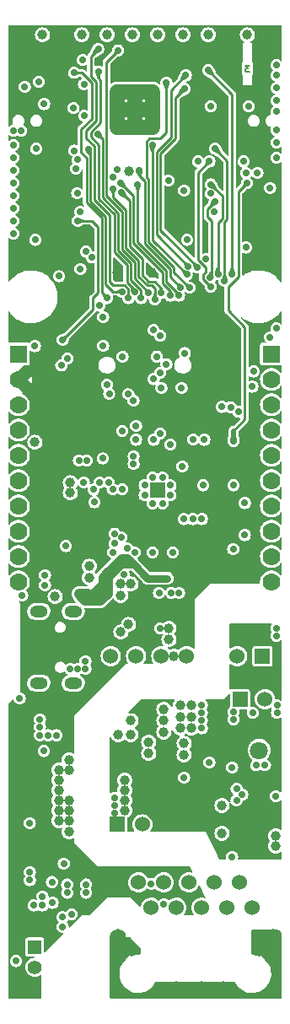
<source format=gbr>
%TF.GenerationSoftware,KiCad,Pcbnew,7.0.11-7.0.11~ubuntu22.04.1*%
%TF.CreationDate,2025-02-21T15:51:22+02:00*%
%TF.ProjectId,ESP32-PoE-ISO_Rev_M,45535033-322d-4506-9f45-2d49534f5f52,M*%
%TF.SameCoordinates,PX55f9470PYb36f0f0*%
%TF.FileFunction,Copper,L3,Inr*%
%TF.FilePolarity,Positive*%
%FSLAX46Y46*%
G04 Gerber Fmt 4.6, Leading zero omitted, Abs format (unit mm)*
G04 Created by KiCad (PCBNEW 7.0.11-7.0.11~ubuntu22.04.1) date 2025-02-21 15:51:22*
%MOMM*%
%LPD*%
G01*
G04 APERTURE LIST*
%ADD10C,0.158750*%
%TA.AperFunction,NonConductor*%
%ADD11C,0.158750*%
%TD*%
%TA.AperFunction,ComponentPad*%
%ADD12R,1.524000X1.524000*%
%TD*%
%TA.AperFunction,ComponentPad*%
%ADD13C,1.524000*%
%TD*%
%TA.AperFunction,ComponentPad*%
%ADD14O,1.800000X1.200000*%
%TD*%
%TA.AperFunction,ComponentPad*%
%ADD15O,1.600000X2.999999*%
%TD*%
%TA.AperFunction,ComponentPad*%
%ADD16C,1.300000*%
%TD*%
%TA.AperFunction,ComponentPad*%
%ADD17C,2.000000*%
%TD*%
%TA.AperFunction,ComponentPad*%
%ADD18R,1.400000X1.400000*%
%TD*%
%TA.AperFunction,ComponentPad*%
%ADD19C,1.400000*%
%TD*%
%TA.AperFunction,ComponentPad*%
%ADD20R,1.778000X1.778000*%
%TD*%
%TA.AperFunction,ComponentPad*%
%ADD21C,1.778000*%
%TD*%
%TA.AperFunction,ComponentPad*%
%ADD22C,0.700000*%
%TD*%
%TA.AperFunction,ComponentPad*%
%ADD23R,1.600000X1.600000*%
%TD*%
%TA.AperFunction,ComponentPad*%
%ADD24C,1.800000*%
%TD*%
%TA.AperFunction,ViaPad*%
%ADD25C,0.700000*%
%TD*%
%TA.AperFunction,ViaPad*%
%ADD26C,1.000000*%
%TD*%
%TA.AperFunction,Conductor*%
%ADD27C,1.524000*%
%TD*%
%TA.AperFunction,Conductor*%
%ADD28C,0.254000*%
%TD*%
%TA.AperFunction,Conductor*%
%ADD29C,0.762000*%
%TD*%
%TA.AperFunction,Conductor*%
%ADD30C,1.016000*%
%TD*%
%TA.AperFunction,Conductor*%
%ADD31C,1.270000*%
%TD*%
%TA.AperFunction,Conductor*%
%ADD32C,0.508000*%
%TD*%
G04 APERTURE END LIST*
D10*
D11*
X24488666Y93884492D02*
X24095571Y93884492D01*
X24095571Y93884492D02*
X24307238Y93642588D01*
X24307238Y93642588D02*
X24216523Y93642588D01*
X24216523Y93642588D02*
X24156047Y93612350D01*
X24156047Y93612350D02*
X24125809Y93582111D01*
X24125809Y93582111D02*
X24095571Y93521635D01*
X24095571Y93521635D02*
X24095571Y93370445D01*
X24095571Y93370445D02*
X24125809Y93309969D01*
X24125809Y93309969D02*
X24156047Y93279730D01*
X24156047Y93279730D02*
X24216523Y93249492D01*
X24216523Y93249492D02*
X24397952Y93249492D01*
X24397952Y93249492D02*
X24458428Y93279730D01*
X24458428Y93279730D02*
X24488666Y93309969D01*
D12*
%TO.N,/5V_DCDC*%
%TO.C,DCDC1*%
X25801000Y34607000D03*
D13*
%TO.N,Earth*%
X23261000Y34607000D03*
%TO.N,GND*%
X18181000Y34607000D03*
X15641000Y34607000D03*
%TO.N,+5VP*%
X13101000Y34607000D03*
X10561000Y34607000D03*
%TD*%
%TO.N,Spare1*%
%TO.C,C27*%
X13716000Y17716000D03*
D12*
%TO.N,Earth*%
X11216000Y17716000D03*
%TD*%
D14*
%TO.N,Net-(L3-Pad1)*%
%TO.C,USB-UART1*%
X6796000Y31896000D03*
X6796000Y39096000D03*
X3326000Y31896000D03*
X3326000Y39096000D03*
%TD*%
D15*
%TO.N,/ETH_Shield*%
%TO.C,LAN_CON1*%
X11250000Y5757000D03*
X26850000Y5757000D03*
D13*
%TO.N,/TD+*%
X13335000Y11897000D03*
%TO.N,/TD-*%
X14605000Y9357000D03*
%TO.N,/RD+*%
X15875000Y11897000D03*
%TO.N,Net-(LAN_CON1-RCT)*%
X17145000Y9357000D03*
X18415000Y11897000D03*
%TO.N,/RD-*%
X19685000Y9357000D03*
%TO.N,/ETH_Shield*%
X20955000Y11897000D03*
X22225000Y9357000D03*
%TO.N,Spare1*%
X23495000Y11897000D03*
%TO.N,Spare2*%
X24765000Y9357000D03*
%TD*%
%TO.N,/5V_DCDC*%
%TO.C,C26*%
X26035000Y30289000D03*
D12*
%TO.N,Earth*%
X23535000Y30289000D03*
%TD*%
D16*
%TO.N,GND*%
%TO.C,U6*%
X11190000Y91259000D03*
X11190000Y89459000D03*
X11190000Y87659000D03*
X12990000Y91259000D03*
D17*
X12990000Y89459000D03*
D16*
X12990000Y87659000D03*
X14790000Y91259000D03*
X14790000Y89459000D03*
X14790000Y87659000D03*
%TD*%
D18*
%TO.N,Net-(U3-VBAT)*%
%TO.C,BAT1*%
X2920680Y5409700D03*
D19*
%TO.N,GND*%
X2923220Y3380240D03*
%TD*%
D20*
%TO.N,/GPI39*%
%TO.C,EXT2*%
X26690000Y64930000D03*
D21*
%TO.N,/GPI36{slash}U1RXD*%
X26690000Y62390000D03*
%TO.N,/GPI35*%
X26690000Y59850000D03*
%TO.N,/GPI34{slash}BUT1*%
X26690000Y57310000D03*
%TO.N,/GPIO33*%
X26690000Y54770000D03*
%TO.N,/GPIO32*%
X26690000Y52230000D03*
%TO.N,/GPIO16{slash}I2C-SCL*%
X26690000Y49690000D03*
%TO.N,/GPIO15{slash}HS2_CMD*%
X26690000Y47150000D03*
%TO.N,/GPIO14{slash}HS2_CLK*%
X26690000Y44610000D03*
%TO.N,/GPIO13{slash}I2C-SDA*%
X26690000Y42070000D03*
%TD*%
D20*
%TO.N,+5V*%
%TO.C,EXT1*%
X1290000Y64930000D03*
D21*
%TO.N,+3.3V*%
X1290000Y62390000D03*
%TO.N,GND*%
X1290000Y59850000D03*
%TO.N,/ESP_EN*%
X1290000Y57310000D03*
%TO.N,/GPIO0*%
X1290000Y54770000D03*
%TO.N,/GPIO1{slash}U0TXD*%
X1290000Y52230000D03*
%TO.N,/GPIO2{slash}HS2_DATA0*%
X1290000Y49690000D03*
%TO.N,/GPIO3{slash}U0RXD*%
X1290000Y47150000D03*
%TO.N,/GPIO4{slash}U1TXD*%
X1290000Y44610000D03*
%TO.N,/GPIO5{slash}SPI_CS*%
X1290000Y42070000D03*
%TD*%
D22*
%TO.N,GND*%
%TO.C,U4*%
X14760000Y49944000D03*
X15760000Y49944000D03*
X13960000Y50744000D03*
X16560000Y50744000D03*
D23*
X15260000Y51244000D03*
D22*
X13960000Y51744000D03*
X16560000Y51744000D03*
X14760000Y52544000D03*
X15760000Y52544000D03*
%TD*%
D24*
%TO.N,/ILIM*%
%TO.C,U5*%
X17292000Y20504000D03*
%TD*%
%TO.N,Spare2*%
%TO.C,U2*%
X25450000Y25150000D03*
%TD*%
D25*
%TO.N,+5V*%
X2433000Y12890000D03*
X2433000Y12128000D03*
X4653014Y11935014D03*
X2433000Y17843000D03*
X4719000Y9842000D03*
D26*
X4973000Y40576000D03*
X2941000Y56070000D03*
D25*
%TO.N,GND*%
X15514000Y37401000D03*
D26*
X16403000Y36258000D03*
X16403000Y37401000D03*
X5354000Y23177000D03*
X5354000Y22161000D03*
X5354000Y21145000D03*
X5354000Y20129000D03*
X6370000Y20129000D03*
D25*
X7259000Y33337000D03*
X8021000Y33337000D03*
X8021000Y34099000D03*
D26*
X6370000Y16954000D03*
X6370000Y19113000D03*
X6370000Y18097000D03*
X5354000Y19113000D03*
X5354000Y18097000D03*
X6370000Y24193000D03*
D25*
X3449000Y28257000D03*
X3449000Y27495000D03*
X19959000Y56324000D03*
X11630325Y46526490D03*
X3449000Y26669500D03*
X5100000Y26669500D03*
X8910000Y50050000D03*
X17419000Y40957000D03*
X1671000Y40703000D03*
X6624000Y8699000D03*
X16614997Y40957000D03*
X17927000Y48364257D03*
D26*
X17800000Y96969000D03*
X15260000Y96969000D03*
X12720000Y96969000D03*
X10180000Y96969000D03*
X7640000Y96969000D03*
D25*
X27198000Y91630000D03*
X27198000Y89250000D03*
X27198000Y86169000D03*
X27198000Y84645000D03*
X26563000Y66611000D03*
X27198000Y67500000D03*
X782000Y77025000D03*
X782000Y79565000D03*
X782000Y82105000D03*
X782000Y84645000D03*
X782000Y87350000D03*
X782000Y78295000D03*
X782000Y80835000D03*
X782000Y83375000D03*
X782000Y85915000D03*
X27198000Y92900000D03*
X27198000Y90360000D03*
X27198000Y87400000D03*
X18816000Y48364257D03*
D26*
X6370000Y23177000D03*
D25*
X5734997Y7428997D03*
X6050000Y45649990D03*
X9799000Y68643000D03*
X7350000Y54250000D03*
X12850000Y54646000D03*
X1036000Y4000000D03*
X8850000Y51321000D03*
X10750000Y51350000D03*
X7513000Y79184000D03*
D26*
X16911000Y34607000D03*
D25*
X6497000Y33337000D03*
X22849994Y45350000D03*
X27198000Y93916000D03*
D26*
X20340000Y96969000D03*
D25*
X1925000Y91757000D03*
X10950000Y46893490D03*
X3703000Y9588000D03*
X19705000Y48364257D03*
X1417000Y30352504D03*
X5734997Y8400000D03*
D26*
X12348537Y83245355D03*
X3703000Y96964000D03*
D25*
X2814000Y9588000D03*
X8150000Y54250000D03*
X24023000Y49974000D03*
X1544000Y87350000D03*
X4274500Y26669500D03*
X9799000Y65752990D03*
X25293000Y83121000D03*
X3703000Y10477000D03*
X9750000Y54450000D03*
X10350000Y52050000D03*
X12850000Y53900000D03*
X16550000Y55850000D03*
X19324000Y84264000D03*
D26*
X24277000Y96964000D03*
D25*
X20600000Y81050000D03*
X24023000Y46750000D03*
X3873642Y90022636D03*
%TO.N,Net-(ACT1-A)*%
X10815006Y45021000D03*
D26*
%TO.N,Net-(U3-VBAT)*%
X6497000Y52006000D03*
X6497000Y50990000D03*
D25*
%TO.N,/GPI34{slash}BUT1*%
X18323816Y73723442D03*
X24404000Y89788500D03*
X26563000Y81597000D03*
X20600000Y89800308D03*
X18100000Y92900000D03*
%TO.N,/ESP_EN*%
X3068000Y85534000D03*
X2941000Y65722000D03*
X3322000Y92265000D03*
%TO.N,Net-(D3-K)*%
X9450008Y52050000D03*
X7850000Y52050000D03*
D26*
%TO.N,+3.3V*%
X18689000Y41973000D03*
X18689000Y40957000D03*
X7640000Y58737000D03*
X7640000Y57721000D03*
X7640000Y56705000D03*
D25*
X6878000Y58229000D03*
X6878000Y57213000D03*
X12593000Y61785000D03*
D26*
X7640000Y59753000D03*
D25*
X6878000Y59245000D03*
X6878000Y56150000D03*
X24850000Y42550000D03*
X19850000Y41825000D03*
X12593000Y62547000D03*
D26*
X11201221Y73145871D03*
X7005000Y95694000D03*
D25*
X6878000Y55250000D03*
D26*
X3830000Y95694000D03*
D25*
X6878000Y60250000D03*
X24531000Y85280000D03*
D26*
X14678205Y73145973D03*
D25*
X24850006Y43850000D03*
%TO.N,Net-(LAN_CON1-RCT)*%
X14752000Y45021000D03*
X5829490Y13779000D03*
X3830000Y25082006D03*
X15400000Y40949996D03*
X12941479Y45021000D03*
X16784000Y45021000D03*
D26*
%TO.N,Net-(D5-K)*%
X14371000Y25971000D03*
X14371000Y24828000D03*
X15895000Y29273000D03*
X15895000Y28130000D03*
X15895000Y26987000D03*
X11323000Y26733000D03*
X12593000Y26733000D03*
X12593000Y28130000D03*
D25*
%TO.N,/GPIO2{slash}HS2_DATA0*%
X7259004Y78295000D03*
X5735000Y66357000D03*
X15514000Y66772038D03*
X20950014Y79184000D03*
%TO.N,/GPI36{slash}U1RXD*%
X6872988Y93159000D03*
X10180000Y70548000D03*
X18000000Y65025000D03*
X15182150Y64675032D03*
%TO.N,Net-(D4-K)*%
X11742461Y64666362D03*
%TO.N,/GPIO3{slash}U0RXD*%
X7866923Y91992412D03*
X3957000Y41719000D03*
X11849993Y42830993D03*
%TO.N,/GPIO1{slash}U0TXD*%
X12210479Y45421863D03*
X3957000Y42735000D03*
X7743852Y94438184D03*
%TO.N,Net-(D9-K)*%
X18213502Y76393137D03*
X2971979Y76390000D03*
%TO.N,/+5V_USB*%
X12200000Y44500000D03*
X16225000Y42425000D03*
X7894000Y40068000D03*
X7386000Y40870640D03*
X8402000Y40703000D03*
%TO.N,/GPIO4{slash}U1TXD*%
X12330368Y60906787D03*
X20600000Y81949994D03*
X24912000Y63182000D03*
X5584918Y63779687D03*
X21333610Y72950000D03*
X17673000Y61531000D03*
%TO.N,/GPIO5{slash}SPI_CS*%
X15514000Y63055000D03*
X21050000Y85534000D03*
X21991000Y72250000D03*
X6211993Y64483001D03*
%TO.N,/GPIO13{slash}I2C-SDA*%
X15641000Y71056004D03*
X11600000Y81150004D03*
X14851995Y67345995D03*
%TO.N,/GPIO14{slash}HS2_CLK*%
X21737000Y59626010D03*
X11575674Y82089803D03*
X16530000Y70802000D03*
X7180276Y81063000D03*
%TO.N,/GPIO16{slash}I2C-SCL*%
X14879000Y62420000D03*
X7216628Y84434014D03*
X23388000Y59118000D03*
X17575201Y71627235D03*
X13385990Y83375000D03*
%TO.N,/GPIO15{slash}HS2_CMD*%
X17419000Y70802000D03*
X15641000Y61531000D03*
X17927000Y81343000D03*
X13261099Y81961837D03*
X22597155Y59597155D03*
D26*
%TO.N,Earth*%
X27134500Y16573000D03*
X11958000Y21145000D03*
D25*
X22880000Y29019000D03*
D26*
X18689000Y29654000D03*
X18689000Y27368000D03*
X18689000Y28511000D03*
D25*
X19705000Y28892000D03*
X19705000Y28130000D03*
X19705000Y27368000D03*
D26*
X17546000Y28511000D03*
X17546000Y27368000D03*
X17546000Y29654000D03*
D25*
X10942000Y19621000D03*
X10942000Y18859000D03*
D26*
X11958000Y20129000D03*
X11958000Y19113000D03*
D25*
X27198000Y37401000D03*
X27198000Y36639000D03*
X27250000Y28900000D03*
X19705000Y29654000D03*
X27250000Y29650000D03*
X27134500Y20550000D03*
D26*
X11958000Y22161000D03*
D25*
X22880000Y28257000D03*
X10942000Y20383000D03*
D26*
X27134500Y15557000D03*
%TO.N,+5VP*%
X8402000Y42481000D03*
X8402000Y43624000D03*
X12593000Y41846000D03*
X11577000Y37020000D03*
X12339000Y37782000D03*
X11577000Y40703000D03*
X11577000Y41846000D03*
%TO.N,Spare1*%
X17927000Y25844000D03*
X21737000Y16827000D03*
X21737000Y19621000D03*
D25*
X22753000Y14450000D03*
D26*
X17927000Y24701000D03*
D25*
X17927000Y22415000D03*
%TO.N,Spare2*%
X25150000Y23650000D03*
X26050000Y23650000D03*
X23197500Y20150000D03*
X23197500Y21278501D03*
X23768999Y20707001D03*
%TO.N,/GPIO33*%
X7900000Y88850000D03*
X14729966Y85914994D03*
X18190480Y72907249D03*
%TO.N,/GPIO32*%
X16150000Y92150000D03*
X18465968Y71590669D03*
%TO.N,/GPI39*%
X20338013Y93406017D03*
X22753000Y72950000D03*
%TO.N,Net-(MICRO_SD1-DAT1{slash}RES)*%
X16350000Y82350000D03*
X10768728Y82710522D03*
%TO.N,Net-(MICRO_SD1-DAT0{slash}DO)*%
X24150000Y83121000D03*
X11201642Y83415174D03*
%TO.N,Net-(Q2-E)*%
X20102304Y74470097D03*
X8674640Y74618823D03*
X10180005Y61850000D03*
%TO.N,Net-(Q3-E)*%
X8070630Y75204430D03*
X24150000Y75628000D03*
X10400000Y60950002D03*
%TO.N,Net-(U4-LED2{slash}NINTSEL)*%
X10942000Y45910000D03*
%TO.N,+3.3VLAN*%
X13100997Y57721003D03*
X22880000Y56197000D03*
X19831990Y51752000D03*
X24246010Y82105000D03*
X22880000Y51752000D03*
X13101000Y56324000D03*
X14879000Y56324000D03*
X12847000Y60261000D03*
%TO.N,/GPIO0*%
X5379400Y72737990D03*
X20550354Y72605363D03*
X21024995Y80224995D03*
%TO.N,/GPI35*%
X6820522Y89627157D03*
X17950000Y91550000D03*
X19228372Y73617481D03*
%TO.N,Net-(U2-CDB)*%
X24814996Y28900000D03*
X20467000Y23939000D03*
%TO.N,Net-(U4-RXER{slash}RXD4{slash}PHYAD0)*%
X15514000Y56959000D03*
X11704000Y57213000D03*
%TO.N,/GPIO27{slash}EMAC_RX_CRS_DV*%
X7050000Y83550000D03*
X9418000Y69786000D03*
X16150012Y63913010D03*
%TO.N,/GPIO25{slash}EMAC_RXD0(RMII)*%
X6900004Y85350000D03*
%TO.N,/GPIO18{slash}MDIO(RMII)*%
X8295901Y85494253D03*
X11704000Y71183000D03*
%TO.N,/GPIO26{slash}EMAC_RXD1(RMII)*%
X7513000Y73469000D03*
%TO.N,/GPIO12{slash}PHY_PWR*%
X10803289Y81502510D03*
X14982644Y70428484D03*
%TO.N,/TD+*%
X8084500Y10856487D03*
%TO.N,/TD-*%
X14625000Y11747040D03*
X8084500Y11683500D03*
%TO.N,/RD+*%
X6179499Y10855290D03*
X15894996Y9715000D03*
%TO.N,/RD-*%
X6180699Y11682301D03*
D26*
%TO.N,/ETH_Shield*%
X18435000Y900000D03*
X20750000Y900000D03*
X27237990Y762010D03*
X27237990Y2150000D03*
X19705000Y1450000D03*
X21850000Y1450000D03*
X25250000Y5270000D03*
X12720000Y5270000D03*
X10942000Y825000D03*
X10942000Y3250000D03*
X25250000Y6667000D03*
X27237990Y3400000D03*
X17165000Y1450000D03*
X15895000Y900000D03*
X10942000Y1950000D03*
X22850000Y900000D03*
D25*
%TO.N,/GPIO22{slash}EMAC_TXD1(RMII)*%
X14371000Y71056000D03*
X11292065Y95409065D03*
%TO.N,/GPIO19{slash}EMAC_TXD0(RMII)*%
X13609000Y70548000D03*
X9256291Y86985895D03*
%TO.N,/GPIO21{slash}EMAC_TX_EN(RMII)*%
X9300000Y93300000D03*
X12945155Y71154155D03*
%TO.N,/GPIO23{slash}MDC(RMII)*%
X12339000Y70548000D03*
X9300000Y95550000D03*
%TO.N,/GPIO17{slash}EMAC_CLK_OUT_180*%
X20594000Y71691000D03*
X20467000Y84264000D03*
X18850003Y56350003D03*
X17750000Y53650000D03*
X23896000Y84264000D03*
X11704000Y51371000D03*
X24785000Y61658000D03*
%TO.N,/5V_DCDC*%
X22753000Y23431000D03*
D26*
%TO.N,/ILIM*%
X15006000Y20510000D03*
X15006000Y19494000D03*
X15006000Y21526000D03*
X16657000Y24701000D03*
X16657000Y25844000D03*
%TD*%
D27*
%TO.N,GND*%
X14790000Y87659000D02*
X11190000Y87659000D01*
X11190000Y91259000D02*
X14790000Y91259000D01*
X12990000Y91259000D02*
X12990000Y87659000D01*
X11190000Y87659000D02*
X11190000Y91259000D01*
X11190000Y89459000D02*
X14790000Y89459000D01*
X14790000Y91259000D02*
X14790000Y87659000D01*
D28*
%TO.N,/GPI34{slash}BUT1*%
X18323816Y73723442D02*
X15150000Y76897258D01*
X15150000Y85250000D02*
X16600000Y86700000D01*
X15150000Y76897258D02*
X15150000Y85250000D01*
X16600000Y86700000D02*
X16600000Y91400000D01*
X16600000Y91400000D02*
X18100000Y92900000D01*
%TO.N,/GPIO2{slash}HS2_DATA0*%
X9291000Y77660000D02*
X8656000Y78295000D01*
X9291000Y71056000D02*
X9291000Y77660000D01*
X8656000Y78295000D02*
X7259004Y78295000D01*
X8783000Y69405000D02*
X8783000Y70548000D01*
X5735000Y66357000D02*
X8783000Y69405000D01*
X8783000Y70548000D02*
X9291000Y71056000D01*
%TO.N,/GPI36{slash}U1RXD*%
X10180000Y70548000D02*
X9672000Y71056000D01*
X9672000Y71056000D02*
X9672000Y78578913D01*
X8633405Y88558405D02*
X8633405Y92166595D01*
X9672000Y78578913D02*
X8148000Y80102913D01*
X7600000Y87525000D02*
X8633405Y88558405D01*
X7641000Y93159000D02*
X6872988Y93159000D01*
X8633405Y92166595D02*
X7641000Y93159000D01*
X8148000Y84619739D02*
X7600000Y85167739D01*
X7600000Y85167739D02*
X7600000Y87525000D01*
X8148000Y80102913D02*
X8148000Y84619739D01*
D29*
%TO.N,/+5V_USB*%
X8402000Y40576000D02*
X8402000Y40703000D01*
X12825000Y43875000D02*
X12775000Y43825000D01*
X9650000Y42513000D02*
X9650000Y41787000D01*
X10050000Y42950000D02*
X9650000Y42550000D01*
X9650000Y41824000D02*
X9650000Y42550000D01*
X8529000Y40703000D02*
X9538000Y41712000D01*
D30*
X8402000Y40703000D02*
X8234360Y40870640D01*
D29*
X12775000Y43825000D02*
X12100000Y43825000D01*
X10050000Y42224000D02*
X10050000Y42950000D01*
X8895000Y40195000D02*
X8021000Y40195000D01*
X7894000Y40068000D02*
X8402000Y40576000D01*
X11630604Y43825000D02*
X12100000Y43825000D01*
X12825000Y43875000D02*
X12200000Y44500000D01*
X9538000Y41712000D02*
X10050000Y42224000D01*
X7894000Y40068000D02*
X9518000Y40068000D01*
X7386000Y40576000D02*
X7894000Y40068000D01*
X10350000Y41650000D02*
X10350000Y42544396D01*
X10350000Y40900000D02*
X10350000Y41650000D01*
X10050000Y42224000D02*
X10050000Y42244396D01*
X10402802Y42597198D02*
X11630604Y43825000D01*
X11600000Y44500000D02*
X12200000Y44500000D01*
X10925000Y43825000D02*
X11600000Y44500000D01*
X10350000Y41650000D02*
X8895000Y40195000D01*
D30*
X8234360Y40870640D02*
X7386000Y40870640D01*
D29*
X9518000Y40068000D02*
X10350000Y40900000D01*
X10350000Y42544396D02*
X10402802Y42597198D01*
X16225000Y42425000D02*
X14275000Y42425000D01*
D30*
X8529000Y40703000D02*
X8021000Y40195000D01*
D31*
X8402000Y40703000D02*
X8529000Y40703000D01*
D29*
X8529000Y40703000D02*
X9650000Y41824000D01*
X10050000Y42244396D02*
X10402802Y42597198D01*
X12100000Y43825000D02*
X10925000Y43825000D01*
X14275000Y42425000D02*
X12825000Y43875000D01*
X9650000Y42550000D02*
X9650000Y42513000D01*
X10050000Y42950000D02*
X10925000Y43825000D01*
X7386000Y40870640D02*
X7386000Y40576000D01*
D28*
%TO.N,/GPIO4{slash}U1TXD*%
X21750000Y78562000D02*
X21750000Y80799994D01*
X21333610Y72950000D02*
X21333610Y78145610D01*
X21750000Y80799994D02*
X20600000Y81949994D01*
X21333610Y78145610D02*
X21750000Y78562000D01*
%TO.N,/GPIO5{slash}SPI_CS*%
X22250000Y78427000D02*
X21991000Y78168000D01*
X22250000Y84334000D02*
X22250000Y78427000D01*
X21991000Y78168000D02*
X21991000Y72250000D01*
X21050000Y85534000D02*
X22250000Y84334000D01*
%TO.N,/GPIO13{slash}I2C-SDA*%
X14992978Y72199000D02*
X14371000Y72199000D01*
X13736044Y72833956D02*
X13736044Y74481188D01*
X15641000Y71056004D02*
X15641000Y71550978D01*
X15641000Y71550978D02*
X14992978Y72199000D01*
X14371000Y72199000D02*
X13736044Y72833956D01*
X12466044Y80283960D02*
X11600000Y81150004D01*
X13736044Y74481188D02*
X12466044Y75751188D01*
X12466044Y75751188D02*
X12466044Y80283960D01*
%TO.N,/GPIO14{slash}HS2_CLK*%
X15767967Y72041203D02*
X16530000Y71279170D01*
X15767967Y73122543D02*
X15767967Y72041203D01*
X12847055Y76043455D02*
X15767967Y73122543D01*
X16530000Y71279170D02*
X16530000Y70802000D01*
X11575674Y82089803D02*
X12847055Y80818422D01*
X12847055Y80818422D02*
X12847055Y76043455D01*
%TO.N,/GPIO16{slash}I2C-SCL*%
X13992099Y82264628D02*
X13992099Y75976071D01*
X16529989Y72672447D02*
X17575201Y71627235D01*
X16529989Y73438181D02*
X16529989Y72672447D01*
X13385990Y82870737D02*
X13992099Y82264628D01*
X13385990Y83375000D02*
X13385990Y82870737D01*
X13992099Y75976071D02*
X16529989Y73438181D01*
%TO.N,/GPIO15{slash}HS2_CMD*%
X17419000Y70802000D02*
X17419000Y70929000D01*
X17419000Y70929000D02*
X16148978Y72199022D01*
X16148978Y73280362D02*
X13261099Y76168241D01*
X16148978Y72199022D02*
X16148978Y73280362D01*
X13261099Y76168241D02*
X13261099Y81961837D01*
%TO.N,/GPIO33*%
X14754099Y85890861D02*
X14729966Y85914994D01*
X18190480Y72907249D02*
X14754099Y76343630D01*
X14754099Y76343630D02*
X14754099Y85890861D01*
%TO.N,/GPIO32*%
X14425965Y86550000D02*
X15550000Y86550000D01*
X14373099Y76133901D02*
X14373099Y82422444D01*
X15550000Y86550000D02*
X16150000Y87150000D01*
X18465968Y71590669D02*
X16911000Y73145637D01*
X16911000Y73145637D02*
X16911000Y73596000D01*
X16150000Y87150000D02*
X16150000Y92150000D01*
X14373099Y82422444D02*
X14125965Y82669578D01*
X14125965Y86250000D02*
X14425965Y86550000D01*
X16911000Y73596000D02*
X14373099Y76133901D01*
X14125965Y82669578D02*
X14125965Y86250000D01*
%TO.N,/GPI39*%
X20338013Y93406017D02*
X22753000Y90991030D01*
X22753000Y90991030D02*
X22753000Y72950000D01*
%TO.N,+3.3VLAN*%
X24023000Y58356000D02*
X24023000Y67627000D01*
X22880000Y57213000D02*
X24023000Y58356000D01*
X22372000Y71672000D02*
X23388000Y72688000D01*
X22372000Y69278000D02*
X22372000Y71672000D01*
X23388000Y81246990D02*
X24246010Y82105000D01*
D32*
X22880000Y56197000D02*
X22880000Y57213000D01*
D28*
X24023000Y67627000D02*
X22372000Y69278000D01*
X23388000Y72688000D02*
X23388000Y81246990D01*
%TO.N,/GPIO0*%
X20721011Y72776020D02*
X20721011Y78289495D01*
X20721011Y78289495D02*
X20300000Y78710506D01*
X20300000Y78710506D02*
X20300000Y79500000D01*
X20300000Y79500000D02*
X21024995Y80224995D01*
X20550354Y72605363D02*
X20721011Y72776020D01*
%TO.N,/GPI35*%
X15550000Y77391182D02*
X15550000Y85050000D01*
X17050000Y86550000D02*
X17050000Y90650000D01*
X19228372Y73617481D02*
X19228372Y73712810D01*
X15550000Y85050000D02*
X17050000Y86550000D01*
X17050000Y90650000D02*
X17950000Y91550000D01*
X19228372Y73712810D02*
X15550000Y77391182D01*
%TO.N,/GPIO18{slash}MDIO(RMII)*%
X11704000Y71183000D02*
X10767000Y71183000D01*
X10053011Y71896989D02*
X10053011Y78736732D01*
X10053011Y78736732D02*
X8529000Y80260743D01*
X8529000Y80260743D02*
X8529000Y85261154D01*
X8529000Y85261154D02*
X8295901Y85494253D01*
X10767000Y71183000D02*
X10053011Y71896989D01*
%TO.N,/GPIO12{slash}PHY_PWR*%
X14982644Y71502441D02*
X14667096Y71817989D01*
X10803289Y80683731D02*
X10803289Y81502510D01*
X12085033Y79401987D02*
X10803289Y80683731D01*
X13355033Y72676137D02*
X13355033Y74323369D01*
X14982644Y70428484D02*
X14982644Y71502441D01*
X14667096Y71817989D02*
X14213181Y71817989D01*
X12085033Y75593369D02*
X12085033Y79401987D01*
X14213181Y71817989D02*
X13355033Y72676137D01*
X13355033Y74323369D02*
X12085033Y75593369D01*
D32*
%TO.N,/ETH_Shield*%
X11258990Y508010D02*
X10942000Y825000D01*
X20975000Y508010D02*
X11258990Y508010D01*
D30*
X27237990Y762010D02*
X27237990Y2150000D01*
X25250000Y5900000D02*
X25393000Y5757000D01*
D29*
X10942000Y3250000D02*
X10942000Y825000D01*
X12012894Y5270000D02*
X11323000Y5270000D01*
X12720000Y5270000D02*
X12012894Y5270000D01*
D30*
X27237990Y3645095D02*
X27237990Y2150000D01*
X25613085Y5270000D02*
X27237990Y3645095D01*
X12720000Y5270000D02*
X12233000Y5757000D01*
D32*
X27237990Y762010D02*
X26983990Y508010D01*
D30*
X12720000Y5270000D02*
X12486915Y5270000D01*
X27198000Y6667000D02*
X25250000Y6667000D01*
D32*
X26983990Y508010D02*
X20975000Y508010D01*
D30*
X25250000Y5270000D02*
X25250000Y6667000D01*
X27237990Y2150000D02*
X27237990Y6627010D01*
X11078042Y6540000D02*
X11196000Y6540000D01*
X10942000Y6403958D02*
X11078042Y6540000D01*
X10942000Y3250000D02*
X10942000Y6403958D01*
X25250000Y5270000D02*
X25928085Y5270000D01*
X12233000Y5757000D02*
X11250000Y5757000D01*
X12486915Y5270000D02*
X10942000Y3725085D01*
X27237990Y6627010D02*
X27198000Y6667000D01*
X10942000Y3725085D02*
X10942000Y3250000D01*
X25393000Y5757000D02*
X26850000Y5757000D01*
D28*
%TO.N,/GPIO22{slash}EMAC_TXD1(RMII)*%
X10119234Y94236234D02*
X11292065Y95409065D01*
X11704022Y75435550D02*
X11704022Y79241041D01*
X10119234Y80825829D02*
X10119234Y94236234D01*
X12974022Y72518318D02*
X12974022Y74165550D01*
X14371000Y71056000D02*
X14371000Y71121340D01*
X12974022Y74165550D02*
X11704022Y75435550D01*
X14371000Y71121340D02*
X12974022Y72518318D01*
X11704022Y79241041D02*
X10119234Y80825829D01*
%TO.N,/GPIO19{slash}EMAC_TXD0(RMII)*%
X13609000Y71344510D02*
X13609000Y70548000D01*
X9256291Y86985895D02*
X9738223Y86503963D01*
X11323011Y75277731D02*
X12593011Y74007731D01*
X9738223Y80668010D02*
X11323011Y79083222D01*
X12593011Y74007731D02*
X12593011Y72360499D01*
X12593011Y72360499D02*
X13609000Y71344510D01*
X9738223Y86503963D02*
X9738223Y80668010D01*
X11323011Y79083222D02*
X11323011Y75277731D01*
%TO.N,/GPIO21{slash}EMAC_TX_EN(RMII)*%
X10942000Y78925403D02*
X10942000Y75119912D01*
X12212000Y73849912D02*
X12212000Y72079468D01*
X12945155Y71346313D02*
X12945155Y71154155D01*
X10942000Y75119912D02*
X12212000Y73849912D01*
X9357212Y85942788D02*
X9357212Y80510191D01*
X9300000Y92625000D02*
X9545000Y92380000D01*
X9357212Y80510191D02*
X10942000Y78925403D01*
X8550000Y87200000D02*
X8550000Y86750000D01*
X9300000Y93300000D02*
X9300000Y92625000D01*
X8550000Y86750000D02*
X9357212Y85942788D01*
X9545000Y88195000D02*
X8550000Y87200000D01*
X12212000Y72079468D02*
X12945155Y71346313D01*
X9545000Y92380000D02*
X9545000Y88195000D01*
%TO.N,/GPIO23{slash}MDC(RMII)*%
X8569000Y92781000D02*
X8569000Y94819000D01*
X8102141Y86609832D02*
X8102141Y87377141D01*
X8910011Y85801962D02*
X8102141Y86609832D01*
X10434022Y72190978D02*
X10434022Y78894551D01*
X10807011Y71817989D02*
X10434022Y72190978D01*
X12339000Y70548000D02*
X12339000Y71413638D01*
X8910011Y80418562D02*
X8910011Y85801962D01*
X8569000Y94819000D02*
X9300000Y95550000D01*
X8102141Y87377141D02*
X9100000Y88375000D01*
X9100000Y92250000D02*
X8569000Y92781000D01*
X10434022Y78894551D02*
X8910011Y80418562D01*
X12339000Y71413638D02*
X11934649Y71817989D01*
X11934649Y71817989D02*
X10807011Y71817989D01*
X9100000Y88375000D02*
X9100000Y92250000D01*
%TO.N,/GPIO17{slash}EMAC_CLK_OUT_180*%
X19350000Y74353771D02*
X19350000Y83147000D01*
X20050000Y73138800D02*
X20050000Y73653771D01*
X19819354Y72465646D02*
X19819354Y72908154D01*
X20050000Y73653771D02*
X19350000Y74353771D01*
X20594000Y71691000D02*
X19819354Y72465646D01*
X19819354Y72908154D02*
X20050000Y73138800D01*
X19350000Y83147000D02*
X20467000Y84264000D01*
%TD*%
%TA.AperFunction,Conductor*%
%TO.N,/ETH_Shield*%
G36*
X11810000Y5185686D02*
G01*
X11797040Y5178295D01*
X11778960Y5176507D01*
X11755760Y5180324D01*
X11727440Y5189744D01*
X11694000Y5204769D01*
X11655440Y5225399D01*
X11611760Y5251632D01*
X11562960Y5283470D01*
X11509040Y5320912D01*
X11450000Y5363958D01*
X10792781Y5363958D01*
X10778137Y5338558D01*
X10769068Y5338558D01*
X10760795Y5341985D01*
X10757368Y5350258D01*
X10758932Y5356102D01*
X10763461Y5363958D01*
X10792781Y5363958D01*
X11250000Y6157000D01*
X11810000Y5185686D01*
G37*
%TD.AperFunction*%
%TA.AperFunction,Conductor*%
G36*
X10688539Y5210586D02*
G01*
X10688979Y5210320D01*
X10698554Y5204225D01*
X10699725Y5202554D01*
X10690000Y5185686D01*
X10696690Y5178415D01*
X10696153Y5177702D01*
X10695400Y5177010D01*
X10688800Y5180324D01*
X10674000Y5189744D01*
X10666380Y5194949D01*
X10666751Y5195864D01*
X10667211Y5196862D01*
X10667885Y5198161D01*
X10668134Y5198615D01*
X10672560Y5206293D01*
X10679660Y5211749D01*
X10688539Y5210586D01*
G37*
%TD.AperFunction*%
%TA.AperFunction,Conductor*%
G36*
X10482420Y5359653D02*
G01*
X10487021Y5351971D01*
X10484842Y5343285D01*
X10477160Y5338684D01*
X10475447Y5338558D01*
X10468224Y5338558D01*
X10435026Y5363197D01*
X10435278Y5363958D01*
X10476620Y5363958D01*
X10482420Y5359653D01*
G37*
%TD.AperFunction*%
%TD*%
%TA.AperFunction,Conductor*%
%TO.N,/ETH_Shield*%
G36*
X11322108Y1153590D02*
G01*
X11353579Y1127761D01*
X11393485Y1097511D01*
X11441825Y1062841D01*
X11498600Y1023752D01*
X11563809Y980243D01*
X11637452Y932314D01*
X11719530Y879966D01*
X11810042Y823198D01*
X11908989Y762009D01*
X11908989Y254500D01*
X11908173Y254500D01*
X11810042Y313280D01*
X11719530Y364288D01*
X11637452Y407036D01*
X11563809Y441525D01*
X11498600Y467754D01*
X11441825Y485723D01*
X11393485Y495432D01*
X11353579Y496881D01*
X11322108Y490071D01*
X11299071Y475000D01*
X10692000Y825000D01*
X11299071Y1175000D01*
X11322108Y1153590D01*
G37*
%TD.AperFunction*%
%TD*%
%TA.AperFunction,Conductor*%
%TO.N,/ETH_Shield*%
G36*
X26352500Y6349221D02*
G01*
X26367520Y6346187D01*
X26383380Y6340748D01*
X26400080Y6332904D01*
X26417620Y6322655D01*
X26436000Y6310000D01*
X27399441Y6310000D01*
X26850000Y5357000D01*
X26290000Y6328314D01*
X26300820Y6337306D01*
X26312480Y6343892D01*
X26324980Y6348074D01*
X26338320Y6349850D01*
X26352500Y6349221D01*
G37*
%TD.AperFunction*%
%TA.AperFunction,Conductor*%
G36*
X27394500Y6349221D02*
G01*
X27400160Y6346187D01*
X27408740Y6340748D01*
X27420240Y6332904D01*
X27434660Y6322655D01*
X27450994Y6310734D01*
X27450756Y6310000D01*
X27399441Y6310000D01*
X27410000Y6328314D01*
X27401060Y6337306D01*
X27395040Y6343892D01*
X27392695Y6347056D01*
X27394162Y6349299D01*
X27394500Y6349221D01*
G37*
%TD.AperFunction*%
%TD*%
%TA.AperFunction,Conductor*%
%TO.N,/ETH_Shield*%
G36*
X27250000Y5757000D02*
G01*
X26278686Y5197000D01*
X26265764Y5202010D01*
X26247388Y5196240D01*
X26223556Y5179690D01*
X26194270Y5152360D01*
X26159529Y5114250D01*
X26119333Y5065360D01*
X26073682Y5005690D01*
X26022576Y4935240D01*
X25966015Y4854010D01*
X25904000Y4762000D01*
X25904000Y5778000D01*
X25966015Y5871050D01*
X26022576Y5955400D01*
X26073682Y6031050D01*
X26119333Y6098000D01*
X26159529Y6156250D01*
X26194270Y6205800D01*
X26223556Y6246650D01*
X26247388Y6278800D01*
X26265764Y6302250D01*
X26278686Y6317000D01*
X27250000Y5757000D01*
G37*
%TD.AperFunction*%
%TD*%
%TA.AperFunction,Conductor*%
%TO.N,/ETH_Shield*%
G36*
X27487990Y762010D02*
G01*
X26880919Y412010D01*
X26858511Y427711D01*
X26828930Y436411D01*
X26792173Y438111D01*
X26748243Y432811D01*
X26697137Y420511D01*
X26638857Y401211D01*
X26573402Y374911D01*
X26500773Y341611D01*
X26420969Y301311D01*
X26334890Y254500D01*
X26333991Y254500D01*
X26333991Y762009D01*
X26420969Y811230D01*
X26500773Y857290D01*
X26573402Y900190D01*
X26638857Y939930D01*
X26697137Y976510D01*
X26748243Y1009930D01*
X26792173Y1040190D01*
X26828930Y1067290D01*
X26858511Y1091230D01*
X26880919Y1112010D01*
X27487990Y762010D01*
G37*
%TD.AperFunction*%
%TD*%
%TA.AperFunction,Conductor*%
%TO.N,/GPIO12{slash}PHY_PWR*%
G36*
X15106616Y70963423D02*
G01*
X15110035Y70955556D01*
X15110823Y70932871D01*
X15112805Y70914481D01*
X15114362Y70900037D01*
X15114363Y70900029D01*
X15120260Y70868349D01*
X15120260Y70868347D01*
X15128526Y70837771D01*
X15139141Y70808375D01*
X15152121Y70780103D01*
X15167462Y70752972D01*
X15167466Y70752965D01*
X15185162Y70726984D01*
X15185167Y70726977D01*
X15205225Y70702135D01*
X15221653Y70684766D01*
X15224848Y70676400D01*
X15223289Y70670882D01*
X14992780Y70271065D01*
X14985679Y70265610D01*
X14976800Y70266773D01*
X14972508Y70271065D01*
X14741998Y70670882D01*
X14740835Y70679761D01*
X14743633Y70684765D01*
X14760064Y70702137D01*
X14780124Y70726983D01*
X14797824Y70752970D01*
X14813164Y70780099D01*
X14826144Y70808370D01*
X14836764Y70837782D01*
X14845024Y70868337D01*
X14850924Y70900033D01*
X14854464Y70932871D01*
X14855252Y70955556D01*
X14858964Y70963705D01*
X14866945Y70966850D01*
X15098343Y70966850D01*
X15106616Y70963423D01*
G37*
%TD.AperFunction*%
%TD*%
%TA.AperFunction,Conductor*%
%TO.N,/GPIO12{slash}PHY_PWR*%
G36*
X10809133Y81664222D02*
G01*
X10813425Y81659930D01*
X11043934Y81260113D01*
X11045097Y81251234D01*
X11042298Y81246229D01*
X11025870Y81228861D01*
X11005812Y81204019D01*
X11005807Y81204012D01*
X10988111Y81178031D01*
X10988107Y81178024D01*
X10972766Y81150893D01*
X10959786Y81122621D01*
X10949171Y81093225D01*
X10940905Y81062649D01*
X10940905Y81062647D01*
X10935008Y81030967D01*
X10935007Y81030959D01*
X10933155Y81013778D01*
X10931468Y80998124D01*
X10931467Y80998116D01*
X10931467Y80998109D01*
X10930681Y80975439D01*
X10926969Y80967289D01*
X10918988Y80964144D01*
X10687590Y80964144D01*
X10679317Y80967571D01*
X10675897Y80975438D01*
X10675679Y80981704D01*
X10675109Y80998124D01*
X10671569Y81030962D01*
X10665669Y81062658D01*
X10657409Y81093213D01*
X10646789Y81122625D01*
X10633809Y81150896D01*
X10618469Y81178025D01*
X10600769Y81204012D01*
X10600764Y81204019D01*
X10590133Y81217185D01*
X10580709Y81228858D01*
X10564279Y81246229D01*
X10561084Y81254595D01*
X10562642Y81260110D01*
X10793153Y81659931D01*
X10800254Y81665385D01*
X10809133Y81664222D01*
G37*
%TD.AperFunction*%
%TD*%
%TA.AperFunction,Conductor*%
%TO.N,/GPIO17{slash}EMAC_CLK_OUT_180*%
G36*
X20311383Y72153777D02*
G01*
X20327976Y72138297D01*
X20327977Y72138296D01*
X20327981Y72138293D01*
X20353705Y72117576D01*
X20375055Y72102927D01*
X20380274Y72099345D01*
X20380286Y72099337D01*
X20407738Y72083569D01*
X20429342Y72073428D01*
X20436043Y72070282D01*
X20465211Y72059470D01*
X20495241Y72051134D01*
X20526133Y72045274D01*
X20557885Y72041890D01*
X20581786Y72041225D01*
X20589961Y72037570D01*
X20592760Y72032565D01*
X20712478Y71586856D01*
X20711315Y71577977D01*
X20704214Y71572522D01*
X20698144Y71572522D01*
X20252435Y71692240D01*
X20245334Y71697695D01*
X20243775Y71703214D01*
X20243110Y71727104D01*
X20243110Y71727110D01*
X20243110Y71727115D01*
X20239726Y71758867D01*
X20233866Y71789759D01*
X20225530Y71819789D01*
X20214718Y71848957D01*
X20211572Y71855658D01*
X20201431Y71877262D01*
X20185663Y71904714D01*
X20185655Y71904726D01*
X20182073Y71909945D01*
X20167424Y71931295D01*
X20146707Y71957019D01*
X20146704Y71957023D01*
X20146703Y71957024D01*
X20131223Y71973617D01*
X20128085Y71982004D01*
X20131504Y71989870D01*
X20295130Y72153496D01*
X20303402Y72156922D01*
X20311383Y72153777D01*
G37*
%TD.AperFunction*%
%TD*%
%TA.AperFunction,Conductor*%
%TO.N,/GPIO17{slash}EMAC_CLK_OUT_180*%
G36*
X20580023Y84381316D02*
G01*
X20585478Y84374215D01*
X20585478Y84368145D01*
X20465761Y83922436D01*
X20460306Y83915335D01*
X20454787Y83913776D01*
X20430893Y83913112D01*
X20399142Y83909729D01*
X20399131Y83909727D01*
X20368246Y83903869D01*
X20338218Y83895534D01*
X20309037Y83884717D01*
X20280738Y83871433D01*
X20253286Y83855665D01*
X20253274Y83855657D01*
X20226698Y83837420D01*
X20200977Y83816706D01*
X20200976Y83816705D01*
X20184383Y83801224D01*
X20175996Y83798086D01*
X20168129Y83801506D01*
X20004505Y83965130D01*
X20001078Y83973403D01*
X20004222Y83981383D01*
X20019707Y83997982D01*
X20040424Y84023706D01*
X20058665Y84050290D01*
X20074429Y84077736D01*
X20087718Y84106043D01*
X20098530Y84135212D01*
X20106866Y84165242D01*
X20112726Y84196134D01*
X20116110Y84227886D01*
X20116775Y84251789D01*
X20120430Y84259962D01*
X20125434Y84262761D01*
X20571144Y84382479D01*
X20580023Y84381316D01*
G37*
%TD.AperFunction*%
%TD*%
%TA.AperFunction,Conductor*%
%TO.N,/GPI35*%
G36*
X18943457Y74172715D02*
G01*
X18945208Y74170475D01*
X18962332Y74142023D01*
X18962343Y74142006D01*
X18962353Y74141990D01*
X18978946Y74118173D01*
X18988066Y74105082D01*
X18988081Y74105062D01*
X19014655Y74072533D01*
X19014661Y74072527D01*
X19042107Y74044370D01*
X19070415Y74020595D01*
X19070421Y74020591D01*
X19070429Y74020585D01*
X19099576Y74001208D01*
X19099579Y74001207D01*
X19099583Y74001204D01*
X19109609Y73996193D01*
X19129599Y73986201D01*
X19129607Y73986198D01*
X19129613Y73986195D01*
X19160505Y73975568D01*
X19192257Y73969324D01*
X19216431Y73967945D01*
X19224496Y73964053D01*
X19227064Y73959299D01*
X19346850Y73513337D01*
X19345687Y73504458D01*
X19338586Y73499003D01*
X19332516Y73499003D01*
X18886815Y73618719D01*
X18879714Y73624174D01*
X18878154Y73629701D01*
X18877481Y73654568D01*
X18874100Y73689148D01*
X18874098Y73689155D01*
X18874098Y73689162D01*
X18868238Y73724819D01*
X18859902Y73761522D01*
X18849090Y73799271D01*
X18835801Y73838064D01*
X18835795Y73838078D01*
X18835790Y73838094D01*
X18820040Y73877896D01*
X18820037Y73877903D01*
X18801796Y73918787D01*
X18781079Y73960716D01*
X18762024Y73996023D01*
X18761111Y74004930D01*
X18764046Y74009850D01*
X18926912Y74172716D01*
X18935184Y74176142D01*
X18943457Y74172715D01*
G37*
%TD.AperFunction*%
%TD*%
%TA.AperFunction,Conductor*%
%TO.N,+3.3VLAN*%
G36*
X24359033Y82222316D02*
G01*
X24364488Y82215215D01*
X24364488Y82209145D01*
X24244771Y81763436D01*
X24239316Y81756335D01*
X24233797Y81754776D01*
X24209903Y81754112D01*
X24178152Y81750729D01*
X24178141Y81750727D01*
X24147256Y81744869D01*
X24117228Y81736534D01*
X24088047Y81725717D01*
X24059748Y81712433D01*
X24032296Y81696665D01*
X24032284Y81696657D01*
X24005708Y81678420D01*
X23979987Y81657706D01*
X23979986Y81657705D01*
X23963393Y81642224D01*
X23955006Y81639086D01*
X23947139Y81642506D01*
X23783515Y81806130D01*
X23780088Y81814403D01*
X23783232Y81822383D01*
X23798717Y81838982D01*
X23819434Y81864706D01*
X23837675Y81891290D01*
X23853439Y81918736D01*
X23866728Y81947043D01*
X23877540Y81976212D01*
X23885876Y82006242D01*
X23891736Y82037134D01*
X23895120Y82068886D01*
X23895785Y82092789D01*
X23899440Y82100962D01*
X23904444Y82103761D01*
X24350154Y82223479D01*
X24359033Y82222316D01*
G37*
%TD.AperFunction*%
%TD*%
%TA.AperFunction,Conductor*%
%TO.N,/GPIO32*%
G36*
X18183351Y72053446D02*
G01*
X18199944Y72037966D01*
X18199945Y72037965D01*
X18199949Y72037962D01*
X18225673Y72017245D01*
X18247023Y72002596D01*
X18252242Y71999014D01*
X18252254Y71999006D01*
X18279706Y71983238D01*
X18301310Y71973097D01*
X18308011Y71969951D01*
X18337179Y71959139D01*
X18367209Y71950803D01*
X18398101Y71944943D01*
X18429853Y71941559D01*
X18453754Y71940894D01*
X18461929Y71937239D01*
X18464728Y71932234D01*
X18584446Y71486525D01*
X18583283Y71477646D01*
X18576182Y71472191D01*
X18570112Y71472191D01*
X18124403Y71591909D01*
X18117302Y71597364D01*
X18115743Y71602883D01*
X18115078Y71626773D01*
X18115078Y71626779D01*
X18115078Y71626784D01*
X18111694Y71658536D01*
X18105834Y71689428D01*
X18097498Y71719458D01*
X18086686Y71748626D01*
X18083540Y71755327D01*
X18073399Y71776931D01*
X18057631Y71804383D01*
X18057623Y71804395D01*
X18054041Y71809614D01*
X18039392Y71830964D01*
X18018675Y71856688D01*
X18018672Y71856692D01*
X18018671Y71856693D01*
X18003191Y71873286D01*
X18000053Y71881673D01*
X18003472Y71889539D01*
X18167098Y72053165D01*
X18175370Y72056591D01*
X18183351Y72053446D01*
G37*
%TD.AperFunction*%
%TD*%
%TA.AperFunction,Conductor*%
%TO.N,/GPIO33*%
G36*
X17907863Y73370026D02*
G01*
X17924456Y73354546D01*
X17924457Y73354545D01*
X17924461Y73354542D01*
X17950185Y73333825D01*
X17971535Y73319176D01*
X17976754Y73315594D01*
X17976766Y73315586D01*
X18004218Y73299818D01*
X18025822Y73289677D01*
X18032523Y73286531D01*
X18061691Y73275719D01*
X18091721Y73267383D01*
X18122613Y73261523D01*
X18154365Y73258139D01*
X18178266Y73257474D01*
X18186441Y73253819D01*
X18189240Y73248814D01*
X18308958Y72803105D01*
X18307795Y72794226D01*
X18300694Y72788771D01*
X18294624Y72788771D01*
X17848915Y72908489D01*
X17841814Y72913944D01*
X17840255Y72919463D01*
X17839590Y72943353D01*
X17839590Y72943359D01*
X17839590Y72943364D01*
X17836206Y72975116D01*
X17830346Y73006008D01*
X17822010Y73036038D01*
X17811198Y73065206D01*
X17808052Y73071907D01*
X17797911Y73093511D01*
X17782143Y73120963D01*
X17782135Y73120975D01*
X17778553Y73126194D01*
X17763904Y73147544D01*
X17743187Y73173268D01*
X17743184Y73173272D01*
X17743183Y73173273D01*
X17727703Y73189866D01*
X17724565Y73198253D01*
X17727984Y73206119D01*
X17891610Y73369745D01*
X17899882Y73373171D01*
X17907863Y73370026D01*
G37*
%TD.AperFunction*%
%TD*%
%TA.AperFunction,Conductor*%
%TO.N,/GPIO18{slash}MDIO(RMII)*%
G36*
X11461600Y71423647D02*
G01*
X11663970Y71306973D01*
X11861419Y71193136D01*
X11866874Y71186035D01*
X11865711Y71177156D01*
X11861419Y71172864D01*
X11461602Y70942355D01*
X11452723Y70941192D01*
X11447718Y70943991D01*
X11430349Y70960419D01*
X11405507Y70980477D01*
X11405500Y70980482D01*
X11379519Y70998178D01*
X11379512Y70998182D01*
X11352381Y71013523D01*
X11342313Y71018145D01*
X11324114Y71026501D01*
X11324110Y71026503D01*
X11324109Y71026503D01*
X11294713Y71037118D01*
X11264136Y71045384D01*
X11232455Y71051281D01*
X11232447Y71051282D01*
X11218003Y71052839D01*
X11199613Y71054821D01*
X11199603Y71054822D01*
X11199597Y71054822D01*
X11176928Y71055609D01*
X11168779Y71059321D01*
X11165634Y71067302D01*
X11165634Y71298700D01*
X11169061Y71306973D01*
X11176927Y71310393D01*
X11199613Y71311180D01*
X11232451Y71314720D01*
X11264136Y71320618D01*
X11264137Y71320618D01*
X11264138Y71320619D01*
X11264147Y71320620D01*
X11294702Y71328880D01*
X11324114Y71339500D01*
X11352385Y71352480D01*
X11379514Y71367820D01*
X11405501Y71385520D01*
X11430347Y71405580D01*
X11447719Y71422011D01*
X11456084Y71425205D01*
X11461600Y71423647D01*
G37*
%TD.AperFunction*%
%TD*%
%TA.AperFunction,Conductor*%
%TO.N,/GPIO16{slash}I2C-SCL*%
G36*
X17292584Y72090012D02*
G01*
X17309177Y72074532D01*
X17309178Y72074531D01*
X17309182Y72074528D01*
X17334906Y72053811D01*
X17356256Y72039162D01*
X17361475Y72035580D01*
X17361487Y72035572D01*
X17388939Y72019804D01*
X17410543Y72009663D01*
X17417244Y72006517D01*
X17446412Y71995705D01*
X17476442Y71987369D01*
X17507334Y71981509D01*
X17539086Y71978125D01*
X17562987Y71977460D01*
X17571162Y71973805D01*
X17573961Y71968800D01*
X17693679Y71523091D01*
X17692516Y71514212D01*
X17685415Y71508757D01*
X17679345Y71508757D01*
X17233636Y71628475D01*
X17226535Y71633930D01*
X17224976Y71639449D01*
X17224311Y71663339D01*
X17224311Y71663345D01*
X17224311Y71663350D01*
X17220927Y71695102D01*
X17215067Y71725994D01*
X17206731Y71756024D01*
X17195919Y71785192D01*
X17192773Y71791893D01*
X17182632Y71813497D01*
X17166864Y71840949D01*
X17166856Y71840961D01*
X17163274Y71846180D01*
X17148625Y71867530D01*
X17127908Y71893254D01*
X17127905Y71893258D01*
X17127904Y71893259D01*
X17112424Y71909852D01*
X17109286Y71918239D01*
X17112705Y71926105D01*
X17276331Y72089731D01*
X17284603Y72093157D01*
X17292584Y72090012D01*
G37*
%TD.AperFunction*%
%TD*%
%TA.AperFunction,Conductor*%
%TO.N,/GPIO15{slash}HS2_CMD*%
G36*
X17133427Y71388247D02*
G01*
X17135509Y71385420D01*
X17152981Y71352163D01*
X17178705Y71309856D01*
X17205289Y71272565D01*
X17232735Y71240291D01*
X17261043Y71213032D01*
X17290211Y71190790D01*
X17320241Y71173564D01*
X17320247Y71173562D01*
X17320250Y71173560D01*
X17333011Y71168517D01*
X17351133Y71161354D01*
X17382885Y71154160D01*
X17407150Y71152540D01*
X17415177Y71148570D01*
X17417670Y71143901D01*
X17537478Y70697856D01*
X17536315Y70688977D01*
X17529214Y70683522D01*
X17523144Y70683522D01*
X17077445Y70803237D01*
X17070344Y70808692D01*
X17068784Y70814222D01*
X17068110Y70839385D01*
X17064726Y70874947D01*
X17058866Y70912189D01*
X17050530Y70951109D01*
X17039718Y70991707D01*
X17026429Y71033985D01*
X17010665Y71077941D01*
X16992424Y71123575D01*
X16971707Y71170889D01*
X16952040Y71212432D01*
X16951598Y71221373D01*
X16954341Y71225707D01*
X17116882Y71388248D01*
X17125154Y71391674D01*
X17133427Y71388247D01*
G37*
%TD.AperFunction*%
%TD*%
%TA.AperFunction,Conductor*%
%TO.N,/GPIO14{slash}HS2_CLK*%
G36*
X16654174Y71275743D02*
G01*
X16657585Y71268086D01*
X16658178Y71256822D01*
X16658179Y71256819D01*
X16661717Y71234391D01*
X16667619Y71211867D01*
X16667622Y71211857D01*
X16675881Y71189263D01*
X16675881Y71189262D01*
X16682000Y71176195D01*
X16686499Y71166587D01*
X16686501Y71166584D01*
X16699481Y71143819D01*
X16699488Y71143809D01*
X16714799Y71121007D01*
X16714822Y71120974D01*
X16732520Y71098049D01*
X16752574Y71075046D01*
X16752590Y71075028D01*
X16768843Y71058289D01*
X16772148Y71049967D01*
X16770585Y71044295D01*
X16540136Y70644581D01*
X16533035Y70639126D01*
X16524156Y70640289D01*
X16519864Y70644581D01*
X16289414Y71044295D01*
X16288251Y71053174D01*
X16291156Y71058289D01*
X16307407Y71075028D01*
X16307420Y71075041D01*
X16327480Y71098051D01*
X16345180Y71120978D01*
X16360520Y71143824D01*
X16373500Y71166587D01*
X16384120Y71189268D01*
X16392380Y71211867D01*
X16398280Y71234383D01*
X16401820Y71256818D01*
X16402415Y71268087D01*
X16406274Y71276168D01*
X16414099Y71279170D01*
X16645901Y71279170D01*
X16654174Y71275743D01*
G37*
%TD.AperFunction*%
%TD*%
%TA.AperFunction,Conductor*%
%TO.N,/GPIO13{slash}I2C-SDA*%
G36*
X15765097Y71547551D02*
G01*
X15768511Y71539816D01*
X15769179Y71525243D01*
X15769180Y71525231D01*
X15769180Y71525226D01*
X15772718Y71499784D01*
X15778616Y71474607D01*
X15778619Y71474595D01*
X15786879Y71449681D01*
X15786881Y71449675D01*
X15797493Y71425053D01*
X15797502Y71425036D01*
X15810477Y71400678D01*
X15825807Y71376602D01*
X15825814Y71376592D01*
X15825819Y71376585D01*
X15843519Y71352767D01*
X15843522Y71352764D01*
X15863577Y71329225D01*
X15879893Y71312291D01*
X15883165Y71303955D01*
X15881603Y71298329D01*
X15651136Y70898585D01*
X15644035Y70893130D01*
X15635156Y70894293D01*
X15630864Y70898585D01*
X15592415Y70965273D01*
X15400395Y71298331D01*
X15399233Y71307208D01*
X15402104Y71312288D01*
X15418420Y71329223D01*
X15438480Y71352767D01*
X15456180Y71376585D01*
X15471520Y71400676D01*
X15484500Y71425042D01*
X15495120Y71449681D01*
X15503380Y71474595D01*
X15509280Y71499782D01*
X15512820Y71525243D01*
X15513488Y71539815D01*
X15517291Y71547922D01*
X15525176Y71550978D01*
X15756824Y71550978D01*
X15765097Y71547551D01*
G37*
%TD.AperFunction*%
%TD*%
%TA.AperFunction,Conductor*%
%TO.N,/GPIO2{slash}HS2_DATA0*%
G36*
X6033870Y66819495D02*
G01*
X6197494Y66655871D01*
X6200921Y66647598D01*
X6197776Y66639617D01*
X6182295Y66623024D01*
X6182294Y66623023D01*
X6161580Y66597302D01*
X6143343Y66570726D01*
X6143335Y66570714D01*
X6127567Y66543262D01*
X6114283Y66514963D01*
X6103466Y66485782D01*
X6095131Y66455754D01*
X6089273Y66424869D01*
X6089271Y66424858D01*
X6085888Y66393107D01*
X6085224Y66369213D01*
X6081569Y66361038D01*
X6076564Y66358239D01*
X5630855Y66238522D01*
X5621976Y66239685D01*
X5616521Y66246786D01*
X5616521Y66252856D01*
X5645435Y66360500D01*
X5736239Y66698566D01*
X5741694Y66705666D01*
X5747211Y66707225D01*
X5771114Y66707890D01*
X5802866Y66711274D01*
X5833758Y66717134D01*
X5863788Y66725470D01*
X5892957Y66736282D01*
X5921264Y66749571D01*
X5948710Y66765335D01*
X5975294Y66783576D01*
X6001018Y66804293D01*
X6017617Y66819778D01*
X6026003Y66822915D01*
X6033870Y66819495D01*
G37*
%TD.AperFunction*%
%TD*%
%TA.AperFunction,Conductor*%
%TO.N,/GPIO2{slash}HS2_DATA0*%
G36*
X7515285Y78534010D02*
G01*
X7532656Y78517580D01*
X7544329Y78508156D01*
X7557495Y78497525D01*
X7557502Y78497520D01*
X7583489Y78479820D01*
X7610618Y78464480D01*
X7638889Y78451500D01*
X7655697Y78445431D01*
X7668289Y78440884D01*
X7668292Y78440884D01*
X7668301Y78440880D01*
X7698856Y78432620D01*
X7698864Y78432619D01*
X7698866Y78432618D01*
X7719986Y78428687D01*
X7730552Y78426720D01*
X7763390Y78423180D01*
X7786076Y78422393D01*
X7794225Y78418681D01*
X7797370Y78410700D01*
X7797370Y78179302D01*
X7793943Y78171029D01*
X7786076Y78167609D01*
X7763405Y78166822D01*
X7763398Y78166822D01*
X7763390Y78166821D01*
X7747736Y78165134D01*
X7730555Y78163282D01*
X7730547Y78163281D01*
X7698867Y78157384D01*
X7698865Y78157384D01*
X7668289Y78149118D01*
X7638893Y78138503D01*
X7610621Y78125523D01*
X7583490Y78110182D01*
X7583483Y78110178D01*
X7557502Y78092482D01*
X7557495Y78092477D01*
X7532653Y78072419D01*
X7515285Y78055991D01*
X7506919Y78052796D01*
X7501401Y78054355D01*
X7377964Y78125521D01*
X7101583Y78284865D01*
X7096129Y78291965D01*
X7097292Y78300844D01*
X7101582Y78305135D01*
X7501403Y78535647D01*
X7510280Y78536809D01*
X7515285Y78534010D01*
G37*
%TD.AperFunction*%
%TD*%
%TA.AperFunction,Conductor*%
%TO.N,/GPIO23{slash}MDC(RMII)*%
G36*
X12462972Y71082939D02*
G01*
X12466391Y71075072D01*
X12467179Y71052387D01*
X12469161Y71033997D01*
X12470718Y71019553D01*
X12470719Y71019545D01*
X12476616Y70987865D01*
X12476616Y70987863D01*
X12484882Y70957287D01*
X12495497Y70927891D01*
X12508477Y70899619D01*
X12523818Y70872488D01*
X12523822Y70872481D01*
X12541518Y70846500D01*
X12541523Y70846493D01*
X12561581Y70821651D01*
X12578009Y70804282D01*
X12581204Y70795916D01*
X12579645Y70790398D01*
X12349136Y70390581D01*
X12342035Y70385126D01*
X12333156Y70386289D01*
X12328864Y70390581D01*
X12098354Y70790398D01*
X12097191Y70799277D01*
X12099989Y70804281D01*
X12116420Y70821653D01*
X12136480Y70846499D01*
X12154180Y70872486D01*
X12169520Y70899615D01*
X12182500Y70927886D01*
X12193120Y70957298D01*
X12201380Y70987853D01*
X12207280Y71019549D01*
X12210820Y71052387D01*
X12211608Y71075072D01*
X12215320Y71083221D01*
X12223301Y71086366D01*
X12454699Y71086366D01*
X12462972Y71082939D01*
G37*
%TD.AperFunction*%
%TD*%
%TA.AperFunction,Conductor*%
%TO.N,/GPI36{slash}U1RXD*%
G36*
X9897383Y71010777D02*
G01*
X9913976Y70995297D01*
X9913977Y70995296D01*
X9913981Y70995293D01*
X9939705Y70974576D01*
X9961055Y70959927D01*
X9966274Y70956345D01*
X9966286Y70956337D01*
X9993738Y70940569D01*
X10015342Y70930428D01*
X10022043Y70927282D01*
X10051211Y70916470D01*
X10081241Y70908134D01*
X10112133Y70902274D01*
X10143885Y70898890D01*
X10167786Y70898225D01*
X10175961Y70894570D01*
X10178760Y70889565D01*
X10298478Y70443856D01*
X10297315Y70434977D01*
X10290214Y70429522D01*
X10284144Y70429522D01*
X9838435Y70549240D01*
X9831334Y70554695D01*
X9829775Y70560214D01*
X9829110Y70584104D01*
X9829110Y70584110D01*
X9829110Y70584115D01*
X9825726Y70615867D01*
X9819866Y70646759D01*
X9811530Y70676789D01*
X9800718Y70705957D01*
X9797572Y70712658D01*
X9787431Y70734262D01*
X9771663Y70761714D01*
X9771655Y70761726D01*
X9768073Y70766945D01*
X9753424Y70788295D01*
X9732707Y70814019D01*
X9732704Y70814023D01*
X9732703Y70814024D01*
X9717223Y70830617D01*
X9714085Y70839004D01*
X9717504Y70846870D01*
X9881130Y71010496D01*
X9889402Y71013922D01*
X9897383Y71010777D01*
G37*
%TD.AperFunction*%
%TD*%
%TA.AperFunction,Conductor*%
%TO.N,/GPI36{slash}U1RXD*%
G36*
X7129269Y93398010D02*
G01*
X7146640Y93381580D01*
X7158313Y93372156D01*
X7171479Y93361525D01*
X7171486Y93361520D01*
X7197473Y93343820D01*
X7224602Y93328480D01*
X7252873Y93315500D01*
X7269681Y93309431D01*
X7282273Y93304884D01*
X7282276Y93304884D01*
X7282285Y93304880D01*
X7312840Y93296620D01*
X7312848Y93296619D01*
X7312850Y93296618D01*
X7333970Y93292687D01*
X7344536Y93290720D01*
X7377374Y93287180D01*
X7400060Y93286393D01*
X7408209Y93282681D01*
X7411354Y93274700D01*
X7411354Y93043302D01*
X7407927Y93035029D01*
X7400060Y93031609D01*
X7377389Y93030822D01*
X7377382Y93030822D01*
X7377374Y93030821D01*
X7361720Y93029134D01*
X7344539Y93027282D01*
X7344531Y93027281D01*
X7312851Y93021384D01*
X7312849Y93021384D01*
X7282273Y93013118D01*
X7252877Y93002503D01*
X7224605Y92989523D01*
X7197474Y92974182D01*
X7197467Y92974178D01*
X7171486Y92956482D01*
X7171479Y92956477D01*
X7146637Y92936419D01*
X7129269Y92919991D01*
X7120903Y92916796D01*
X7115385Y92918355D01*
X6991948Y92989521D01*
X6715567Y93148865D01*
X6710113Y93155965D01*
X6711276Y93164844D01*
X6715566Y93169135D01*
X7115387Y93399647D01*
X7124264Y93400809D01*
X7129269Y93398010D01*
G37*
%TD.AperFunction*%
%TD*%
%TA.AperFunction,Conductor*%
%TO.N,/GPIO21{slash}EMAC_TX_EN(RMII)*%
G36*
X12658464Y71804442D02*
G01*
X12660992Y71800667D01*
X12679136Y71757096D01*
X12679141Y71757086D01*
X12704859Y71703714D01*
X12704865Y71703703D01*
X12731438Y71656658D01*
X12731450Y71656639D01*
X12749887Y71629267D01*
X12758890Y71615902D01*
X12787198Y71581477D01*
X12816366Y71553370D01*
X12846396Y71531583D01*
X12877288Y71516115D01*
X12909040Y71506967D01*
X12909039Y71506967D01*
X12911744Y71506733D01*
X12933493Y71504846D01*
X12941438Y71500717D01*
X12943780Y71496225D01*
X13063633Y71050011D01*
X13062470Y71041132D01*
X13055369Y71035677D01*
X13049299Y71035677D01*
X12603604Y71155391D01*
X12596503Y71160846D01*
X12594943Y71166381D01*
X12594265Y71192191D01*
X12593547Y71200153D01*
X12593500Y71201203D01*
X12593500Y71387421D01*
X12593725Y71389704D01*
X12598486Y71413638D01*
X12598486Y71413639D01*
X12592484Y71443811D01*
X12578734Y71512939D01*
X12548934Y71557538D01*
X12536370Y71576342D01*
X12536359Y71576356D01*
X12532937Y71581477D01*
X12522484Y71597122D01*
X12502192Y71610681D01*
X12500419Y71612136D01*
X12483288Y71629267D01*
X12479861Y71637540D01*
X12483286Y71645810D01*
X12641919Y71804443D01*
X12650191Y71807869D01*
X12658464Y71804442D01*
G37*
%TD.AperFunction*%
%TD*%
%TA.AperFunction,Conductor*%
%TO.N,/GPIO22{slash}EMAC_TXD1(RMII)*%
G36*
X14086793Y71581953D02*
G01*
X14088109Y71580383D01*
X14104981Y71556218D01*
X14104988Y71556209D01*
X14104995Y71556200D01*
X14130705Y71524393D01*
X14157296Y71496345D01*
X14184734Y71472093D01*
X14200772Y71460493D01*
X14213043Y71451617D01*
X14242211Y71434924D01*
X14272241Y71422015D01*
X14303133Y71412888D01*
X14334885Y71407544D01*
X14358976Y71406391D01*
X14367074Y71402572D01*
X14369714Y71397739D01*
X14489478Y70951856D01*
X14488315Y70942977D01*
X14481214Y70937522D01*
X14475144Y70937522D01*
X14029441Y71057238D01*
X14022340Y71062693D01*
X14020780Y71068218D01*
X14020110Y71092768D01*
X14016726Y71126481D01*
X14010866Y71160639D01*
X14002530Y71195243D01*
X13991718Y71230292D01*
X13991713Y71230303D01*
X13991712Y71230310D01*
X13978437Y71265765D01*
X13978429Y71265787D01*
X13962665Y71301727D01*
X13944424Y71338113D01*
X13923707Y71374944D01*
X13905420Y71404335D01*
X13903960Y71413169D01*
X13907080Y71418786D01*
X14070248Y71581954D01*
X14078520Y71585380D01*
X14086793Y71581953D01*
G37*
%TD.AperFunction*%
%TD*%
%TA.AperFunction,Conductor*%
%TO.N,/GPIO22{slash}EMAC_TXD1(RMII)*%
G36*
X11405088Y95526381D02*
G01*
X11410543Y95519280D01*
X11410543Y95513210D01*
X11290826Y95067501D01*
X11285371Y95060400D01*
X11279852Y95058841D01*
X11255958Y95058177D01*
X11224207Y95054794D01*
X11224196Y95054792D01*
X11193311Y95048934D01*
X11163283Y95040599D01*
X11134102Y95029782D01*
X11105803Y95016498D01*
X11078351Y95000730D01*
X11078339Y95000722D01*
X11051763Y94982485D01*
X11026042Y94961771D01*
X11026041Y94961770D01*
X11009448Y94946289D01*
X11001061Y94943151D01*
X10993194Y94946571D01*
X10829570Y95110195D01*
X10826143Y95118468D01*
X10829287Y95126448D01*
X10844772Y95143047D01*
X10865489Y95168771D01*
X10883730Y95195355D01*
X10899494Y95222801D01*
X10912783Y95251108D01*
X10923595Y95280277D01*
X10931931Y95310307D01*
X10937791Y95341199D01*
X10941175Y95372951D01*
X10941840Y95396854D01*
X10945495Y95405027D01*
X10950499Y95407826D01*
X11396209Y95527544D01*
X11405088Y95526381D01*
G37*
%TD.AperFunction*%
%TD*%
%TA.AperFunction,Conductor*%
%TO.N,/GPIO19{slash}EMAC_TXD0(RMII)*%
G36*
X13732972Y71082939D02*
G01*
X13736391Y71075072D01*
X13737179Y71052387D01*
X13739161Y71033997D01*
X13740718Y71019553D01*
X13740719Y71019545D01*
X13746616Y70987865D01*
X13746616Y70987863D01*
X13754882Y70957287D01*
X13765497Y70927891D01*
X13778477Y70899619D01*
X13793818Y70872488D01*
X13793822Y70872481D01*
X13811518Y70846500D01*
X13811523Y70846493D01*
X13831581Y70821651D01*
X13848009Y70804282D01*
X13851204Y70795916D01*
X13849645Y70790398D01*
X13619136Y70390581D01*
X13612035Y70385126D01*
X13603156Y70386289D01*
X13598864Y70390581D01*
X13368354Y70790398D01*
X13367191Y70799277D01*
X13369989Y70804281D01*
X13386420Y70821653D01*
X13406480Y70846499D01*
X13424180Y70872486D01*
X13439520Y70899615D01*
X13452500Y70927886D01*
X13463120Y70957298D01*
X13471380Y70987853D01*
X13477280Y71019549D01*
X13480820Y71052387D01*
X13481608Y71075072D01*
X13485320Y71083221D01*
X13493301Y71086366D01*
X13724699Y71086366D01*
X13732972Y71082939D01*
G37*
%TD.AperFunction*%
%TD*%
%TA.AperFunction,Conductor*%
%TO.N,/GPI34{slash}BUT1*%
G36*
X18041199Y74186219D02*
G01*
X18057792Y74170739D01*
X18057793Y74170738D01*
X18057797Y74170735D01*
X18083521Y74150018D01*
X18104871Y74135369D01*
X18110090Y74131787D01*
X18110102Y74131779D01*
X18137554Y74116011D01*
X18159158Y74105870D01*
X18165859Y74102724D01*
X18195027Y74091912D01*
X18225057Y74083576D01*
X18255949Y74077716D01*
X18287701Y74074332D01*
X18311602Y74073667D01*
X18319777Y74070012D01*
X18322576Y74065007D01*
X18442294Y73619298D01*
X18441131Y73610419D01*
X18434030Y73604964D01*
X18427960Y73604964D01*
X17982251Y73724682D01*
X17975150Y73730137D01*
X17973591Y73735656D01*
X17972926Y73759546D01*
X17972926Y73759552D01*
X17972926Y73759557D01*
X17969542Y73791309D01*
X17963682Y73822201D01*
X17955346Y73852231D01*
X17944534Y73881399D01*
X17941388Y73888100D01*
X17931247Y73909704D01*
X17915479Y73937156D01*
X17915471Y73937168D01*
X17911889Y73942387D01*
X17897240Y73963737D01*
X17876523Y73989461D01*
X17876520Y73989465D01*
X17876519Y73989466D01*
X17861039Y74006059D01*
X17857901Y74014446D01*
X17861320Y74022312D01*
X18024946Y74185938D01*
X18033218Y74189364D01*
X18041199Y74186219D01*
G37*
%TD.AperFunction*%
%TD*%
%TA.AperFunction,Conductor*%
%TO.N,/ILIM*%
G36*
X26690726Y37902487D02*
G01*
X26727271Y37852187D01*
X26727271Y37790013D01*
X26711406Y37759858D01*
X26669971Y37705860D01*
X26669969Y37705857D01*
X26609059Y37558807D01*
X26588284Y37401003D01*
X26588284Y37400998D01*
X26609059Y37243194D01*
X26669969Y37096144D01*
X26669970Y37096142D01*
X26681405Y37081239D01*
X26702158Y37022631D01*
X26684498Y36963017D01*
X26681405Y36958761D01*
X26669970Y36943859D01*
X26669969Y36943857D01*
X26609059Y36796807D01*
X26588284Y36639003D01*
X26588284Y36638998D01*
X26609059Y36481194D01*
X26669234Y36335918D01*
X26669970Y36334142D01*
X26766866Y36207866D01*
X26893142Y36110970D01*
X26936140Y36093160D01*
X27040193Y36050060D01*
X27197997Y36029284D01*
X27198000Y36029284D01*
X27198003Y36029284D01*
X27355806Y36050060D01*
X27502858Y36110970D01*
X27583658Y36172972D01*
X27642266Y36193726D01*
X27701880Y36176068D01*
X27739729Y36126742D01*
X27745500Y36093160D01*
X27745500Y30235742D01*
X27726287Y30176611D01*
X27675987Y30140066D01*
X27613813Y30140066D01*
X27583658Y30155931D01*
X27554859Y30178029D01*
X27554858Y30178030D01*
X27554856Y30178031D01*
X27407806Y30238941D01*
X27250003Y30259716D01*
X27249997Y30259716D01*
X27164801Y30248500D01*
X27103668Y30259830D01*
X27060870Y30304930D01*
X27051555Y30338376D01*
X27036792Y30488269D01*
X26978667Y30679880D01*
X26978666Y30679883D01*
X26884285Y30856457D01*
X26884281Y30856463D01*
X26884278Y30856469D01*
X26839280Y30911300D01*
X26757256Y31011248D01*
X26757247Y31011257D01*
X26602473Y31138275D01*
X26602471Y31138277D01*
X26602469Y31138278D01*
X26602465Y31138280D01*
X26602456Y31138286D01*
X26425882Y31232667D01*
X26425877Y31232669D01*
X26234272Y31290792D01*
X26035000Y31310418D01*
X25835727Y31290792D01*
X25644122Y31232669D01*
X25644117Y31232667D01*
X25467543Y31138286D01*
X25467526Y31138275D01*
X25312752Y31011257D01*
X25312743Y31011248D01*
X25185725Y30856474D01*
X25185714Y30856457D01*
X25091333Y30679883D01*
X25091331Y30679878D01*
X25033208Y30488273D01*
X25013582Y30289000D01*
X25033208Y30089728D01*
X25091331Y29898123D01*
X25091333Y29898118D01*
X25185714Y29721544D01*
X25185725Y29721527D01*
X25312743Y29566753D01*
X25312752Y29566744D01*
X25464811Y29441954D01*
X25467531Y29439722D01*
X25467537Y29439719D01*
X25467543Y29439715D01*
X25644117Y29345334D01*
X25644122Y29345332D01*
X25835727Y29287209D01*
X25835728Y29287209D01*
X25835731Y29287208D01*
X26035000Y29267582D01*
X26234269Y29287208D01*
X26398595Y29337056D01*
X26425877Y29345332D01*
X26425878Y29345332D01*
X26433006Y29349142D01*
X26570347Y29422553D01*
X26631550Y29433482D01*
X26687491Y29406349D01*
X26710709Y29372328D01*
X26721968Y29345146D01*
X26721970Y29345142D01*
X26728802Y29336238D01*
X26749554Y29277630D01*
X26731893Y29218016D01*
X26728802Y29213762D01*
X26721970Y29204859D01*
X26721969Y29204857D01*
X26661059Y29057807D01*
X26640284Y28900003D01*
X26640284Y28899998D01*
X26661059Y28742194D01*
X26718549Y28603400D01*
X26721970Y28595142D01*
X26818866Y28468866D01*
X26945142Y28371970D01*
X26976069Y28359160D01*
X27092193Y28311060D01*
X27249997Y28290284D01*
X27250000Y28290284D01*
X27250003Y28290284D01*
X27407806Y28311060D01*
X27415529Y28314259D01*
X27554858Y28371970D01*
X27583658Y28394070D01*
X27642265Y28414824D01*
X27701879Y28397167D01*
X27739729Y28347842D01*
X27745500Y28314259D01*
X27745500Y21043087D01*
X27726287Y20983956D01*
X27675987Y20947411D01*
X27613813Y20947411D01*
X27571286Y20977463D01*
X27570296Y20976472D01*
X27565634Y20981134D01*
X27439359Y21078029D01*
X27439358Y21078030D01*
X27439356Y21078031D01*
X27292306Y21138941D01*
X27134503Y21159716D01*
X27134497Y21159716D01*
X26976693Y21138941D01*
X26829643Y21078031D01*
X26829640Y21078029D01*
X26703366Y20981134D01*
X26606471Y20854860D01*
X26606469Y20854857D01*
X26545559Y20707807D01*
X26524784Y20550003D01*
X26524784Y20549998D01*
X26545559Y20392194D01*
X26584595Y20297953D01*
X26606470Y20245142D01*
X26703366Y20118866D01*
X26829642Y20021970D01*
X26877855Y20002000D01*
X26976693Y19961060D01*
X27134497Y19940284D01*
X27134500Y19940284D01*
X27134503Y19940284D01*
X27292306Y19961060D01*
X27439358Y20021970D01*
X27565634Y20118866D01*
X27565637Y20118871D01*
X27570296Y20123528D01*
X27571359Y20122465D01*
X27616327Y20153371D01*
X27678480Y20151744D01*
X27727806Y20113895D01*
X27745500Y20056914D01*
X27745500Y17262187D01*
X27726287Y17203056D01*
X27675987Y17166511D01*
X27613813Y17166511D01*
X27591378Y17177006D01*
X27532864Y17213772D01*
X27463937Y17257082D01*
X27303454Y17313237D01*
X27303453Y17313238D01*
X27303451Y17313238D01*
X27134504Y17332274D01*
X27134496Y17332274D01*
X26965549Y17313238D01*
X26965547Y17313238D01*
X26805063Y17257082D01*
X26661101Y17166625D01*
X26661098Y17166623D01*
X26540877Y17046402D01*
X26540875Y17046399D01*
X26450418Y16902437D01*
X26394262Y16741953D01*
X26394262Y16741951D01*
X26375226Y16573004D01*
X26375226Y16572997D01*
X26394262Y16404050D01*
X26394262Y16404048D01*
X26394263Y16404046D01*
X26450418Y16243563D01*
X26456818Y16233378D01*
X26528986Y16118522D01*
X26544177Y16058232D01*
X26528986Y16011478D01*
X26450418Y15886437D01*
X26394262Y15725953D01*
X26394262Y15725951D01*
X26375226Y15557004D01*
X26375226Y15556997D01*
X26394262Y15388050D01*
X26394262Y15388048D01*
X26394263Y15388046D01*
X26450418Y15227563D01*
X26540876Y15083600D01*
X26661100Y14963376D01*
X26805063Y14872918D01*
X26965546Y14816763D01*
X27021864Y14810418D01*
X27134496Y14797726D01*
X27134500Y14797726D01*
X27134504Y14797726D01*
X27218977Y14807245D01*
X27303454Y14816763D01*
X27463937Y14872918D01*
X27486538Y14887120D01*
X27591378Y14952994D01*
X27651667Y14968186D01*
X27709372Y14945039D01*
X27742451Y14892395D01*
X27745500Y14867814D01*
X27745500Y14260600D01*
X27726287Y14201469D01*
X27675987Y14164924D01*
X27644900Y14160000D01*
X23437624Y14160000D01*
X23378493Y14179213D01*
X23341948Y14229513D01*
X23340451Y14286633D01*
X23341940Y14292193D01*
X23362716Y14449998D01*
X23362716Y14450003D01*
X23341940Y14607807D01*
X23281030Y14754857D01*
X23281030Y14754858D01*
X23184134Y14881134D01*
X23057858Y14978030D01*
X23057856Y14978031D01*
X22910806Y15038941D01*
X22753003Y15059716D01*
X22752997Y15059716D01*
X22595193Y15038941D01*
X22448143Y14978031D01*
X22448140Y14978029D01*
X22321866Y14881134D01*
X22224971Y14754860D01*
X22224969Y14754857D01*
X22164059Y14607807D01*
X22143284Y14450003D01*
X22143284Y14449998D01*
X22164059Y14292193D01*
X22165549Y14286633D01*
X22162293Y14224544D01*
X22123163Y14176227D01*
X22068376Y14160000D01*
X21546263Y14160000D01*
X21487132Y14179213D01*
X21456214Y14215749D01*
X21092977Y14945039D01*
X20155631Y16826997D01*
X20977726Y16826997D01*
X20996762Y16658050D01*
X20996762Y16658048D01*
X20996763Y16658046D01*
X21052918Y16497563D01*
X21143376Y16353600D01*
X21263600Y16233376D01*
X21407563Y16142918D01*
X21568046Y16086763D01*
X21624364Y16080418D01*
X21736996Y16067726D01*
X21737000Y16067726D01*
X21737004Y16067726D01*
X21821477Y16077245D01*
X21905954Y16086763D01*
X22066437Y16142918D01*
X22210400Y16233376D01*
X22330624Y16353600D01*
X22421082Y16497563D01*
X22477237Y16658046D01*
X22496274Y16827000D01*
X22477237Y16995954D01*
X22421082Y17156437D01*
X22330624Y17300400D01*
X22210400Y17420624D01*
X22066437Y17511082D01*
X21905954Y17567237D01*
X21905953Y17567238D01*
X21905951Y17567238D01*
X21737004Y17586274D01*
X21736996Y17586274D01*
X21568049Y17567238D01*
X21568047Y17567238D01*
X21407563Y17511082D01*
X21263601Y17420625D01*
X21263598Y17420623D01*
X21143377Y17300402D01*
X21143375Y17300399D01*
X21052918Y17156437D01*
X20996762Y16995953D01*
X20996762Y16995951D01*
X20977726Y16827004D01*
X20977726Y16826997D01*
X20155631Y16826997D01*
X20098700Y16941300D01*
X20098699Y16941300D01*
X14607909Y16941300D01*
X14548778Y16960513D01*
X14512233Y17010813D01*
X14512233Y17072987D01*
X14530143Y17105719D01*
X14565278Y17148531D01*
X14574949Y17166624D01*
X14659666Y17325118D01*
X14659668Y17325123D01*
X14717791Y17516728D01*
X14717790Y17516728D01*
X14717792Y17516731D01*
X14737418Y17716000D01*
X14717792Y17915269D01*
X14659667Y18106880D01*
X14659666Y18106883D01*
X14565285Y18283457D01*
X14565281Y18283463D01*
X14565278Y18283469D01*
X14565274Y18283474D01*
X14438256Y18438248D01*
X14438247Y18438257D01*
X14283473Y18565275D01*
X14283471Y18565277D01*
X14283469Y18565278D01*
X14283465Y18565280D01*
X14283456Y18565286D01*
X14106882Y18659667D01*
X14106877Y18659669D01*
X13915272Y18717792D01*
X13716000Y18737418D01*
X13516727Y18717792D01*
X13325122Y18659669D01*
X13325117Y18659667D01*
X13148543Y18565286D01*
X13148526Y18565275D01*
X12993752Y18438257D01*
X12993743Y18438248D01*
X12866725Y18283474D01*
X12866714Y18283457D01*
X12772333Y18106883D01*
X12772331Y18106878D01*
X12714208Y17915273D01*
X12694582Y17716000D01*
X12714208Y17516728D01*
X12772331Y17325123D01*
X12772333Y17325118D01*
X12866714Y17148544D01*
X12866720Y17148534D01*
X12866722Y17148531D01*
X12901857Y17105719D01*
X12924517Y17047821D01*
X12908817Y16987662D01*
X12860756Y16948219D01*
X12824091Y16941300D01*
X12333100Y16941300D01*
X12273969Y16960513D01*
X12237424Y17010813D01*
X12232500Y17041900D01*
X12232499Y18339251D01*
X12251712Y18398382D01*
X12283356Y18424796D01*
X12282654Y18425913D01*
X12287435Y18428918D01*
X12287437Y18428918D01*
X12431400Y18519376D01*
X12551624Y18639600D01*
X12642082Y18783563D01*
X12698237Y18944046D01*
X12717274Y19113000D01*
X12713375Y19147600D01*
X12698237Y19281951D01*
X12698237Y19281953D01*
X12698237Y19281954D01*
X12642082Y19442437D01*
X12563513Y19567478D01*
X12550028Y19620997D01*
X20977726Y19620997D01*
X20996762Y19452050D01*
X20996762Y19452048D01*
X20996763Y19452046D01*
X21052918Y19291563D01*
X21143376Y19147600D01*
X21263600Y19027376D01*
X21407563Y18936918D01*
X21568046Y18880763D01*
X21624364Y18874418D01*
X21736996Y18861726D01*
X21737000Y18861726D01*
X21737004Y18861726D01*
X21821477Y18871245D01*
X21905954Y18880763D01*
X22066437Y18936918D01*
X22210400Y19027376D01*
X22330624Y19147600D01*
X22421082Y19291563D01*
X22477237Y19452046D01*
X22490243Y19567477D01*
X22496274Y19620997D01*
X22496274Y19621004D01*
X22476650Y19795164D01*
X22489121Y19856075D01*
X22535013Y19898022D01*
X22596796Y19904983D01*
X22650871Y19874300D01*
X22665894Y19850689D01*
X22666175Y19850850D01*
X22669468Y19845145D01*
X22669470Y19845142D01*
X22766366Y19718866D01*
X22892642Y19621970D01*
X22966168Y19591515D01*
X23039693Y19561060D01*
X23197497Y19540284D01*
X23197500Y19540284D01*
X23197503Y19540284D01*
X23355306Y19561060D01*
X23370798Y19567477D01*
X23502358Y19621970D01*
X23628634Y19718866D01*
X23725530Y19845142D01*
X23786440Y19992194D01*
X23790751Y20024945D01*
X23817515Y20081059D01*
X23872154Y20110728D01*
X23877312Y20111546D01*
X23926805Y20118061D01*
X23926807Y20118062D01*
X23926808Y20118062D01*
X23960118Y20131860D01*
X24073857Y20178971D01*
X24200133Y20275867D01*
X24297029Y20402143D01*
X24357939Y20549195D01*
X24374901Y20678030D01*
X24378715Y20706999D01*
X24378715Y20707004D01*
X24357939Y20864808D01*
X24313563Y20971941D01*
X24297029Y21011859D01*
X24200133Y21138135D01*
X24073857Y21235031D01*
X24073855Y21235032D01*
X23926805Y21295942D01*
X23879301Y21302196D01*
X23823184Y21328963D01*
X23793517Y21383603D01*
X23792694Y21388805D01*
X23786440Y21436307D01*
X23725530Y21583358D01*
X23725530Y21583359D01*
X23628634Y21709635D01*
X23502358Y21806531D01*
X23502356Y21806532D01*
X23355306Y21867442D01*
X23197503Y21888217D01*
X23197497Y21888217D01*
X23039693Y21867442D01*
X22892643Y21806532D01*
X22892640Y21806530D01*
X22766366Y21709635D01*
X22669471Y21583361D01*
X22669469Y21583358D01*
X22608559Y21436308D01*
X22587784Y21278504D01*
X22587784Y21278499D01*
X22608559Y21120695D01*
X22669468Y20973647D01*
X22669470Y20973643D01*
X22766366Y20847367D01*
X22809676Y20814134D01*
X22835834Y20794062D01*
X22871049Y20742823D01*
X22869422Y20680670D01*
X22835834Y20634440D01*
X22766366Y20581135D01*
X22669471Y20454860D01*
X22669469Y20454857D01*
X22608559Y20307807D01*
X22587784Y20150003D01*
X22587784Y20149996D01*
X22605090Y20018539D01*
X22593760Y19957406D01*
X22548660Y19914609D01*
X22487018Y19906494D01*
X22432378Y19936161D01*
X22420174Y19951881D01*
X22330624Y20094400D01*
X22210400Y20214624D01*
X22066437Y20305082D01*
X21905954Y20361237D01*
X21905953Y20361238D01*
X21905951Y20361238D01*
X21737004Y20380274D01*
X21736996Y20380274D01*
X21568049Y20361238D01*
X21568047Y20361238D01*
X21407563Y20305082D01*
X21263601Y20214625D01*
X21263598Y20214623D01*
X21143377Y20094402D01*
X21143375Y20094399D01*
X21052918Y19950437D01*
X20996762Y19789953D01*
X20996762Y19789951D01*
X20977726Y19621004D01*
X20977726Y19620997D01*
X12550028Y19620997D01*
X12548322Y19627767D01*
X12563514Y19674523D01*
X12642082Y19799563D01*
X12698237Y19960046D01*
X12713375Y20094399D01*
X12717274Y20128997D01*
X12717274Y20129004D01*
X12704187Y20245144D01*
X12698237Y20297954D01*
X12642082Y20458437D01*
X12563513Y20583478D01*
X12548322Y20643767D01*
X12563514Y20690523D01*
X12567842Y20697411D01*
X12642082Y20815563D01*
X12698237Y20976046D01*
X12710390Y21083903D01*
X12717274Y21144997D01*
X12717274Y21145004D01*
X12702231Y21278504D01*
X12698237Y21313954D01*
X12642082Y21474437D01*
X12563513Y21599478D01*
X12548322Y21659767D01*
X12563514Y21706523D01*
X12642082Y21831563D01*
X12698237Y21992046D01*
X12709115Y22088592D01*
X12717274Y22160997D01*
X12717274Y22161004D01*
X12698237Y22329951D01*
X12698237Y22329953D01*
X12698237Y22329954D01*
X12668479Y22414998D01*
X17317284Y22414998D01*
X17338059Y22257194D01*
X17377904Y22161000D01*
X17398970Y22110142D01*
X17495866Y21983866D01*
X17622142Y21886970D01*
X17669290Y21867441D01*
X17769193Y21826060D01*
X17926997Y21805284D01*
X17927000Y21805284D01*
X17927003Y21805284D01*
X18084806Y21826060D01*
X18231858Y21886970D01*
X18358134Y21983866D01*
X18455030Y22110142D01*
X18515940Y22257194D01*
X18536716Y22415000D01*
X18526784Y22490437D01*
X18515940Y22572807D01*
X18455030Y22719857D01*
X18455030Y22719858D01*
X18358134Y22846134D01*
X18231858Y22943030D01*
X18231856Y22943031D01*
X18084806Y23003941D01*
X17927003Y23024716D01*
X17926997Y23024716D01*
X17769193Y23003941D01*
X17622143Y22943031D01*
X17622140Y22943029D01*
X17495866Y22846134D01*
X17398971Y22719860D01*
X17398969Y22719857D01*
X17338059Y22572807D01*
X17317284Y22415003D01*
X17317284Y22414998D01*
X12668479Y22414998D01*
X12642082Y22490437D01*
X12551624Y22634400D01*
X12431400Y22754624D01*
X12287437Y22845082D01*
X12126954Y22901237D01*
X12126953Y22901238D01*
X12126951Y22901238D01*
X11958004Y22920274D01*
X11957996Y22920274D01*
X11789049Y22901238D01*
X11789047Y22901238D01*
X11628563Y22845082D01*
X11484601Y22754625D01*
X11484598Y22754623D01*
X11364377Y22634402D01*
X11364375Y22634399D01*
X11273918Y22490437D01*
X11217762Y22329953D01*
X11217762Y22329951D01*
X11198726Y22161004D01*
X11198726Y22160997D01*
X11217762Y21992050D01*
X11217762Y21992048D01*
X11217763Y21992046D01*
X11273918Y21831563D01*
X11317187Y21762701D01*
X11352486Y21706522D01*
X11367677Y21646232D01*
X11352486Y21599478D01*
X11273918Y21474437D01*
X11217762Y21313953D01*
X11217762Y21313951D01*
X11208870Y21235032D01*
X11198726Y21145000D01*
X11199409Y21138941D01*
X11205610Y21083903D01*
X11193138Y21022993D01*
X11147245Y20981046D01*
X11092511Y20972901D01*
X10942003Y20992716D01*
X10941997Y20992716D01*
X10784193Y20971941D01*
X10637143Y20911031D01*
X10637140Y20911029D01*
X10583142Y20869594D01*
X10524534Y20848839D01*
X10464920Y20866498D01*
X10427070Y20915824D01*
X10421300Y20949405D01*
X10421300Y23938998D01*
X19857284Y23938998D01*
X19878059Y23781194D01*
X19932402Y23649998D01*
X19938970Y23634142D01*
X20035866Y23507866D01*
X20162142Y23410970D01*
X20235668Y23380515D01*
X20309193Y23350060D01*
X20466997Y23329284D01*
X20467000Y23329284D01*
X20467003Y23329284D01*
X20624806Y23350060D01*
X20771858Y23410970D01*
X20797959Y23430998D01*
X22143284Y23430998D01*
X22164059Y23273194D01*
X22200031Y23186350D01*
X22224970Y23126142D01*
X22321866Y22999866D01*
X22448142Y22902970D01*
X22521668Y22872515D01*
X22595193Y22842060D01*
X22752997Y22821284D01*
X22753000Y22821284D01*
X22753003Y22821284D01*
X22910806Y22842060D01*
X22920642Y22846134D01*
X23057858Y22902970D01*
X23184134Y22999866D01*
X23281030Y23126142D01*
X23341940Y23273194D01*
X23362716Y23431000D01*
X23354659Y23492194D01*
X23341940Y23588807D01*
X23281030Y23735857D01*
X23281030Y23735858D01*
X23184134Y23862134D01*
X23057858Y23959030D01*
X23057856Y23959031D01*
X22910806Y24019941D01*
X22753003Y24040716D01*
X22752997Y24040716D01*
X22595193Y24019941D01*
X22448143Y23959031D01*
X22448140Y23959029D01*
X22321866Y23862134D01*
X22224971Y23735860D01*
X22224969Y23735857D01*
X22164059Y23588807D01*
X22143284Y23431003D01*
X22143284Y23430998D01*
X20797959Y23430998D01*
X20898134Y23507866D01*
X20995030Y23634142D01*
X21055940Y23781194D01*
X21076716Y23939000D01*
X21074628Y23954857D01*
X21055940Y24096807D01*
X21022296Y24178030D01*
X20995030Y24243858D01*
X20898134Y24370134D01*
X20771858Y24467030D01*
X20771856Y24467031D01*
X20624806Y24527941D01*
X20467003Y24548716D01*
X20466997Y24548716D01*
X20309193Y24527941D01*
X20162143Y24467031D01*
X20162140Y24467029D01*
X20035866Y24370134D01*
X19938971Y24243860D01*
X19938969Y24243857D01*
X19878059Y24096807D01*
X19857284Y23939003D01*
X19857284Y23938998D01*
X10421300Y23938998D01*
X10421300Y24827997D01*
X13611726Y24827997D01*
X13630762Y24659050D01*
X13630762Y24659048D01*
X13630763Y24659046D01*
X13686918Y24498563D01*
X13777376Y24354600D01*
X13897600Y24234376D01*
X14041563Y24143918D01*
X14202046Y24087763D01*
X14258364Y24081418D01*
X14370996Y24068726D01*
X14371000Y24068726D01*
X14371004Y24068726D01*
X14455477Y24078245D01*
X14539954Y24087763D01*
X14700437Y24143918D01*
X14844400Y24234376D01*
X14964624Y24354600D01*
X15055082Y24498563D01*
X15111237Y24659046D01*
X15130274Y24828000D01*
X15111237Y24996954D01*
X15055082Y25157437D01*
X14964624Y25301400D01*
X14937659Y25328365D01*
X14909433Y25383763D01*
X14919159Y25445171D01*
X14937659Y25470635D01*
X14964624Y25497600D01*
X15055082Y25641563D01*
X15111237Y25802046D01*
X15130274Y25971000D01*
X15121494Y26048919D01*
X15111237Y26139951D01*
X15111237Y26139953D01*
X15111237Y26139954D01*
X15055082Y26300437D01*
X14964624Y26444400D01*
X14844400Y26564624D01*
X14700437Y26655082D01*
X14539954Y26711237D01*
X14539953Y26711238D01*
X14539951Y26711238D01*
X14371004Y26730274D01*
X14370996Y26730274D01*
X14202049Y26711238D01*
X14202047Y26711238D01*
X14041563Y26655082D01*
X13897601Y26564625D01*
X13897598Y26564623D01*
X13777377Y26444402D01*
X13777375Y26444399D01*
X13686918Y26300437D01*
X13630762Y26139953D01*
X13630762Y26139951D01*
X13611726Y25971004D01*
X13611726Y25970997D01*
X13630762Y25802050D01*
X13630762Y25802048D01*
X13630763Y25802046D01*
X13686918Y25641563D01*
X13777375Y25497602D01*
X13777377Y25497599D01*
X13804341Y25470635D01*
X13832567Y25415237D01*
X13822841Y25353829D01*
X13804341Y25328365D01*
X13777377Y25301402D01*
X13777375Y25301399D01*
X13686918Y25157437D01*
X13630762Y24996953D01*
X13630762Y24996951D01*
X13611726Y24828004D01*
X13611726Y24827997D01*
X10421300Y24827997D01*
X10421300Y26433391D01*
X10440513Y26492522D01*
X10490813Y26529067D01*
X10552987Y26529067D01*
X10603287Y26492522D01*
X10616853Y26466620D01*
X10638918Y26403563D01*
X10729376Y26259600D01*
X10849600Y26139376D01*
X10993563Y26048918D01*
X11154046Y25992763D01*
X11210364Y25986418D01*
X11322996Y25973726D01*
X11323000Y25973726D01*
X11323004Y25973726D01*
X11407477Y25983245D01*
X11491954Y25992763D01*
X11652437Y26048918D01*
X11796400Y26139376D01*
X11886865Y26229841D01*
X11942263Y26258067D01*
X12003671Y26248341D01*
X12029135Y26229841D01*
X12119600Y26139376D01*
X12263563Y26048918D01*
X12424046Y25992763D01*
X12480364Y25986418D01*
X12592996Y25973726D01*
X12593000Y25973726D01*
X12593004Y25973726D01*
X12677477Y25983245D01*
X12761954Y25992763D01*
X12922437Y26048918D01*
X13066400Y26139376D01*
X13186624Y26259600D01*
X13277082Y26403563D01*
X13333237Y26564046D01*
X13344957Y26668064D01*
X13352274Y26732997D01*
X13352274Y26733004D01*
X13340221Y26839972D01*
X13333237Y26901954D01*
X13277082Y27062437D01*
X13186624Y27206400D01*
X13066400Y27326624D01*
X13035054Y27346320D01*
X12995209Y27394047D01*
X12991026Y27456080D01*
X13024104Y27508725D01*
X13035054Y27516680D01*
X13066400Y27536376D01*
X13186624Y27656600D01*
X13277082Y27800563D01*
X13333237Y27961046D01*
X13352274Y28130000D01*
X13352273Y28130006D01*
X13337964Y28257003D01*
X13333237Y28298954D01*
X13277082Y28459437D01*
X13186624Y28603400D01*
X13066400Y28723624D01*
X12922437Y28814082D01*
X12761954Y28870237D01*
X12761953Y28870238D01*
X12761951Y28870238D01*
X12593004Y28889274D01*
X12592995Y28889274D01*
X12446238Y28872739D01*
X12385328Y28885210D01*
X12343381Y28931102D01*
X12336420Y28992886D01*
X12363838Y29043839D01*
X13579535Y30259535D01*
X13634933Y30287761D01*
X13650670Y30289000D01*
X16872349Y30289000D01*
X16931480Y30269787D01*
X16968025Y30219487D01*
X16968025Y30157313D01*
X16954726Y30132597D01*
X16955382Y30132184D01*
X16952376Y30127401D01*
X16952376Y30127400D01*
X16923305Y30081134D01*
X16861918Y29983437D01*
X16805762Y29822953D01*
X16805762Y29822951D01*
X16786726Y29654004D01*
X16786726Y29653997D01*
X16793943Y29589944D01*
X16781472Y29529033D01*
X16735580Y29487086D01*
X16673797Y29480125D01*
X16619721Y29510808D01*
X16599021Y29545454D01*
X16579082Y29602437D01*
X16488624Y29746400D01*
X16368400Y29866624D01*
X16224437Y29957082D01*
X16063954Y30013237D01*
X16063953Y30013238D01*
X16063951Y30013238D01*
X15895004Y30032274D01*
X15894996Y30032274D01*
X15726049Y30013238D01*
X15726047Y30013238D01*
X15565563Y29957082D01*
X15421601Y29866625D01*
X15421598Y29866623D01*
X15301377Y29746402D01*
X15301375Y29746399D01*
X15210918Y29602437D01*
X15154762Y29441953D01*
X15154762Y29441951D01*
X15135726Y29273004D01*
X15135726Y29272997D01*
X15154762Y29104050D01*
X15154762Y29104048D01*
X15170943Y29057806D01*
X15210918Y28943563D01*
X15301375Y28799602D01*
X15301377Y28799599D01*
X15328341Y28772635D01*
X15356567Y28717237D01*
X15346841Y28655829D01*
X15328341Y28630365D01*
X15301377Y28603402D01*
X15301375Y28603399D01*
X15210918Y28459437D01*
X15154762Y28298953D01*
X15154762Y28298951D01*
X15135726Y28130004D01*
X15135726Y28129997D01*
X15154762Y27961050D01*
X15154762Y27961048D01*
X15157879Y27952141D01*
X15210918Y27800563D01*
X15291162Y27672856D01*
X15301375Y27656602D01*
X15301377Y27656599D01*
X15328341Y27629635D01*
X15356567Y27574237D01*
X15346841Y27512829D01*
X15328341Y27487365D01*
X15301377Y27460402D01*
X15301375Y27460399D01*
X15210918Y27316437D01*
X15154762Y27155953D01*
X15154762Y27155951D01*
X15135726Y26987004D01*
X15135726Y26986997D01*
X15154762Y26818050D01*
X15154762Y26818048D01*
X15154763Y26818046D01*
X15210918Y26657563D01*
X15301376Y26513600D01*
X15421600Y26393376D01*
X15565563Y26302918D01*
X15726046Y26246763D01*
X15782364Y26240418D01*
X15894996Y26227726D01*
X15895000Y26227726D01*
X15895004Y26227726D01*
X15979477Y26237245D01*
X16063954Y26246763D01*
X16224437Y26302918D01*
X16368400Y26393376D01*
X16488624Y26513600D01*
X16579082Y26657563D01*
X16635237Y26818046D01*
X16654274Y26987000D01*
X16647056Y27051058D01*
X16659526Y27111967D01*
X16705418Y27153914D01*
X16767201Y27160877D01*
X16821277Y27130194D01*
X16841977Y27095548D01*
X16861916Y27038566D01*
X16861918Y27038563D01*
X16952376Y26894600D01*
X17072600Y26774376D01*
X17216563Y26683918D01*
X17377046Y26627763D01*
X17387847Y26626546D01*
X17412861Y26623727D01*
X17469469Y26598015D01*
X17500152Y26543939D01*
X17493191Y26482156D01*
X17457706Y26441538D01*
X17458018Y26441147D01*
X17455864Y26439430D01*
X17455125Y26438583D01*
X17453605Y26437629D01*
X17453598Y26437623D01*
X17333377Y26317402D01*
X17333375Y26317399D01*
X17242918Y26173437D01*
X17186762Y26012953D01*
X17186762Y26012951D01*
X17167726Y25844004D01*
X17167726Y25843997D01*
X17186762Y25675050D01*
X17186762Y25675048D01*
X17186763Y25675046D01*
X17242918Y25514563D01*
X17270520Y25470635D01*
X17333375Y25370602D01*
X17333377Y25370599D01*
X17360341Y25343635D01*
X17388567Y25288237D01*
X17378841Y25226829D01*
X17360341Y25201365D01*
X17333377Y25174402D01*
X17333375Y25174399D01*
X17242918Y25030437D01*
X17186762Y24869953D01*
X17186762Y24869951D01*
X17167726Y24701004D01*
X17167726Y24700997D01*
X17186762Y24532050D01*
X17186762Y24532048D01*
X17198479Y24498564D01*
X17242918Y24371563D01*
X17333376Y24227600D01*
X17453600Y24107376D01*
X17597563Y24016918D01*
X17758046Y23960763D01*
X17810435Y23954860D01*
X17926996Y23941726D01*
X17927000Y23941726D01*
X17927004Y23941726D01*
X18011477Y23951245D01*
X18095954Y23960763D01*
X18256437Y24016918D01*
X18400400Y24107376D01*
X18520624Y24227600D01*
X18611082Y24371563D01*
X18667237Y24532046D01*
X18686274Y24701000D01*
X18667237Y24869954D01*
X18611082Y25030437D01*
X18535956Y25150000D01*
X24290554Y25150000D01*
X24310295Y24936957D01*
X24310295Y24936956D01*
X24368849Y24731158D01*
X24368852Y24731152D01*
X24464214Y24539639D01*
X24464215Y24539637D01*
X24464219Y24539630D01*
X24591137Y24371564D01*
X24593159Y24368886D01*
X24733167Y24241251D01*
X24763922Y24187216D01*
X24757042Y24125424D01*
X24726637Y24087098D01*
X24718868Y24081137D01*
X24718866Y24081135D01*
X24621971Y23954860D01*
X24621969Y23954857D01*
X24561059Y23807807D01*
X24540284Y23650003D01*
X24540284Y23649998D01*
X24561059Y23492194D01*
X24619933Y23350060D01*
X24621970Y23345142D01*
X24718866Y23218866D01*
X24845142Y23121970D01*
X24918668Y23091515D01*
X24992193Y23061060D01*
X25149997Y23040284D01*
X25150000Y23040284D01*
X25150003Y23040284D01*
X25307806Y23061060D01*
X25454858Y23121970D01*
X25538759Y23186351D01*
X25597366Y23207105D01*
X25656980Y23189447D01*
X25661227Y23186361D01*
X25745142Y23121970D01*
X25818668Y23091515D01*
X25892193Y23061060D01*
X26049997Y23040284D01*
X26050000Y23040284D01*
X26050003Y23040284D01*
X26207806Y23061060D01*
X26354858Y23121970D01*
X26481134Y23218866D01*
X26578030Y23345142D01*
X26638940Y23492194D01*
X26641003Y23507867D01*
X26659716Y23649998D01*
X26659716Y23650003D01*
X26638940Y23807807D01*
X26578030Y23954857D01*
X26578030Y23954858D01*
X26481134Y24081134D01*
X26354858Y24178030D01*
X26332681Y24187216D01*
X26324193Y24190732D01*
X26276916Y24231112D01*
X26262402Y24291568D01*
X26286196Y24349010D01*
X26294909Y24358010D01*
X26306841Y24368886D01*
X26435781Y24539630D01*
X26531151Y24731160D01*
X26589704Y24936952D01*
X26609446Y25150000D01*
X26589704Y25363048D01*
X26531151Y25568840D01*
X26494939Y25641563D01*
X26435785Y25760362D01*
X26435784Y25760363D01*
X26435781Y25760370D01*
X26306841Y25931114D01*
X26306840Y25931115D01*
X26148731Y26075251D01*
X26148726Y26075255D01*
X26148722Y26075258D01*
X25966810Y26187893D01*
X25966806Y26187895D01*
X25767297Y26265185D01*
X25556982Y26304500D01*
X25556980Y26304500D01*
X25343020Y26304500D01*
X25343018Y26304500D01*
X25132702Y26265185D01*
X24933193Y26187895D01*
X24933189Y26187893D01*
X24855764Y26139953D01*
X24751278Y26075258D01*
X24751277Y26075257D01*
X24751268Y26075251D01*
X24593159Y25931115D01*
X24538326Y25858505D01*
X24464219Y25760370D01*
X24464217Y25760367D01*
X24464217Y25760366D01*
X24464214Y25760362D01*
X24368852Y25568849D01*
X24368849Y25568843D01*
X24310295Y25363045D01*
X24310295Y25363044D01*
X24290554Y25150000D01*
X18535956Y25150000D01*
X18520624Y25174400D01*
X18493659Y25201365D01*
X18465433Y25256763D01*
X18475159Y25318171D01*
X18493659Y25343635D01*
X18503853Y25353829D01*
X18520624Y25370600D01*
X18611082Y25514563D01*
X18667237Y25675046D01*
X18686274Y25844000D01*
X18667237Y26012954D01*
X18611082Y26173437D01*
X18520624Y26317400D01*
X18400400Y26437624D01*
X18400398Y26437625D01*
X18400396Y26437627D01*
X18323126Y26486179D01*
X18283281Y26533906D01*
X18281884Y26554618D01*
X18246117Y26540270D01*
X18206124Y26545687D01*
X18153645Y26564050D01*
X18095954Y26584237D01*
X18095953Y26584238D01*
X18095951Y26584238D01*
X18060136Y26588274D01*
X18003528Y26613988D01*
X17972846Y26668064D01*
X17979809Y26729847D01*
X18015295Y26770460D01*
X18014982Y26770853D01*
X18017152Y26772584D01*
X18017888Y26773427D01*
X18019400Y26774376D01*
X18046365Y26801341D01*
X18101763Y26829567D01*
X18163171Y26819841D01*
X18188635Y26801341D01*
X18215600Y26774376D01*
X18292872Y26725823D01*
X18332718Y26678095D01*
X18334114Y26657384D01*
X18369882Y26671731D01*
X18409871Y26666315D01*
X18520046Y26627763D01*
X18555866Y26623727D01*
X18688996Y26608726D01*
X18689000Y26608726D01*
X18689004Y26608726D01*
X18773477Y26618245D01*
X18857954Y26627763D01*
X19018437Y26683918D01*
X19162400Y26774376D01*
X19240354Y26852331D01*
X19295749Y26880555D01*
X19357158Y26870830D01*
X19372729Y26861005D01*
X19400142Y26839970D01*
X19547193Y26779060D01*
X19704997Y26758284D01*
X19705000Y26758284D01*
X19705003Y26758284D01*
X19862806Y26779060D01*
X20009858Y26839970D01*
X20136134Y26936866D01*
X20233030Y27063142D01*
X20293940Y27210194D01*
X20306283Y27303944D01*
X20314716Y27367998D01*
X20314716Y27368003D01*
X20293940Y27525807D01*
X20233031Y27672856D01*
X20233030Y27672857D01*
X20233030Y27672858D01*
X20221596Y27687759D01*
X20200842Y27746364D01*
X20218498Y27805978D01*
X20221576Y27810217D01*
X20233030Y27825142D01*
X20293940Y27972194D01*
X20314716Y28130000D01*
X20314715Y28130004D01*
X20293940Y28287807D01*
X20233031Y28434856D01*
X20233030Y28434857D01*
X20233030Y28434858D01*
X20221596Y28449759D01*
X20200842Y28508364D01*
X20218498Y28567978D01*
X20221576Y28572217D01*
X20233030Y28587142D01*
X20293940Y28734194D01*
X20294993Y28742194D01*
X20314716Y28891998D01*
X20314716Y28892003D01*
X20293940Y29049807D01*
X20233031Y29196856D01*
X20233030Y29196857D01*
X20233030Y29196858D01*
X20221596Y29211759D01*
X20200842Y29270364D01*
X20218498Y29329978D01*
X20221576Y29334217D01*
X20233030Y29349142D01*
X20293940Y29496194D01*
X20303229Y29566748D01*
X20314716Y29653998D01*
X20314716Y29654003D01*
X20293940Y29811807D01*
X20258187Y29898123D01*
X20233030Y29958858D01*
X20136134Y30085134D01*
X20105566Y30108590D01*
X20070352Y30159828D01*
X20071979Y30221981D01*
X20109829Y30271307D01*
X20166809Y30289000D01*
X21864000Y30289000D01*
X22346765Y30771765D01*
X22402163Y30799991D01*
X22463571Y30790265D01*
X22507535Y30746301D01*
X22518500Y30700630D01*
X22518500Y29553178D01*
X22499287Y29494047D01*
X22479143Y29473368D01*
X22448866Y29450134D01*
X22441024Y29439914D01*
X22351971Y29323860D01*
X22351969Y29323857D01*
X22291059Y29176807D01*
X22270284Y29019003D01*
X22270284Y29018998D01*
X22291059Y28861194D01*
X22351969Y28714144D01*
X22351970Y28714142D01*
X22363405Y28699239D01*
X22384158Y28640631D01*
X22366498Y28581017D01*
X22363405Y28576761D01*
X22351970Y28561859D01*
X22351969Y28561857D01*
X22291059Y28414807D01*
X22270284Y28257003D01*
X22270284Y28256998D01*
X22291059Y28099194D01*
X22343664Y27972194D01*
X22351970Y27952142D01*
X22448866Y27825866D01*
X22575142Y27728970D01*
X22648668Y27698515D01*
X22722193Y27668060D01*
X22879997Y27647284D01*
X22880000Y27647284D01*
X22880003Y27647284D01*
X23037806Y27668060D01*
X23049385Y27672856D01*
X23184858Y27728970D01*
X23311134Y27825866D01*
X23408030Y27952142D01*
X23468940Y28099194D01*
X23487287Y28238548D01*
X23489716Y28256998D01*
X23489716Y28257003D01*
X23468940Y28414807D01*
X23408031Y28561856D01*
X23408030Y28561857D01*
X23408030Y28561858D01*
X23396596Y28576759D01*
X23375842Y28635364D01*
X23393498Y28694978D01*
X23396576Y28699217D01*
X23408030Y28714142D01*
X23468940Y28861194D01*
X23479784Y28943563D01*
X23489716Y29018998D01*
X23489716Y29019003D01*
X23471315Y29158770D01*
X23482645Y29219903D01*
X23527744Y29262701D01*
X23571054Y29272501D01*
X24164427Y29272501D01*
X24223558Y29253288D01*
X24260103Y29202988D01*
X24260103Y29140814D01*
X24257369Y29133403D01*
X24226055Y29057806D01*
X24205280Y28900003D01*
X24205280Y28899998D01*
X24226055Y28742194D01*
X24283545Y28603400D01*
X24286966Y28595142D01*
X24383862Y28468866D01*
X24510138Y28371970D01*
X24541065Y28359160D01*
X24657189Y28311060D01*
X24814993Y28290284D01*
X24814996Y28290284D01*
X24814999Y28290284D01*
X24972802Y28311060D01*
X24980525Y28314259D01*
X25119854Y28371970D01*
X25246130Y28468866D01*
X25343026Y28595142D01*
X25403936Y28742194D01*
X25411494Y28799602D01*
X25424712Y28899998D01*
X25424712Y28900003D01*
X25403936Y29057807D01*
X25346340Y29196856D01*
X25343026Y29204858D01*
X25246130Y29331134D01*
X25119854Y29428030D01*
X25106692Y29433482D01*
X24972802Y29488941D01*
X24814999Y29509716D01*
X24814993Y29509716D01*
X24665230Y29490000D01*
X24604096Y29501330D01*
X24561299Y29546430D01*
X24551499Y29589735D01*
X24551499Y31076066D01*
X24536734Y31150301D01*
X24536732Y31150303D01*
X24536732Y31150305D01*
X24480485Y31234483D01*
X24480483Y31234485D01*
X24438678Y31262418D01*
X24396301Y31290734D01*
X24396300Y31290735D01*
X24396299Y31290735D01*
X24340498Y31301834D01*
X24322067Y31305500D01*
X24322066Y31305500D01*
X22747934Y31305500D01*
X22673698Y31290734D01*
X22673696Y31290733D01*
X22642790Y31270082D01*
X22582950Y31253206D01*
X22524619Y31274725D01*
X22490077Y31326421D01*
X22486300Y31353728D01*
X22486300Y33715092D01*
X22505513Y33774223D01*
X22555813Y33810768D01*
X22617987Y33810768D01*
X22650715Y33792860D01*
X22693531Y33757722D01*
X22693538Y33757718D01*
X22693543Y33757715D01*
X22870117Y33663334D01*
X22870122Y33663332D01*
X23061727Y33605209D01*
X23061728Y33605209D01*
X23061731Y33605208D01*
X23261000Y33585582D01*
X23460269Y33605208D01*
X23645890Y33661516D01*
X23651877Y33663332D01*
X23651877Y33663333D01*
X23651880Y33663333D01*
X23828469Y33757722D01*
X23904276Y33819935D01*
X24784500Y33819935D01*
X24799266Y33745699D01*
X24799267Y33745696D01*
X24855514Y33661518D01*
X24855515Y33661517D01*
X24855516Y33661516D01*
X24939699Y33605266D01*
X25013933Y33590500D01*
X26588066Y33590501D01*
X26662301Y33605266D01*
X26746484Y33661516D01*
X26802734Y33745699D01*
X26817500Y33819933D01*
X26817499Y35394066D01*
X26802734Y35468301D01*
X26802732Y35468303D01*
X26802732Y35468305D01*
X26746485Y35552483D01*
X26746483Y35552485D01*
X26662302Y35608733D01*
X26662301Y35608734D01*
X26662300Y35608735D01*
X26662299Y35608735D01*
X26606498Y35619834D01*
X26588067Y35623500D01*
X26588066Y35623500D01*
X25013934Y35623500D01*
X24939698Y35608734D01*
X24939695Y35608733D01*
X24855517Y35552486D01*
X24855515Y35552484D01*
X24799265Y35468300D01*
X24784500Y35394067D01*
X24784500Y33819935D01*
X23904276Y33819935D01*
X23983252Y33884748D01*
X24110278Y34039531D01*
X24204667Y34216120D01*
X24262792Y34407731D01*
X24282418Y34607000D01*
X24262792Y34806269D01*
X24204667Y34997880D01*
X24204666Y34997883D01*
X24110285Y35174457D01*
X24110281Y35174463D01*
X24110278Y35174469D01*
X24078194Y35213564D01*
X23983256Y35329248D01*
X23983247Y35329257D01*
X23828473Y35456275D01*
X23828471Y35456277D01*
X23828469Y35456278D01*
X23828465Y35456280D01*
X23828456Y35456286D01*
X23651882Y35550667D01*
X23651877Y35550669D01*
X23460272Y35608792D01*
X23261000Y35628418D01*
X23061727Y35608792D01*
X22870122Y35550669D01*
X22870117Y35550667D01*
X22693543Y35456286D01*
X22693532Y35456279D01*
X22693531Y35456278D01*
X22650718Y35421143D01*
X22592821Y35398483D01*
X22532662Y35414183D01*
X22493219Y35462244D01*
X22486300Y35498909D01*
X22486300Y37821100D01*
X22505513Y37880231D01*
X22555813Y37916776D01*
X22586900Y37921700D01*
X26631595Y37921700D01*
X26690726Y37902487D01*
G37*
%TD.AperFunction*%
%TD*%
%TA.AperFunction,Conductor*%
%TO.N,/ETH_Shield*%
G36*
X12516225Y6371998D02*
G01*
X12537200Y6355094D01*
X12580468Y6311825D01*
X12580474Y6311820D01*
X12580475Y6311819D01*
X12653565Y6250195D01*
X12661428Y6242972D01*
X13513095Y5391305D01*
X13547121Y5328993D01*
X13550000Y5302210D01*
X13550000Y4737501D01*
X13529998Y4669380D01*
X13476342Y4622887D01*
X13424000Y4611501D01*
X13265401Y4611501D01*
X13056962Y4596246D01*
X12784843Y4535628D01*
X12784841Y4535627D01*
X12658479Y4487298D01*
X12587707Y4481645D01*
X12525115Y4515152D01*
X12490574Y4577180D01*
X12491761Y4637596D01*
X12543048Y4829001D01*
X12558000Y4999903D01*
X12558000Y5122000D01*
X11885000Y5122000D01*
X11885000Y3993834D01*
X11864998Y3925713D01*
X11861474Y3920520D01*
X11704985Y3701790D01*
X11704978Y3701779D01*
X11577511Y3453853D01*
X11577510Y3453851D01*
X11487499Y3190006D01*
X11487496Y3189994D01*
X11436860Y2915852D01*
X11426679Y2637258D01*
X11457170Y2360147D01*
X11457171Y2360142D01*
X11527683Y2090427D01*
X11636716Y1833853D01*
X11636717Y1833852D01*
X11781946Y1595885D01*
X11960276Y1381599D01*
X11960278Y1381597D01*
X11960280Y1381595D01*
X12068325Y1284787D01*
X12167906Y1195562D01*
X12400410Y1041739D01*
X12652834Y923408D01*
X12919796Y843090D01*
X12983657Y833692D01*
X13195605Y802499D01*
X13195609Y802499D01*
X13404599Y802499D01*
X13613039Y817755D01*
X13885153Y878371D01*
X14145540Y977961D01*
X14388653Y1114402D01*
X14609309Y1284787D01*
X14802805Y1485484D01*
X14965017Y1712215D01*
X15052111Y1881613D01*
X15101047Y1933049D01*
X15164168Y1950000D01*
X22933998Y1950000D01*
X23002119Y1929998D01*
X23048612Y1876342D01*
X23049962Y1873279D01*
X23066715Y1833855D01*
X23066717Y1833852D01*
X23211946Y1595885D01*
X23390276Y1381599D01*
X23390278Y1381597D01*
X23390280Y1381595D01*
X23498325Y1284787D01*
X23597906Y1195562D01*
X23830410Y1041739D01*
X24082834Y923408D01*
X24349796Y843090D01*
X24413657Y833692D01*
X24625605Y802499D01*
X24625609Y802499D01*
X24834599Y802499D01*
X25043039Y817755D01*
X25315153Y878371D01*
X25575540Y977961D01*
X25818653Y1114402D01*
X26039309Y1284787D01*
X26232805Y1485484D01*
X26395017Y1712215D01*
X26457556Y1833853D01*
X26522488Y1960148D01*
X26522489Y1960150D01*
X26612500Y2223995D01*
X26612502Y2224000D01*
X26663139Y2498145D01*
X26673321Y2776742D01*
X26642830Y3053853D01*
X26572317Y3323571D01*
X26463283Y3580148D01*
X26318054Y3818115D01*
X26265560Y3881193D01*
X26244149Y3906922D01*
X26215950Y3972078D01*
X26215000Y3987520D01*
X26215000Y5122000D01*
X26166594Y5122000D01*
X26194270Y5152360D01*
X26223556Y5179690D01*
X26247388Y5196240D01*
X26265764Y5202010D01*
X26278686Y5197000D01*
X26550000Y5353423D01*
X26550000Y5029198D01*
X26565412Y4946750D01*
X26624457Y4851390D01*
X26713962Y4783799D01*
X26821840Y4753105D01*
X26933521Y4763454D01*
X27033922Y4813448D01*
X27109484Y4896334D01*
X27150000Y5000920D01*
X27150000Y5699347D01*
X27250000Y5757000D01*
X27150000Y5814654D01*
X27150000Y5877347D01*
X27399441Y6310000D01*
X27452000Y6310000D01*
X27434660Y6322655D01*
X27420240Y6332904D01*
X27408740Y6340748D01*
X27400160Y6346187D01*
X27394500Y6349221D01*
X27391760Y6349850D01*
X27391940Y6348074D01*
X27395040Y6343892D01*
X27401060Y6337306D01*
X27410000Y6328314D01*
X27399441Y6310000D01*
X27150000Y6310000D01*
X27150000Y6392000D01*
X27359000Y6392000D01*
X27427121Y6371998D01*
X27473614Y6318342D01*
X27485000Y6266000D01*
X27485000Y3909890D01*
X27506495Y3919912D01*
X27506500Y3919915D01*
X27547228Y3948433D01*
X27614501Y3971122D01*
X27683362Y3953838D01*
X27731947Y3902069D01*
X27745500Y3845221D01*
X27745500Y380500D01*
X27725498Y312379D01*
X27671842Y265886D01*
X27619500Y254500D01*
X26334890Y254500D01*
X26420969Y301311D01*
X26500773Y341611D01*
X26573402Y374911D01*
X26638857Y401211D01*
X26697137Y420511D01*
X26748243Y432811D01*
X26792173Y438111D01*
X26828930Y436411D01*
X26858511Y427711D01*
X26880919Y412010D01*
X27487990Y762010D01*
X26880919Y1112010D01*
X26858511Y1091230D01*
X26828930Y1067290D01*
X26792173Y1040190D01*
X26748243Y1009930D01*
X26697137Y976510D01*
X26638857Y939930D01*
X26573402Y900190D01*
X26500773Y857290D01*
X26420969Y811230D01*
X26333991Y762009D01*
X26333991Y254500D01*
X11908989Y254500D01*
X11908989Y762009D01*
X11810042Y823198D01*
X11719530Y879966D01*
X11637452Y932314D01*
X11563809Y980243D01*
X11498600Y1023752D01*
X11441825Y1062841D01*
X11393485Y1097511D01*
X11353579Y1127761D01*
X11322108Y1153590D01*
X11299071Y1175000D01*
X10692000Y825000D01*
X11299071Y475000D01*
X11322108Y490071D01*
X11353579Y496881D01*
X11393485Y495432D01*
X11441825Y485723D01*
X11498600Y467754D01*
X11563809Y441525D01*
X11637452Y407036D01*
X11719530Y364288D01*
X11810042Y313280D01*
X11908173Y254500D01*
X10560000Y254500D01*
X10491879Y274502D01*
X10445386Y328158D01*
X10434000Y380500D01*
X10434000Y3796511D01*
X10454002Y3864632D01*
X10507658Y3911125D01*
X10577932Y3921229D01*
X10613248Y3910707D01*
X10615000Y3909891D01*
X10615000Y5231021D01*
X10622800Y5225399D01*
X10652000Y5204769D01*
X10674000Y5189744D01*
X10688800Y5180324D01*
X10696400Y5176507D01*
X10696800Y5178295D01*
X10690000Y5185686D01*
X10792781Y5363958D01*
X10950000Y5363958D01*
X10950000Y5029198D01*
X10965412Y4946750D01*
X11024457Y4851390D01*
X11113962Y4783799D01*
X11221840Y4753105D01*
X11333521Y4763454D01*
X11433922Y4813448D01*
X11509484Y4896334D01*
X11550000Y5000920D01*
X11550000Y5292470D01*
X11562960Y5283470D01*
X11611760Y5251632D01*
X11655440Y5225399D01*
X11694000Y5204769D01*
X11727440Y5189744D01*
X11755760Y5180324D01*
X11778960Y5176507D01*
X11797040Y5178295D01*
X11810000Y5185686D01*
X11550000Y5636654D01*
X11550000Y6392000D01*
X12448104Y6392000D01*
X12516225Y6371998D01*
G37*
%TD.AperFunction*%
%TA.AperFunction,Conductor*%
G36*
X25611932Y7154998D02*
G01*
X25658425Y7101342D01*
X25668529Y7031068D01*
X25658006Y6995750D01*
X25616188Y6906073D01*
X25616186Y6906068D01*
X25556951Y6685002D01*
X25542000Y6514098D01*
X25542000Y6392000D01*
X26550000Y6392000D01*
X26550000Y6310000D01*
X26436000Y6310000D01*
X26417620Y6322655D01*
X26400080Y6332904D01*
X26383380Y6340748D01*
X26367520Y6346187D01*
X26352500Y6349221D01*
X26338320Y6349850D01*
X26324980Y6348074D01*
X26312480Y6343892D01*
X26300820Y6337306D01*
X26290000Y6328314D01*
X26305403Y6301597D01*
X26278686Y6317000D01*
X26265764Y6302250D01*
X26247388Y6278800D01*
X26223556Y6246650D01*
X26194270Y6205800D01*
X26159529Y6156250D01*
X26119333Y6098000D01*
X26073682Y6031050D01*
X26022576Y5955400D01*
X25966015Y5871050D01*
X25904000Y5778000D01*
X25904000Y5122000D01*
X25542000Y5122000D01*
X25542000Y4999903D01*
X25556951Y4828999D01*
X25606681Y4643408D01*
X25604991Y4572432D01*
X25565197Y4513636D01*
X25499933Y4485688D01*
X25448674Y4490139D01*
X25240936Y4552639D01*
X25180204Y4570910D01*
X25180202Y4570911D01*
X25180200Y4570911D01*
X25180195Y4570912D01*
X24904394Y4611501D01*
X24904391Y4611501D01*
X24826000Y4611501D01*
X24757879Y4631503D01*
X24711386Y4685159D01*
X24700000Y4737501D01*
X24700000Y7049000D01*
X24720002Y7117121D01*
X24773658Y7163614D01*
X24826000Y7175000D01*
X25543811Y7175000D01*
X25611932Y7154998D01*
G37*
%TD.AperFunction*%
%TA.AperFunction,Conductor*%
G36*
X10950000Y5636654D02*
G01*
X10792781Y5363958D01*
X10615000Y5363958D01*
X10615000Y6266000D01*
X10635002Y6334121D01*
X10688658Y6380614D01*
X10741000Y6392000D01*
X10950000Y6392000D01*
X10950000Y5636654D01*
G37*
%TD.AperFunction*%
%TD*%
%TA.AperFunction,Conductor*%
%TO.N,+3.3V*%
G36*
X27727194Y97877194D02*
G01*
X27745500Y97833000D01*
X27745500Y94379603D01*
X27727194Y94335409D01*
X27683000Y94317103D01*
X27638806Y94335409D01*
X27633416Y94341554D01*
X27629134Y94347134D01*
X27586820Y94379603D01*
X27502858Y94444030D01*
X27355806Y94504940D01*
X27355804Y94504941D01*
X27355799Y94504942D01*
X27198003Y94525716D01*
X27197997Y94525716D01*
X27040200Y94504942D01*
X27040194Y94504940D01*
X26893143Y94444031D01*
X26766866Y94347134D01*
X26669969Y94220857D01*
X26609060Y94073806D01*
X26609058Y94073800D01*
X26588284Y93916003D01*
X26588284Y93915998D01*
X26609058Y93758201D01*
X26609059Y93758196D01*
X26609060Y93758194D01*
X26669970Y93611142D01*
X26763740Y93488940D01*
X26766868Y93484864D01*
X26802419Y93457584D01*
X26826336Y93416157D01*
X26813955Y93369952D01*
X26802419Y93358416D01*
X26766868Y93331137D01*
X26669969Y93204857D01*
X26609060Y93057806D01*
X26609058Y93057800D01*
X26588284Y92900003D01*
X26588284Y92899998D01*
X26609058Y92742201D01*
X26609059Y92742196D01*
X26609060Y92742194D01*
X26669970Y92595142D01*
X26766866Y92468866D01*
X26893142Y92371970D01*
X27011989Y92322743D01*
X27045814Y92288918D01*
X27045815Y92241083D01*
X27011989Y92207258D01*
X26981822Y92194762D01*
X26893143Y92158031D01*
X26766866Y92061134D01*
X26669969Y91934857D01*
X26609060Y91787806D01*
X26609058Y91787800D01*
X26588284Y91630003D01*
X26588284Y91629998D01*
X26609058Y91472201D01*
X26609059Y91472196D01*
X26609060Y91472194D01*
X26669970Y91325142D01*
X26766866Y91198866D01*
X26893142Y91101970D01*
X27011989Y91052743D01*
X27045814Y91018918D01*
X27045815Y90971083D01*
X27011989Y90937258D01*
X26973057Y90921132D01*
X26893143Y90888031D01*
X26766866Y90791134D01*
X26669969Y90664857D01*
X26609060Y90517806D01*
X26609058Y90517800D01*
X26588284Y90360003D01*
X26588284Y90359998D01*
X26609058Y90202201D01*
X26609059Y90202196D01*
X26609060Y90202194D01*
X26669970Y90055142D01*
X26766866Y89928866D01*
X26766868Y89928864D01*
X26863670Y89854584D01*
X26887587Y89813158D01*
X26875206Y89766952D01*
X26863670Y89755416D01*
X26766868Y89681137D01*
X26669969Y89554857D01*
X26609060Y89407806D01*
X26609058Y89407800D01*
X26588284Y89250003D01*
X26588284Y89249998D01*
X26609058Y89092201D01*
X26609059Y89092196D01*
X26609060Y89092194D01*
X26631418Y89038217D01*
X26643736Y89008478D01*
X26643735Y88960643D01*
X26609910Y88926818D01*
X26594151Y88922596D01*
X26551200Y88916942D01*
X26551194Y88916940D01*
X26404143Y88856031D01*
X26277866Y88759134D01*
X26180969Y88632857D01*
X26120060Y88485806D01*
X26120058Y88485800D01*
X26099284Y88328003D01*
X26099284Y88327998D01*
X26120058Y88170201D01*
X26120059Y88170198D01*
X26120060Y88170194D01*
X26180970Y88023142D01*
X26277866Y87896866D01*
X26404142Y87799970D01*
X26551194Y87739060D01*
X26551198Y87739060D01*
X26551200Y87739059D01*
X26596507Y87733094D01*
X26637933Y87709177D01*
X26650314Y87662971D01*
X26646092Y87647212D01*
X26609060Y87557806D01*
X26609058Y87557800D01*
X26588284Y87400003D01*
X26588284Y87399998D01*
X26609058Y87242201D01*
X26609059Y87242196D01*
X26609060Y87242194D01*
X26669970Y87095142D01*
X26766866Y86968866D01*
X26893142Y86871970D01*
X26964911Y86842243D01*
X26998736Y86808418D01*
X26998737Y86760583D01*
X26964911Y86726758D01*
X26944181Y86718172D01*
X26893143Y86697031D01*
X26766866Y86600134D01*
X26669969Y86473857D01*
X26609060Y86326806D01*
X26609058Y86326800D01*
X26588284Y86169003D01*
X26588284Y86168998D01*
X26609058Y86011201D01*
X26609059Y86011196D01*
X26609060Y86011194D01*
X26669970Y85864142D01*
X26766866Y85737866D01*
X26893142Y85640970D01*
X27040194Y85580060D01*
X27040198Y85580060D01*
X27040200Y85580059D01*
X27197997Y85559284D01*
X27198000Y85559284D01*
X27198003Y85559284D01*
X27355799Y85580059D01*
X27355799Y85580060D01*
X27355806Y85580060D01*
X27502858Y85640970D01*
X27629134Y85737866D01*
X27633414Y85743445D01*
X27674840Y85767363D01*
X27721046Y85754984D01*
X27744965Y85713558D01*
X27745500Y85705398D01*
X27745500Y85108603D01*
X27727194Y85064409D01*
X27683000Y85046103D01*
X27638806Y85064409D01*
X27633416Y85070554D01*
X27629134Y85076134D01*
X27609917Y85090880D01*
X27502858Y85173030D01*
X27355806Y85233940D01*
X27355804Y85233941D01*
X27355799Y85233942D01*
X27198003Y85254716D01*
X27197997Y85254716D01*
X27040200Y85233942D01*
X27040194Y85233940D01*
X26893143Y85173031D01*
X26766866Y85076134D01*
X26669969Y84949857D01*
X26609060Y84802806D01*
X26609058Y84802800D01*
X26588284Y84645003D01*
X26588284Y84644998D01*
X26609058Y84487201D01*
X26609059Y84487196D01*
X26609060Y84487194D01*
X26669970Y84340142D01*
X26766866Y84213866D01*
X26893142Y84116970D01*
X27040194Y84056060D01*
X27040198Y84056060D01*
X27040200Y84056059D01*
X27197997Y84035284D01*
X27198000Y84035284D01*
X27198003Y84035284D01*
X27355799Y84056059D01*
X27355799Y84056060D01*
X27355806Y84056060D01*
X27502858Y84116970D01*
X27629134Y84213866D01*
X27633414Y84219445D01*
X27674840Y84243363D01*
X27721046Y84230984D01*
X27744965Y84189558D01*
X27745500Y84181398D01*
X27745500Y72171400D01*
X27727194Y72127206D01*
X27683000Y72108900D01*
X27638806Y72127206D01*
X27630900Y72136877D01*
X27566442Y72234153D01*
X27539164Y72275319D01*
X27326442Y72523609D01*
X27306680Y72541624D01*
X27201551Y72637462D01*
X27084819Y72743877D01*
X27084816Y72743879D01*
X27084814Y72743881D01*
X27084813Y72743882D01*
X26817965Y72932780D01*
X26817953Y72932787D01*
X26529914Y73087461D01*
X26529901Y73087467D01*
X26225039Y73205571D01*
X26225017Y73205578D01*
X25907951Y73285323D01*
X25583490Y73325499D01*
X25583481Y73325500D01*
X25583477Y73325500D01*
X25338335Y73325500D01*
X25338329Y73325500D01*
X25338304Y73325499D01*
X25093677Y73310411D01*
X25093660Y73310409D01*
X24772277Y73250332D01*
X24772272Y73250331D01*
X24460708Y73151215D01*
X24163684Y73014561D01*
X23885697Y72842440D01*
X23871182Y72830759D01*
X23825274Y72817315D01*
X23783307Y72840270D01*
X23769500Y72879452D01*
X23769500Y75037765D01*
X23787806Y75081959D01*
X23832000Y75100265D01*
X23855915Y75095508D01*
X23992194Y75039060D01*
X23992198Y75039060D01*
X23992200Y75039059D01*
X24149997Y75018284D01*
X24150000Y75018284D01*
X24150003Y75018284D01*
X24307799Y75039059D01*
X24307799Y75039060D01*
X24307806Y75039060D01*
X24454858Y75099970D01*
X24581134Y75196866D01*
X24678030Y75323142D01*
X24738940Y75470194D01*
X24759716Y75628000D01*
X24758720Y75635564D01*
X24738941Y75785800D01*
X24738940Y75785802D01*
X24738940Y75785806D01*
X24678030Y75932858D01*
X24581134Y76059134D01*
X24454858Y76156030D01*
X24444083Y76160493D01*
X24411783Y76173872D01*
X24307806Y76216940D01*
X24307804Y76216941D01*
X24307799Y76216942D01*
X24150003Y76237716D01*
X24149997Y76237716D01*
X23992200Y76216942D01*
X23992194Y76216940D01*
X23855917Y76160493D01*
X23808082Y76160494D01*
X23774257Y76194319D01*
X23769500Y76218236D01*
X23769500Y81063081D01*
X23787805Y81107274D01*
X24115848Y81435318D01*
X24127137Y81444259D01*
X24140419Y81452482D01*
X24148442Y81459968D01*
X24151856Y81462931D01*
X24158896Y81468601D01*
X24162694Y81471426D01*
X24168489Y81475402D01*
X24172691Y81478046D01*
X24177508Y81480813D01*
X24182030Y81483168D01*
X24186096Y81485076D01*
X24190902Y81487090D01*
X24194711Y81488502D01*
X24199693Y81490114D01*
X24203756Y81491242D01*
X24208795Y81492416D01*
X24208820Y81492421D01*
X24213635Y81493335D01*
X24218632Y81494074D01*
X24224858Y81494737D01*
X24229723Y81495063D01*
X24239591Y81495337D01*
X24241904Y81495217D01*
X24241904Y81495284D01*
X24246010Y81495284D01*
X24403809Y81516059D01*
X24403809Y81516060D01*
X24403816Y81516060D01*
X24550868Y81576970D01*
X24576969Y81596998D01*
X25953284Y81596998D01*
X25974058Y81439201D01*
X25974059Y81439196D01*
X25974060Y81439194D01*
X25994419Y81390043D01*
X26027819Y81309405D01*
X26034970Y81292142D01*
X26131866Y81165866D01*
X26258142Y81068970D01*
X26405194Y81008060D01*
X26405198Y81008060D01*
X26405200Y81008059D01*
X26562997Y80987284D01*
X26563000Y80987284D01*
X26563003Y80987284D01*
X26720799Y81008059D01*
X26720799Y81008060D01*
X26720806Y81008060D01*
X26867858Y81068970D01*
X26994134Y81165866D01*
X27091030Y81292142D01*
X27151940Y81439194D01*
X27151941Y81439201D01*
X27172716Y81596998D01*
X27172716Y81597003D01*
X27151941Y81754800D01*
X27151940Y81754802D01*
X27151940Y81754806D01*
X27091030Y81901858D01*
X26994134Y82028134D01*
X26867858Y82125030D01*
X26720806Y82185940D01*
X26720804Y82185941D01*
X26720799Y82185942D01*
X26563003Y82206716D01*
X26562997Y82206716D01*
X26405200Y82185942D01*
X26405194Y82185940D01*
X26258143Y82125031D01*
X26131866Y82028134D01*
X26034969Y81901857D01*
X25974060Y81754806D01*
X25974058Y81754800D01*
X25953284Y81597003D01*
X25953284Y81596998D01*
X24576969Y81596998D01*
X24677144Y81673866D01*
X24774040Y81800142D01*
X24834950Y81947194D01*
X24839957Y81985223D01*
X24855726Y82104998D01*
X24855726Y82105003D01*
X24834951Y82262800D01*
X24834950Y82262802D01*
X24834950Y82262806D01*
X24774040Y82409858D01*
X24677144Y82536134D01*
X24677142Y82536136D01*
X24677141Y82536137D01*
X24592052Y82601429D01*
X24568135Y82642855D01*
X24580516Y82689061D01*
X24581135Y82689867D01*
X24654947Y82786060D01*
X24671916Y82808174D01*
X24713343Y82832091D01*
X24759548Y82819710D01*
X24771081Y82808178D01*
X24861866Y82689866D01*
X24988142Y82592970D01*
X25135194Y82532060D01*
X25135198Y82532060D01*
X25135200Y82532059D01*
X25292997Y82511284D01*
X25293000Y82511284D01*
X25293003Y82511284D01*
X25450799Y82532059D01*
X25450799Y82532060D01*
X25450806Y82532060D01*
X25597858Y82592970D01*
X25724134Y82689866D01*
X25821030Y82816142D01*
X25881940Y82963194D01*
X25881941Y82963201D01*
X25902716Y83120998D01*
X25902716Y83121003D01*
X25881941Y83278800D01*
X25881940Y83278802D01*
X25881940Y83278806D01*
X25821030Y83425858D01*
X25724134Y83552134D01*
X25597858Y83649030D01*
X25585871Y83653995D01*
X25535015Y83675060D01*
X25450806Y83709940D01*
X25450804Y83709941D01*
X25450799Y83709942D01*
X25293003Y83730716D01*
X25292997Y83730716D01*
X25135200Y83709942D01*
X25135194Y83709940D01*
X24988143Y83649031D01*
X24861863Y83552132D01*
X24771084Y83433827D01*
X24729658Y83409910D01*
X24683452Y83422291D01*
X24671916Y83433827D01*
X24581136Y83552132D01*
X24581134Y83552133D01*
X24581134Y83552134D01*
X24454858Y83649030D01*
X24442871Y83653995D01*
X24316333Y83706408D01*
X24282508Y83740233D01*
X24282507Y83788068D01*
X24302202Y83813735D01*
X24327134Y83832866D01*
X24424030Y83959142D01*
X24484940Y84106194D01*
X24486359Y84116971D01*
X24505716Y84263998D01*
X24505716Y84264003D01*
X24484941Y84421800D01*
X24484940Y84421802D01*
X24484940Y84421806D01*
X24424030Y84568858D01*
X24327134Y84695134D01*
X24200858Y84792030D01*
X24053806Y84852940D01*
X24053804Y84852941D01*
X24053799Y84852942D01*
X23896003Y84873716D01*
X23895997Y84873716D01*
X23738200Y84852942D01*
X23738194Y84852940D01*
X23591143Y84792031D01*
X23464866Y84695134D01*
X23367969Y84568857D01*
X23307060Y84421806D01*
X23307058Y84421800D01*
X23286284Y84264003D01*
X23286284Y84263998D01*
X23307058Y84106201D01*
X23307059Y84106196D01*
X23307060Y84106194D01*
X23336997Y84033918D01*
X23365982Y83963940D01*
X23367970Y83959142D01*
X23464866Y83832866D01*
X23591142Y83735970D01*
X23729667Y83678592D01*
X23763491Y83644768D01*
X23763492Y83596933D01*
X23743798Y83571266D01*
X23718866Y83552135D01*
X23621969Y83425857D01*
X23561060Y83278806D01*
X23561058Y83278800D01*
X23540284Y83121003D01*
X23540284Y83120998D01*
X23561058Y82963201D01*
X23561059Y82963196D01*
X23561060Y82963194D01*
X23604128Y82859217D01*
X23617177Y82827712D01*
X23621970Y82816142D01*
X23669736Y82753893D01*
X23718867Y82689864D01*
X23803957Y82624572D01*
X23827874Y82583146D01*
X23815494Y82536940D01*
X23717979Y82409857D01*
X23657070Y82262806D01*
X23657068Y82262800D01*
X23636294Y82105003D01*
X23636294Y82100903D01*
X23636227Y82100903D01*
X23636345Y82098588D01*
X23636070Y82088712D01*
X23635742Y82083827D01*
X23635084Y82077654D01*
X23634340Y82072625D01*
X23633422Y82067788D01*
X23632240Y82062723D01*
X23631119Y82058685D01*
X23629505Y82053694D01*
X23628110Y82049928D01*
X23626072Y82045065D01*
X23624178Y82041033D01*
X23621808Y82036484D01*
X23619069Y82031714D01*
X23616405Y82027477D01*
X23612449Y82021711D01*
X23609589Y82017867D01*
X23603948Y82010863D01*
X23600977Y82007436D01*
X23593480Y81999399D01*
X23593476Y81999394D01*
X23584532Y81985223D01*
X23575874Y81974389D01*
X23241194Y81639708D01*
X23197000Y81621402D01*
X23152806Y81639708D01*
X23134500Y81683902D01*
X23134500Y88327998D01*
X24299284Y88327998D01*
X24320058Y88170201D01*
X24320059Y88170198D01*
X24320060Y88170194D01*
X24380970Y88023142D01*
X24477866Y87896866D01*
X24604142Y87799970D01*
X24751194Y87739060D01*
X24751198Y87739060D01*
X24751200Y87739059D01*
X24796509Y87733094D01*
X24869381Y87723500D01*
X24869386Y87723500D01*
X24948614Y87723500D01*
X24948619Y87723500D01*
X25044743Y87736156D01*
X25066799Y87739059D01*
X25066799Y87739060D01*
X25066806Y87739060D01*
X25213858Y87799970D01*
X25340134Y87896866D01*
X25437030Y88023142D01*
X25497940Y88170194D01*
X25509903Y88261060D01*
X25518716Y88327998D01*
X25518716Y88328003D01*
X25497941Y88485800D01*
X25497940Y88485802D01*
X25497940Y88485806D01*
X25437030Y88632858D01*
X25340134Y88759134D01*
X25213858Y88856030D01*
X25066806Y88916940D01*
X25066804Y88916941D01*
X25066799Y88916942D01*
X24948624Y88932500D01*
X24948619Y88932500D01*
X24869381Y88932500D01*
X24869375Y88932500D01*
X24751200Y88916942D01*
X24751194Y88916940D01*
X24604143Y88856031D01*
X24477866Y88759134D01*
X24380969Y88632857D01*
X24320060Y88485806D01*
X24320058Y88485800D01*
X24299284Y88328003D01*
X24299284Y88327998D01*
X23134500Y88327998D01*
X23134500Y89788498D01*
X23794284Y89788498D01*
X23815058Y89630701D01*
X23815059Y89630696D01*
X23815060Y89630694D01*
X23875970Y89483642D01*
X23972866Y89357366D01*
X24099142Y89260470D01*
X24246194Y89199560D01*
X24246198Y89199560D01*
X24246200Y89199559D01*
X24403997Y89178784D01*
X24404000Y89178784D01*
X24404003Y89178784D01*
X24561799Y89199559D01*
X24561799Y89199560D01*
X24561806Y89199560D01*
X24708858Y89260470D01*
X24835134Y89357366D01*
X24932030Y89483642D01*
X24992940Y89630694D01*
X24999581Y89681137D01*
X25013716Y89788498D01*
X25013716Y89788503D01*
X24992941Y89946300D01*
X24992940Y89946302D01*
X24992940Y89946306D01*
X24932030Y90093358D01*
X24835134Y90219634D01*
X24708858Y90316530D01*
X24561806Y90377440D01*
X24561804Y90377441D01*
X24561799Y90377442D01*
X24404003Y90398216D01*
X24403997Y90398216D01*
X24246200Y90377442D01*
X24246194Y90377440D01*
X24099143Y90316531D01*
X23972866Y90219634D01*
X23875969Y90093357D01*
X23815060Y89946306D01*
X23815058Y89946300D01*
X23794284Y89788503D01*
X23794284Y89788498D01*
X23134500Y89788498D01*
X23134500Y90944981D01*
X23135830Y90957808D01*
X23138614Y90971082D01*
X23139445Y90975047D01*
X23137787Y90988345D01*
X23134980Y91010868D01*
X23134500Y91018599D01*
X23134500Y91022636D01*
X23134499Y91022647D01*
X23131426Y91041060D01*
X23130805Y91044778D01*
X23130437Y91047307D01*
X23123696Y91101391D01*
X23123694Y91101395D01*
X23122217Y91106359D01*
X23122256Y91106371D01*
X23120540Y91111728D01*
X23120501Y91111714D01*
X23118818Y91116616D01*
X23092893Y91164520D01*
X23091711Y91166817D01*
X23067777Y91215774D01*
X23064767Y91219990D01*
X23064800Y91220015D01*
X23061433Y91224531D01*
X23061400Y91224505D01*
X23058222Y91228588D01*
X23058220Y91228592D01*
X23058215Y91228597D01*
X23018124Y91265504D01*
X23016260Y91267292D01*
X21151309Y93132244D01*
X21139266Y93149168D01*
X21095022Y93240411D01*
X20899668Y93643281D01*
X20891178Y93654865D01*
X20883846Y93667893D01*
X20866043Y93710875D01*
X20769147Y93837151D01*
X20642871Y93934047D01*
X20495819Y93994957D01*
X20495817Y93994958D01*
X20495812Y93994959D01*
X20338016Y94015733D01*
X20338010Y94015733D01*
X20180213Y93994959D01*
X20180207Y93994957D01*
X20033156Y93934048D01*
X19906879Y93837151D01*
X19809982Y93710874D01*
X19749073Y93563823D01*
X19749071Y93563817D01*
X19728297Y93406020D01*
X19728297Y93406015D01*
X19749071Y93248218D01*
X19749072Y93248213D01*
X19749073Y93248211D01*
X19809983Y93101159D01*
X19906879Y92974883D01*
X20033155Y92877987D01*
X20076921Y92859859D01*
X20090715Y92851956D01*
X20100749Y92844362D01*
X20550606Y92626224D01*
X20594864Y92604763D01*
X20611788Y92592720D01*
X22353194Y90851314D01*
X22371500Y90807120D01*
X22371500Y84902911D01*
X22353194Y84858717D01*
X22309000Y84840411D01*
X22264806Y84858717D01*
X21863296Y85260226D01*
X21851253Y85277150D01*
X21803226Y85376194D01*
X21611655Y85771264D01*
X21603165Y85782848D01*
X21595833Y85795876D01*
X21578030Y85838857D01*
X21578030Y85838858D01*
X21481134Y85965134D01*
X21354858Y86062030D01*
X21207806Y86122940D01*
X21207804Y86122941D01*
X21207799Y86122942D01*
X21050003Y86143716D01*
X21049997Y86143716D01*
X20892200Y86122942D01*
X20892194Y86122940D01*
X20745143Y86062031D01*
X20618866Y85965134D01*
X20521969Y85838857D01*
X20461060Y85691806D01*
X20461058Y85691800D01*
X20440284Y85534003D01*
X20440284Y85533998D01*
X20461058Y85376201D01*
X20461059Y85376196D01*
X20461060Y85376194D01*
X20490997Y85303918D01*
X20519982Y85233940D01*
X20521970Y85229142D01*
X20618866Y85102866D01*
X20745142Y85005970D01*
X20788908Y84987842D01*
X20802702Y84979939D01*
X20812736Y84972345D01*
X21267097Y84752023D01*
X21306851Y84732746D01*
X21323775Y84720703D01*
X21850194Y84194284D01*
X21868500Y84150090D01*
X21868500Y81371905D01*
X21850194Y81327711D01*
X21806000Y81309405D01*
X21761806Y81327711D01*
X21413296Y81676221D01*
X21401253Y81693145D01*
X21357956Y81782434D01*
X21161655Y82187258D01*
X21153165Y82198842D01*
X21145833Y82211870D01*
X21128030Y82254851D01*
X21128030Y82254852D01*
X21031134Y82381128D01*
X20904858Y82478024D01*
X20885406Y82486081D01*
X20861783Y82495866D01*
X20757806Y82538934D01*
X20757804Y82538935D01*
X20757799Y82538936D01*
X20600003Y82559710D01*
X20599997Y82559710D01*
X20442200Y82538936D01*
X20442194Y82538934D01*
X20295143Y82478025D01*
X20168866Y82381128D01*
X20071969Y82254851D01*
X20011060Y82107800D01*
X20011058Y82107794D01*
X19990284Y81949997D01*
X19990284Y81949992D01*
X20011058Y81792195D01*
X20011059Y81792190D01*
X20011060Y81792188D01*
X20052084Y81693145D01*
X20071970Y81645136D01*
X20154144Y81538044D01*
X20166524Y81491839D01*
X20154144Y81461950D01*
X20071970Y81354859D01*
X20011060Y81207806D01*
X20011058Y81207800D01*
X19990284Y81050003D01*
X19990284Y81049998D01*
X20011058Y80892201D01*
X20011059Y80892196D01*
X20011060Y80892194D01*
X20047498Y80804223D01*
X20068276Y80754059D01*
X20071970Y80745142D01*
X20168866Y80618866D01*
X20295142Y80521970D01*
X20398076Y80479334D01*
X20431899Y80445511D01*
X20431900Y80397676D01*
X20430394Y80394323D01*
X20223738Y79968144D01*
X20211695Y79951220D01*
X20062798Y79802323D01*
X20052790Y79794195D01*
X20038046Y79784563D01*
X20015869Y79756071D01*
X20010753Y79750277D01*
X20007884Y79747407D01*
X20007882Y79747406D01*
X19994846Y79729147D01*
X19993303Y79727078D01*
X19959841Y79684085D01*
X19957377Y79679531D01*
X19957343Y79679550D01*
X19954763Y79674537D01*
X19954798Y79674520D01*
X19952524Y79669870D01*
X19936979Y79617654D01*
X19936191Y79615195D01*
X19918499Y79563658D01*
X19917647Y79558551D01*
X19917606Y79558558D01*
X19916795Y79552985D01*
X19916835Y79552980D01*
X19916194Y79547845D01*
X19918447Y79493398D01*
X19918500Y79490815D01*
X19918500Y78756557D01*
X19917170Y78743731D01*
X19913555Y78726491D01*
X19913554Y78726488D01*
X19918020Y78690671D01*
X19918500Y78682939D01*
X19918500Y78678894D01*
X19922190Y78656771D01*
X19922562Y78654221D01*
X19924939Y78635158D01*
X19929304Y78600146D01*
X19929305Y78600143D01*
X19930782Y78595183D01*
X19930742Y78595172D01*
X19932461Y78589806D01*
X19932500Y78589819D01*
X19934183Y78584918D01*
X19960117Y78536994D01*
X19961299Y78534698D01*
X19985221Y78485764D01*
X19988231Y78481549D01*
X19988197Y78481525D01*
X19991569Y78477004D01*
X19991601Y78477028D01*
X19994779Y78472945D01*
X20034874Y78436035D01*
X20036738Y78434246D01*
X20321205Y78149779D01*
X20339511Y78105585D01*
X20339511Y75119214D01*
X20321205Y75075020D01*
X20277011Y75056714D01*
X20260841Y75058842D01*
X20260111Y75059038D01*
X20102307Y75079813D01*
X20102301Y75079813D01*
X19944504Y75059039D01*
X19944498Y75059037D01*
X19817916Y75006607D01*
X19770082Y75006607D01*
X19736257Y75040432D01*
X19731500Y75064349D01*
X19731500Y82963090D01*
X19749806Y83007284D01*
X20040507Y83297985D01*
X20336842Y83594321D01*
X20348128Y83603260D01*
X20361409Y83611482D01*
X20369432Y83618968D01*
X20372846Y83621931D01*
X20379886Y83627601D01*
X20383684Y83630426D01*
X20389479Y83634402D01*
X20393681Y83637046D01*
X20398498Y83639813D01*
X20403020Y83642168D01*
X20407086Y83644076D01*
X20411892Y83646090D01*
X20415701Y83647502D01*
X20420683Y83649114D01*
X20424746Y83650242D01*
X20429785Y83651416D01*
X20429810Y83651421D01*
X20434625Y83652335D01*
X20439622Y83653074D01*
X20445848Y83653737D01*
X20450713Y83654063D01*
X20460581Y83654337D01*
X20462894Y83654217D01*
X20462894Y83654284D01*
X20467000Y83654284D01*
X20624799Y83675059D01*
X20624799Y83675060D01*
X20624806Y83675060D01*
X20771858Y83735970D01*
X20898134Y83832866D01*
X20995030Y83959142D01*
X21055940Y84106194D01*
X21057359Y84116971D01*
X21076716Y84263998D01*
X21076716Y84264003D01*
X21055941Y84421800D01*
X21055940Y84421802D01*
X21055940Y84421806D01*
X20995030Y84568858D01*
X20898134Y84695134D01*
X20771858Y84792030D01*
X20624806Y84852940D01*
X20624804Y84852941D01*
X20624799Y84852942D01*
X20467003Y84873716D01*
X20466997Y84873716D01*
X20309200Y84852942D01*
X20309194Y84852940D01*
X20162143Y84792031D01*
X20035863Y84695132D01*
X19945084Y84576827D01*
X19903658Y84552910D01*
X19857452Y84565291D01*
X19845916Y84576827D01*
X19755136Y84695132D01*
X19755134Y84695133D01*
X19755134Y84695134D01*
X19628858Y84792030D01*
X19481806Y84852940D01*
X19481804Y84852941D01*
X19481799Y84852942D01*
X19324003Y84873716D01*
X19323997Y84873716D01*
X19166200Y84852942D01*
X19166194Y84852940D01*
X19019143Y84792031D01*
X18892866Y84695134D01*
X18795969Y84568857D01*
X18735060Y84421806D01*
X18735058Y84421800D01*
X18714284Y84264003D01*
X18714284Y84263998D01*
X18735058Y84106201D01*
X18735059Y84106196D01*
X18735060Y84106194D01*
X18764997Y84033918D01*
X18793982Y83963940D01*
X18795970Y83959142D01*
X18892866Y83832866D01*
X19019142Y83735970D01*
X19166194Y83675060D01*
X19166202Y83675059D01*
X19192831Y83671553D01*
X19234259Y83647637D01*
X19246640Y83601432D01*
X19228869Y83565394D01*
X19112798Y83449323D01*
X19102790Y83441195D01*
X19088046Y83431563D01*
X19065869Y83403071D01*
X19060753Y83397277D01*
X19057884Y83394407D01*
X19057882Y83394406D01*
X19044846Y83376147D01*
X19043303Y83374078D01*
X19009841Y83331085D01*
X19007377Y83326531D01*
X19007343Y83326550D01*
X19004763Y83321537D01*
X19004798Y83321520D01*
X19002524Y83316870D01*
X18986979Y83264654D01*
X18986191Y83262195D01*
X18968499Y83210658D01*
X18967647Y83205551D01*
X18967606Y83205558D01*
X18966795Y83199985D01*
X18966835Y83199980D01*
X18966194Y83194845D01*
X18968447Y83140398D01*
X18968500Y83137815D01*
X18968500Y74663093D01*
X18950194Y74618899D01*
X18906000Y74600593D01*
X18861806Y74618899D01*
X17087570Y76393135D01*
X17603786Y76393135D01*
X17624560Y76235338D01*
X17624561Y76235333D01*
X17624562Y76235331D01*
X17685472Y76088279D01*
X17782368Y75962003D01*
X17908644Y75865107D01*
X18055696Y75804197D01*
X18055700Y75804197D01*
X18055702Y75804196D01*
X18213499Y75783421D01*
X18213502Y75783421D01*
X18213505Y75783421D01*
X18371301Y75804196D01*
X18371301Y75804197D01*
X18371308Y75804197D01*
X18518360Y75865107D01*
X18644636Y75962003D01*
X18741532Y76088279D01*
X18802442Y76235331D01*
X18822805Y76390000D01*
X18823218Y76393135D01*
X18823218Y76393140D01*
X18802443Y76550937D01*
X18802442Y76550939D01*
X18802442Y76550943D01*
X18741532Y76697995D01*
X18644636Y76824271D01*
X18518360Y76921167D01*
X18371308Y76982077D01*
X18371306Y76982078D01*
X18371301Y76982079D01*
X18213505Y77002853D01*
X18213499Y77002853D01*
X18055702Y76982079D01*
X18055696Y76982077D01*
X17908645Y76921168D01*
X17782368Y76824271D01*
X17685471Y76697994D01*
X17624562Y76550943D01*
X17624560Y76550937D01*
X17603786Y76393140D01*
X17603786Y76393135D01*
X17087570Y76393135D01*
X15949806Y77530899D01*
X15931500Y77575093D01*
X15931500Y81342998D01*
X17317284Y81342998D01*
X17338058Y81185201D01*
X17338059Y81185196D01*
X17338060Y81185194D01*
X17398970Y81038142D01*
X17495866Y80911866D01*
X17622142Y80814970D01*
X17769194Y80754060D01*
X17769198Y80754060D01*
X17769200Y80754059D01*
X17926997Y80733284D01*
X17927000Y80733284D01*
X17927003Y80733284D01*
X18084799Y80754059D01*
X18084799Y80754060D01*
X18084806Y80754060D01*
X18231858Y80814970D01*
X18358134Y80911866D01*
X18455030Y81038142D01*
X18515940Y81185194D01*
X18536716Y81343000D01*
X18533443Y81367857D01*
X18515941Y81500800D01*
X18515940Y81500802D01*
X18515940Y81500806D01*
X18455030Y81647858D01*
X18358134Y81774134D01*
X18231858Y81871030D01*
X18084806Y81931940D01*
X18084804Y81931941D01*
X18084799Y81931942D01*
X17927003Y81952716D01*
X17926997Y81952716D01*
X17769200Y81931942D01*
X17769194Y81931940D01*
X17622143Y81871031D01*
X17495866Y81774134D01*
X17398969Y81647857D01*
X17338060Y81500806D01*
X17338058Y81500800D01*
X17317284Y81343003D01*
X17317284Y81342998D01*
X15931500Y81342998D01*
X15931500Y81782434D01*
X15949806Y81826628D01*
X15994000Y81844934D01*
X16032048Y81832018D01*
X16045142Y81821970D01*
X16192194Y81761060D01*
X16192198Y81761060D01*
X16192200Y81761059D01*
X16349997Y81740284D01*
X16350000Y81740284D01*
X16350003Y81740284D01*
X16507799Y81761059D01*
X16507799Y81761060D01*
X16507806Y81761060D01*
X16654858Y81821970D01*
X16781134Y81918866D01*
X16878030Y82045142D01*
X16938940Y82192194D01*
X16940852Y82206716D01*
X16959716Y82349998D01*
X16959716Y82350003D01*
X16938941Y82507800D01*
X16938940Y82507802D01*
X16938940Y82507806D01*
X16878030Y82654858D01*
X16781134Y82781134D01*
X16654858Y82878030D01*
X16507806Y82938940D01*
X16507804Y82938941D01*
X16507799Y82938942D01*
X16350003Y82959716D01*
X16349997Y82959716D01*
X16192200Y82938942D01*
X16192194Y82938940D01*
X16045141Y82878030D01*
X16032047Y82867982D01*
X15985842Y82855602D01*
X15944415Y82879520D01*
X15931500Y82917567D01*
X15931500Y84866091D01*
X15949805Y84910284D01*
X17287201Y86247681D01*
X17297202Y86255803D01*
X17311956Y86265440D01*
X17334131Y86293933D01*
X17339251Y86299731D01*
X17342113Y86302591D01*
X17355167Y86320877D01*
X17356662Y86322882D01*
X17390158Y86365915D01*
X17390161Y86365925D01*
X17392621Y86370468D01*
X17392658Y86370448D01*
X17395239Y86375462D01*
X17395201Y86375480D01*
X17397470Y86380124D01*
X17397475Y86380130D01*
X17413031Y86432385D01*
X17413793Y86434765D01*
X17431500Y86486339D01*
X17431500Y86486342D01*
X17431501Y86486344D01*
X17432353Y86491448D01*
X17432393Y86491442D01*
X17433205Y86497019D01*
X17433165Y86497024D01*
X17433805Y86502156D01*
X17433769Y86503015D01*
X17431553Y86556603D01*
X17431500Y86559186D01*
X17431500Y89800306D01*
X19990284Y89800306D01*
X20011058Y89642509D01*
X20011060Y89642503D01*
X20066832Y89507853D01*
X20071970Y89495450D01*
X20168866Y89369174D01*
X20295142Y89272278D01*
X20442194Y89211368D01*
X20442198Y89211368D01*
X20442200Y89211367D01*
X20599997Y89190592D01*
X20600000Y89190592D01*
X20600003Y89190592D01*
X20757799Y89211367D01*
X20757799Y89211368D01*
X20757806Y89211368D01*
X20904858Y89272278D01*
X21031134Y89369174D01*
X21128030Y89495450D01*
X21188940Y89642502D01*
X21190072Y89651103D01*
X21209716Y89800306D01*
X21209716Y89800311D01*
X21188941Y89958108D01*
X21188940Y89958110D01*
X21188940Y89958114D01*
X21128030Y90105166D01*
X21031134Y90231442D01*
X20904858Y90328338D01*
X20757806Y90389248D01*
X20757804Y90389249D01*
X20757799Y90389250D01*
X20600003Y90410024D01*
X20599997Y90410024D01*
X20442200Y90389250D01*
X20442194Y90389248D01*
X20295143Y90328339D01*
X20168866Y90231442D01*
X20071969Y90105165D01*
X20011060Y89958114D01*
X20011058Y89958108D01*
X19990284Y89800311D01*
X19990284Y89800306D01*
X17431500Y89800306D01*
X17431500Y90466091D01*
X17449805Y90510284D01*
X17676227Y90736707D01*
X17693145Y90748746D01*
X18187263Y90988345D01*
X18198846Y90996836D01*
X18211866Y91004163D01*
X18254858Y91021970D01*
X18381134Y91118866D01*
X18478030Y91245142D01*
X18538940Y91392194D01*
X18540499Y91404033D01*
X18559716Y91549998D01*
X18559716Y91550003D01*
X18538941Y91707800D01*
X18538940Y91707802D01*
X18538940Y91707806D01*
X18478030Y91854858D01*
X18381134Y91981134D01*
X18254858Y92078030D01*
X18254283Y92078268D01*
X18199842Y92100818D01*
X18138350Y92126289D01*
X18104527Y92160112D01*
X18104526Y92207947D01*
X18134997Y92240266D01*
X18337263Y92338345D01*
X18348846Y92346836D01*
X18361866Y92354163D01*
X18404858Y92371970D01*
X18531134Y92468866D01*
X18628030Y92595142D01*
X18688940Y92742194D01*
X18692807Y92771563D01*
X18709716Y92899998D01*
X18709716Y92900003D01*
X18688941Y93057800D01*
X18688940Y93057802D01*
X18688940Y93057806D01*
X18628030Y93204858D01*
X18531134Y93331134D01*
X18404858Y93428030D01*
X18257806Y93488940D01*
X18257804Y93488941D01*
X18257799Y93488942D01*
X18100003Y93509716D01*
X18099997Y93509716D01*
X17942200Y93488942D01*
X17942194Y93488940D01*
X17795143Y93428031D01*
X17668866Y93331134D01*
X17571968Y93204855D01*
X17553843Y93161099D01*
X17545941Y93147306D01*
X17538350Y93137274D01*
X17538342Y93137263D01*
X17298743Y92643148D01*
X17286700Y92626224D01*
X16855237Y92194762D01*
X16811043Y92176456D01*
X16766849Y92194762D01*
X16749078Y92230799D01*
X16747724Y92241082D01*
X16738940Y92307806D01*
X16678030Y92454858D01*
X16581134Y92581134D01*
X16454858Y92678030D01*
X16307806Y92738940D01*
X16307804Y92738941D01*
X16307799Y92738942D01*
X16150003Y92759716D01*
X16149997Y92759716D01*
X15992200Y92738942D01*
X15992194Y92738940D01*
X15845143Y92678031D01*
X15718866Y92581134D01*
X15621969Y92454857D01*
X15561060Y92307806D01*
X15561058Y92307800D01*
X15540284Y92150003D01*
X15540284Y92149997D01*
X15547942Y92091824D01*
X15535561Y92045619D01*
X15494134Y92021702D01*
X15447929Y92034083D01*
X15446355Y92035332D01*
X15357469Y92108278D01*
X15357463Y92108282D01*
X15195669Y92194762D01*
X15180880Y92202667D01*
X15054240Y92241083D01*
X14989267Y92260793D01*
X14839934Y92275500D01*
X14790000Y92280418D01*
X14743122Y92275801D01*
X14736996Y92275500D01*
X13043004Y92275500D01*
X13036878Y92275801D01*
X12990000Y92280418D01*
X12943122Y92275801D01*
X12936996Y92275500D01*
X11243004Y92275500D01*
X11236878Y92275801D01*
X11190000Y92280418D01*
X11140066Y92275500D01*
X10990732Y92260793D01*
X10891858Y92230799D01*
X10799120Y92202667D01*
X10799118Y92202667D01*
X10799118Y92202666D01*
X10622536Y92108282D01*
X10622525Y92108274D01*
X10602883Y92092154D01*
X10557108Y92078268D01*
X10514921Y92100818D01*
X10500734Y92140467D01*
X10500734Y94052324D01*
X10519040Y94096518D01*
X10838306Y94415784D01*
X11161907Y94739386D01*
X11173193Y94748325D01*
X11186474Y94756547D01*
X11194497Y94764033D01*
X11197911Y94766996D01*
X11204951Y94772666D01*
X11208749Y94775491D01*
X11214544Y94779467D01*
X11218746Y94782111D01*
X11223563Y94784878D01*
X11228085Y94787233D01*
X11232151Y94789141D01*
X11236957Y94791155D01*
X11240766Y94792567D01*
X11245748Y94794179D01*
X11249811Y94795307D01*
X11254850Y94796481D01*
X11254875Y94796486D01*
X11259690Y94797400D01*
X11264687Y94798139D01*
X11270913Y94798802D01*
X11275778Y94799128D01*
X11285646Y94799402D01*
X11287959Y94799282D01*
X11287959Y94799349D01*
X11292065Y94799349D01*
X11449864Y94820124D01*
X11449864Y94820125D01*
X11449871Y94820125D01*
X11596923Y94881035D01*
X11723199Y94977931D01*
X11820095Y95104207D01*
X11881005Y95251259D01*
X11885235Y95283389D01*
X11901781Y95409063D01*
X11901781Y95409068D01*
X11881006Y95566865D01*
X11881005Y95566867D01*
X11881005Y95566871D01*
X11820095Y95713923D01*
X11723199Y95840199D01*
X11596923Y95937095D01*
X11449871Y95998005D01*
X11449869Y95998006D01*
X11449864Y95998007D01*
X11292068Y96018781D01*
X11292062Y96018781D01*
X11134265Y95998007D01*
X11134259Y95998005D01*
X10987208Y95937096D01*
X10860931Y95840199D01*
X10764034Y95713922D01*
X10703125Y95566871D01*
X10703123Y95566865D01*
X10682349Y95409067D01*
X10682349Y95404968D01*
X10682282Y95404968D01*
X10682400Y95402653D01*
X10682125Y95392777D01*
X10681797Y95387892D01*
X10681139Y95381719D01*
X10680395Y95376690D01*
X10679477Y95371853D01*
X10678295Y95366788D01*
X10677174Y95362750D01*
X10675560Y95357759D01*
X10674165Y95353993D01*
X10672127Y95349130D01*
X10670233Y95345098D01*
X10667863Y95340549D01*
X10665124Y95335779D01*
X10662460Y95331542D01*
X10658504Y95325776D01*
X10655644Y95321932D01*
X10650003Y95314928D01*
X10647032Y95311501D01*
X10639537Y95303467D01*
X10630585Y95289284D01*
X10621928Y95278453D01*
X9882032Y94538557D01*
X9872024Y94530429D01*
X9857280Y94520797D01*
X9835103Y94492305D01*
X9829987Y94486511D01*
X9827118Y94483641D01*
X9827116Y94483640D01*
X9814080Y94465381D01*
X9812537Y94463312D01*
X9779075Y94420319D01*
X9776611Y94415765D01*
X9776577Y94415784D01*
X9773997Y94410771D01*
X9774032Y94410754D01*
X9771758Y94406104D01*
X9756213Y94353888D01*
X9755425Y94351429D01*
X9737733Y94299892D01*
X9736881Y94294785D01*
X9736840Y94294792D01*
X9736029Y94289219D01*
X9736069Y94289214D01*
X9735428Y94284079D01*
X9737681Y94229632D01*
X9737734Y94227049D01*
X9737734Y93852808D01*
X9719428Y93808614D01*
X9675234Y93790308D01*
X9637187Y93803223D01*
X9604858Y93828030D01*
X9457806Y93888940D01*
X9457804Y93888941D01*
X9457799Y93888942D01*
X9300003Y93909716D01*
X9299997Y93909716D01*
X9142200Y93888942D01*
X9142194Y93888940D01*
X9036917Y93845334D01*
X8989082Y93845335D01*
X8955257Y93879160D01*
X8950500Y93903077D01*
X8950500Y94635090D01*
X8968804Y94679283D01*
X9026230Y94736709D01*
X9043146Y94748746D01*
X9537263Y94988345D01*
X9548846Y94996836D01*
X9561866Y95004163D01*
X9604858Y95021970D01*
X9731134Y95118866D01*
X9828030Y95245142D01*
X9888940Y95392194D01*
X9891161Y95409065D01*
X9909716Y95549998D01*
X9909716Y95550003D01*
X9888941Y95707800D01*
X9888940Y95707802D01*
X9888940Y95707806D01*
X9828030Y95854858D01*
X9731134Y95981134D01*
X9604858Y96078030D01*
X9457806Y96138940D01*
X9457804Y96138941D01*
X9457799Y96138942D01*
X9300003Y96159716D01*
X9299997Y96159716D01*
X9142200Y96138942D01*
X9142194Y96138940D01*
X8995143Y96078031D01*
X8868866Y95981134D01*
X8771968Y95854855D01*
X8753843Y95811099D01*
X8745941Y95797306D01*
X8738350Y95787274D01*
X8738342Y95787262D01*
X8498743Y95293149D01*
X8486700Y95276225D01*
X8331798Y95121323D01*
X8321790Y95113195D01*
X8307046Y95103563D01*
X8284869Y95075071D01*
X8279753Y95069277D01*
X8276884Y95066407D01*
X8276882Y95066406D01*
X8263846Y95048147D01*
X8262303Y95046078D01*
X8228841Y95003085D01*
X8226377Y94998531D01*
X8226343Y94998550D01*
X8223763Y94993537D01*
X8223798Y94993520D01*
X8221523Y94988867D01*
X8209805Y94949509D01*
X8179649Y94912376D01*
X8132069Y94907443D01*
X8111856Y94917760D01*
X8048711Y94966214D01*
X7914103Y95021969D01*
X7901658Y95027124D01*
X7901656Y95027125D01*
X7901651Y95027126D01*
X7743855Y95047900D01*
X7743849Y95047900D01*
X7586052Y95027126D01*
X7586046Y95027124D01*
X7438995Y94966215D01*
X7312718Y94869318D01*
X7215821Y94743041D01*
X7154912Y94595990D01*
X7154910Y94595984D01*
X7134136Y94438187D01*
X7134136Y94438182D01*
X7154910Y94280385D01*
X7154911Y94280380D01*
X7154912Y94280378D01*
X7215822Y94133326D01*
X7312718Y94007050D01*
X7438994Y93910154D01*
X7586046Y93849244D01*
X7586050Y93849244D01*
X7586052Y93849243D01*
X7743849Y93828468D01*
X7743852Y93828468D01*
X7743855Y93828468D01*
X7901651Y93849243D01*
X7901651Y93849244D01*
X7901658Y93849244D01*
X8048710Y93910154D01*
X8086953Y93939500D01*
X8133157Y93951880D01*
X8174584Y93927963D01*
X8187500Y93889915D01*
X8187500Y93302911D01*
X8169194Y93258717D01*
X8125000Y93240411D01*
X8080806Y93258717D01*
X7943322Y93396201D01*
X7935192Y93406212D01*
X7934024Y93408000D01*
X7925560Y93420956D01*
X7925558Y93420958D01*
X7897077Y93443125D01*
X7891271Y93448252D01*
X7888405Y93451118D01*
X7870154Y93464148D01*
X7868098Y93465680D01*
X7825085Y93499158D01*
X7825082Y93499159D01*
X7825080Y93499161D01*
X7820529Y93501624D01*
X7820547Y93501658D01*
X7815541Y93504236D01*
X7815524Y93504200D01*
X7810868Y93506476D01*
X7758652Y93522022D01*
X7756194Y93522809D01*
X7704658Y93540501D01*
X7699552Y93541353D01*
X7699558Y93541393D01*
X7693980Y93542206D01*
X7693975Y93542165D01*
X7688843Y93542806D01*
X7634397Y93540553D01*
X7631814Y93540500D01*
X7438575Y93540500D01*
X7424265Y93542160D01*
X7409059Y93545737D01*
X7409051Y93545738D01*
X7398082Y93546118D01*
X7393549Y93546440D01*
X7384617Y93547403D01*
X7379881Y93548099D01*
X7372995Y93549381D01*
X7368120Y93550492D01*
X7362824Y93551924D01*
X7357914Y93553471D01*
X7353726Y93554983D01*
X7348881Y93556965D01*
X7345216Y93558647D01*
X7340521Y93561047D01*
X7336878Y93563107D01*
X7332474Y93565845D01*
X7328380Y93568633D01*
X7324308Y93571657D01*
X7319469Y93575565D01*
X7315793Y93578779D01*
X7308627Y93585556D01*
X7307068Y93587285D01*
X7307020Y93587236D01*
X7304122Y93590134D01*
X7177847Y93687030D01*
X7092133Y93722533D01*
X7030794Y93747940D01*
X7030792Y93747941D01*
X7030787Y93747942D01*
X6872991Y93768716D01*
X6872985Y93768716D01*
X6715188Y93747942D01*
X6715182Y93747940D01*
X6568131Y93687031D01*
X6441854Y93590134D01*
X6344957Y93463857D01*
X6284048Y93316806D01*
X6284046Y93316800D01*
X6263272Y93159003D01*
X6263272Y93158998D01*
X6284046Y93001201D01*
X6284047Y93001196D01*
X6284048Y93001194D01*
X6321375Y92911077D01*
X6342589Y92859860D01*
X6344958Y92854142D01*
X6441854Y92727866D01*
X6568130Y92630970D01*
X6715182Y92570060D01*
X6715186Y92570060D01*
X6715188Y92570059D01*
X6872985Y92549284D01*
X6872988Y92549284D01*
X6872991Y92549284D01*
X7030787Y92570059D01*
X7030787Y92570060D01*
X7030794Y92570060D01*
X7177846Y92630970D01*
X7304122Y92727866D01*
X7304128Y92727875D01*
X7307018Y92730764D01*
X7307066Y92730716D01*
X7308621Y92732440D01*
X7315492Y92738940D01*
X7315801Y92739233D01*
X7319454Y92742428D01*
X7324330Y92746365D01*
X7328378Y92749370D01*
X7332468Y92752156D01*
X7336866Y92754890D01*
X7340523Y92756958D01*
X7345194Y92759346D01*
X7348890Y92761043D01*
X7353713Y92763016D01*
X7357929Y92764539D01*
X7362792Y92766072D01*
X7368155Y92767522D01*
X7372992Y92768624D01*
X7379879Y92769905D01*
X7384577Y92770595D01*
X7393573Y92771565D01*
X7398056Y92771884D01*
X7409068Y92772265D01*
X7425411Y92775962D01*
X7439196Y92777500D01*
X7457090Y92777500D01*
X7501284Y92759194D01*
X7621767Y92638710D01*
X7640073Y92594516D01*
X7621767Y92550322D01*
X7601492Y92536774D01*
X7562067Y92520444D01*
X7435789Y92423546D01*
X7338892Y92297269D01*
X7277983Y92150218D01*
X7277981Y92150212D01*
X7257207Y91992415D01*
X7257207Y91992410D01*
X7277981Y91834613D01*
X7277982Y91834608D01*
X7277983Y91834606D01*
X7338893Y91687554D01*
X7435789Y91561278D01*
X7562065Y91464382D01*
X7709117Y91403472D01*
X7709121Y91403472D01*
X7709123Y91403471D01*
X7866920Y91382696D01*
X7866923Y91382696D01*
X7866926Y91382696D01*
X8024722Y91403471D01*
X8024722Y91403472D01*
X8024729Y91403472D01*
X8165489Y91461776D01*
X8213323Y91461775D01*
X8247148Y91427950D01*
X8251905Y91404033D01*
X8251905Y89452081D01*
X8233599Y89407887D01*
X8189405Y89389581D01*
X8165488Y89394338D01*
X8099258Y89421771D01*
X8057806Y89438940D01*
X8057804Y89438941D01*
X8057799Y89438942D01*
X7900003Y89459716D01*
X7899997Y89459716D01*
X7742200Y89438942D01*
X7742194Y89438940D01*
X7595143Y89378031D01*
X7468864Y89281133D01*
X7459366Y89268755D01*
X7417938Y89244839D01*
X7371733Y89257222D01*
X7347817Y89298650D01*
X7352039Y89330719D01*
X7409462Y89469351D01*
X7409463Y89469358D01*
X7430238Y89627155D01*
X7430238Y89627160D01*
X7409463Y89784957D01*
X7409462Y89784959D01*
X7409462Y89784963D01*
X7348552Y89932015D01*
X7251656Y90058291D01*
X7125380Y90155187D01*
X6978328Y90216097D01*
X6978326Y90216098D01*
X6978321Y90216099D01*
X6820525Y90236873D01*
X6820519Y90236873D01*
X6662722Y90216099D01*
X6662716Y90216097D01*
X6515665Y90155188D01*
X6389388Y90058291D01*
X6292491Y89932014D01*
X6231582Y89784963D01*
X6231580Y89784957D01*
X6210806Y89627160D01*
X6210806Y89627155D01*
X6231580Y89469358D01*
X6231581Y89469355D01*
X6231582Y89469351D01*
X6292492Y89322299D01*
X6389388Y89196023D01*
X6515664Y89099127D01*
X6662716Y89038217D01*
X6662720Y89038217D01*
X6662722Y89038216D01*
X6820519Y89017441D01*
X6820522Y89017441D01*
X6820525Y89017441D01*
X6978321Y89038216D01*
X6978321Y89038217D01*
X6978328Y89038217D01*
X7125380Y89099127D01*
X7251656Y89196023D01*
X7261152Y89208400D01*
X7302578Y89232318D01*
X7348784Y89219939D01*
X7372703Y89178513D01*
X7368481Y89146436D01*
X7311060Y89007806D01*
X7311058Y89007800D01*
X7290284Y88850003D01*
X7290284Y88849998D01*
X7311058Y88692201D01*
X7311059Y88692196D01*
X7311060Y88692194D01*
X7371970Y88545142D01*
X7468866Y88418866D01*
X7595142Y88321970D01*
X7694202Y88280939D01*
X7728026Y88247115D01*
X7728027Y88199280D01*
X7714478Y88179003D01*
X7362798Y87827323D01*
X7352790Y87819195D01*
X7338046Y87809563D01*
X7315869Y87781071D01*
X7310753Y87775277D01*
X7307884Y87772407D01*
X7307882Y87772406D01*
X7294846Y87754147D01*
X7293303Y87752078D01*
X7259841Y87709085D01*
X7257377Y87704531D01*
X7257343Y87704550D01*
X7254763Y87699537D01*
X7254798Y87699520D01*
X7252524Y87694870D01*
X7236979Y87642654D01*
X7236191Y87640195D01*
X7218499Y87588658D01*
X7217647Y87583551D01*
X7217606Y87583558D01*
X7216795Y87577985D01*
X7216835Y87577980D01*
X7216194Y87572845D01*
X7218447Y87518398D01*
X7218500Y87515815D01*
X7218500Y85965919D01*
X7200194Y85921725D01*
X7156000Y85903419D01*
X7132083Y85908176D01*
X7095009Y85923532D01*
X7057810Y85938940D01*
X7057808Y85938941D01*
X7057803Y85938942D01*
X6900007Y85959716D01*
X6900001Y85959716D01*
X6742204Y85938942D01*
X6742198Y85938940D01*
X6595147Y85878031D01*
X6468870Y85781134D01*
X6371973Y85654857D01*
X6311064Y85507806D01*
X6311062Y85507800D01*
X6290288Y85350003D01*
X6290288Y85349998D01*
X6311062Y85192201D01*
X6311063Y85192196D01*
X6311064Y85192194D01*
X6319002Y85173030D01*
X6362935Y85066963D01*
X6371974Y85045142D01*
X6468870Y84918866D01*
X6595146Y84821970D01*
X6646549Y84800679D01*
X6680373Y84766854D01*
X6680374Y84719019D01*
X6627688Y84591820D01*
X6627686Y84591814D01*
X6606912Y84434017D01*
X6606912Y84434012D01*
X6627686Y84276215D01*
X6627687Y84276210D01*
X6627688Y84276208D01*
X6641293Y84243363D01*
X6688598Y84129156D01*
X6688598Y84129155D01*
X6696196Y84119254D01*
X6708577Y84073048D01*
X6684661Y84031622D01*
X6618864Y83981133D01*
X6521969Y83854857D01*
X6461060Y83707806D01*
X6461058Y83707800D01*
X6440284Y83550003D01*
X6440284Y83549998D01*
X6461058Y83392201D01*
X6461059Y83392196D01*
X6461060Y83392194D01*
X6468181Y83375003D01*
X6514906Y83262195D01*
X6521970Y83245142D01*
X6618866Y83118866D01*
X6745142Y83021970D01*
X6892194Y82961060D01*
X6892198Y82961060D01*
X6892200Y82961059D01*
X7049997Y82940284D01*
X7050000Y82940284D01*
X7050003Y82940284D01*
X7207799Y82961059D01*
X7207799Y82961060D01*
X7207806Y82961060D01*
X7354858Y83021970D01*
X7481134Y83118866D01*
X7578030Y83245142D01*
X7638940Y83392194D01*
X7640372Y83403071D01*
X7642035Y83415698D01*
X7665952Y83457125D01*
X7712158Y83469505D01*
X7753585Y83445588D01*
X7766500Y83407540D01*
X7766500Y81476137D01*
X7748194Y81431943D01*
X7704000Y81413637D01*
X7659806Y81431943D01*
X7654416Y81438089D01*
X7611412Y81494133D01*
X7503457Y81576970D01*
X7485134Y81591030D01*
X7338082Y81651940D01*
X7338080Y81651941D01*
X7338075Y81651942D01*
X7180279Y81672716D01*
X7180273Y81672716D01*
X7022476Y81651942D01*
X7022470Y81651940D01*
X6875419Y81591031D01*
X6749142Y81494134D01*
X6652245Y81367857D01*
X6591336Y81220806D01*
X6591334Y81220800D01*
X6570560Y81063003D01*
X6570560Y81062998D01*
X6591334Y80905201D01*
X6591335Y80905196D01*
X6591336Y80905194D01*
X6652246Y80758142D01*
X6749142Y80631866D01*
X6875418Y80534970D01*
X7022470Y80474060D01*
X7022474Y80474060D01*
X7022476Y80474059D01*
X7180273Y80453284D01*
X7180276Y80453284D01*
X7180279Y80453284D01*
X7338075Y80474059D01*
X7338075Y80474060D01*
X7338082Y80474060D01*
X7485134Y80534970D01*
X7611410Y80631866D01*
X7654415Y80687912D01*
X7695842Y80711829D01*
X7742047Y80699449D01*
X7765965Y80658022D01*
X7766500Y80649864D01*
X7766500Y80148964D01*
X7765170Y80136138D01*
X7761555Y80118898D01*
X7761554Y80118895D01*
X7766020Y80083078D01*
X7766500Y80075346D01*
X7766500Y80071301D01*
X7770190Y80049178D01*
X7770562Y80046628D01*
X7777304Y79992554D01*
X7778782Y79987590D01*
X7778742Y79987579D01*
X7780461Y79982213D01*
X7780500Y79982226D01*
X7782183Y79977325D01*
X7808117Y79929401D01*
X7809299Y79927105D01*
X7833221Y79878171D01*
X7836231Y79873956D01*
X7836197Y79873932D01*
X7839569Y79869411D01*
X7839601Y79869435D01*
X7842779Y79865352D01*
X7882874Y79828442D01*
X7884738Y79826653D01*
X7923664Y79787727D01*
X7941970Y79743533D01*
X7923664Y79699339D01*
X7879470Y79681033D01*
X7841423Y79693948D01*
X7817858Y79712030D01*
X7817856Y79712031D01*
X7670806Y79772940D01*
X7670804Y79772941D01*
X7670799Y79772942D01*
X7513003Y79793716D01*
X7512997Y79793716D01*
X7355200Y79772942D01*
X7355194Y79772940D01*
X7208143Y79712031D01*
X7081866Y79615134D01*
X6984969Y79488857D01*
X6924060Y79341806D01*
X6924058Y79341800D01*
X6903284Y79184003D01*
X6903284Y79183998D01*
X6924058Y79026201D01*
X6924059Y79026196D01*
X6924060Y79026194D01*
X6953997Y78953918D01*
X6976820Y78898818D01*
X6976819Y78850983D01*
X6957125Y78825317D01*
X6827872Y78726137D01*
X6730973Y78599857D01*
X6670064Y78452806D01*
X6670062Y78452800D01*
X6649288Y78295003D01*
X6649288Y78294998D01*
X6670062Y78137201D01*
X6670063Y78137196D01*
X6670064Y78137194D01*
X6730974Y77990142D01*
X6827870Y77863866D01*
X6954146Y77766970D01*
X7101198Y77706060D01*
X7101202Y77706060D01*
X7101204Y77706059D01*
X7259001Y77685284D01*
X7259004Y77685284D01*
X7259007Y77685284D01*
X7416803Y77706059D01*
X7416803Y77706060D01*
X7416810Y77706060D01*
X7563862Y77766970D01*
X7690138Y77863866D01*
X7690144Y77863875D01*
X7693034Y77866764D01*
X7693082Y77866716D01*
X7694637Y77868440D01*
X7700063Y77873573D01*
X7701817Y77875233D01*
X7705470Y77878428D01*
X7710346Y77882365D01*
X7714394Y77885370D01*
X7718484Y77888156D01*
X7722882Y77890890D01*
X7726539Y77892958D01*
X7731210Y77895346D01*
X7734906Y77897043D01*
X7739729Y77899016D01*
X7743945Y77900539D01*
X7748808Y77902072D01*
X7754171Y77903522D01*
X7759008Y77904624D01*
X7765895Y77905905D01*
X7770593Y77906595D01*
X7779589Y77907565D01*
X7784072Y77907884D01*
X7795084Y77908265D01*
X7811427Y77911962D01*
X7825212Y77913500D01*
X8472090Y77913500D01*
X8516284Y77895194D01*
X8891194Y77520284D01*
X8909500Y77476090D01*
X8909500Y75268569D01*
X8891194Y75224375D01*
X8847000Y75206069D01*
X8836535Y75207446D01*
X8836507Y75207229D01*
X8724763Y75221941D01*
X8683336Y75245859D01*
X8670956Y75275749D01*
X8664716Y75323144D01*
X8659570Y75362236D01*
X8598660Y75509288D01*
X8501764Y75635564D01*
X8375488Y75732460D01*
X8228436Y75793370D01*
X8228434Y75793371D01*
X8228429Y75793372D01*
X8070633Y75814146D01*
X8070627Y75814146D01*
X7912830Y75793372D01*
X7912824Y75793370D01*
X7765773Y75732461D01*
X7639496Y75635564D01*
X7542599Y75509287D01*
X7481690Y75362236D01*
X7481688Y75362230D01*
X7460914Y75204433D01*
X7460914Y75204428D01*
X7481688Y75046631D01*
X7481689Y75046626D01*
X7481690Y75046624D01*
X7542600Y74899572D01*
X7639496Y74773296D01*
X7765772Y74676400D01*
X7912824Y74615490D01*
X7912830Y74615490D01*
X7912831Y74615489D01*
X7950997Y74610465D01*
X8020504Y74601314D01*
X8061931Y74577397D01*
X8074312Y74547507D01*
X8085698Y74461025D01*
X8085699Y74461019D01*
X8085700Y74461017D01*
X8146610Y74313965D01*
X8243506Y74187689D01*
X8369782Y74090793D01*
X8516834Y74029883D01*
X8516838Y74029883D01*
X8516840Y74029882D01*
X8674637Y74009107D01*
X8674640Y74009107D01*
X8674643Y74009107D01*
X8836507Y74030417D01*
X8836737Y74028668D01*
X8878243Y74023209D01*
X8907368Y73985262D01*
X8909500Y73969078D01*
X8909500Y71239912D01*
X8891194Y71195718D01*
X8545798Y70850323D01*
X8535790Y70842195D01*
X8521046Y70832563D01*
X8498869Y70804071D01*
X8493753Y70798277D01*
X8490884Y70795407D01*
X8490882Y70795406D01*
X8477846Y70777147D01*
X8476303Y70775078D01*
X8442841Y70732085D01*
X8440377Y70727531D01*
X8440343Y70727550D01*
X8437763Y70722537D01*
X8437798Y70722520D01*
X8435524Y70717870D01*
X8419979Y70665654D01*
X8419191Y70663195D01*
X8401499Y70611658D01*
X8400647Y70606551D01*
X8400606Y70606558D01*
X8399795Y70600985D01*
X8399835Y70600980D01*
X8399194Y70595845D01*
X8401447Y70541398D01*
X8401500Y70538815D01*
X8401500Y69588912D01*
X8383194Y69544718D01*
X5865169Y67026694D01*
X5853877Y67017749D01*
X5840604Y67009531D01*
X5840597Y67009526D01*
X5832561Y67002031D01*
X5829142Y66999067D01*
X5822138Y66993425D01*
X5818289Y66990561D01*
X5812523Y66986605D01*
X5808286Y66983941D01*
X5803516Y66981202D01*
X5798967Y66978832D01*
X5794935Y66976938D01*
X5790072Y66974900D01*
X5786306Y66973505D01*
X5781315Y66971891D01*
X5777277Y66970770D01*
X5772212Y66969588D01*
X5767375Y66968670D01*
X5762337Y66967925D01*
X5756165Y66967268D01*
X5751294Y66966941D01*
X5741412Y66966665D01*
X5739093Y66966784D01*
X5739093Y66966716D01*
X5734996Y66966716D01*
X5577200Y66945942D01*
X5577194Y66945940D01*
X5430143Y66885031D01*
X5303866Y66788134D01*
X5206969Y66661857D01*
X5146060Y66514806D01*
X5146058Y66514800D01*
X5125284Y66357003D01*
X5125284Y66356998D01*
X5146058Y66199201D01*
X5146059Y66199196D01*
X5146060Y66199194D01*
X5181633Y66113311D01*
X5204606Y66057848D01*
X5206970Y66052142D01*
X5303866Y65925866D01*
X5430142Y65828970D01*
X5577194Y65768060D01*
X5577198Y65768060D01*
X5577200Y65768059D01*
X5734997Y65747284D01*
X5735000Y65747284D01*
X5735003Y65747284D01*
X5778328Y65752988D01*
X9189284Y65752988D01*
X9210058Y65595191D01*
X9210059Y65595186D01*
X9210060Y65595184D01*
X9253128Y65491207D01*
X9267655Y65456134D01*
X9270970Y65448132D01*
X9367866Y65321856D01*
X9494142Y65224960D01*
X9641194Y65164050D01*
X9641198Y65164050D01*
X9641200Y65164049D01*
X9798997Y65143274D01*
X9799000Y65143274D01*
X9799003Y65143274D01*
X9956799Y65164049D01*
X9956799Y65164050D01*
X9956806Y65164050D01*
X10103858Y65224960D01*
X10230134Y65321856D01*
X10327030Y65448132D01*
X10387940Y65595184D01*
X10404636Y65722000D01*
X10408716Y65752988D01*
X10408716Y65752993D01*
X10387941Y65910790D01*
X10387940Y65910792D01*
X10387940Y65910796D01*
X10327030Y66057848D01*
X10230134Y66184124D01*
X10103858Y66281020D01*
X9956806Y66341930D01*
X9956804Y66341931D01*
X9956799Y66341932D01*
X9799003Y66362706D01*
X9798997Y66362706D01*
X9641200Y66341932D01*
X9641194Y66341930D01*
X9494143Y66281021D01*
X9367866Y66184124D01*
X9270969Y66057847D01*
X9210060Y65910796D01*
X9210058Y65910790D01*
X9189284Y65752993D01*
X9189284Y65752988D01*
X5778328Y65752988D01*
X5892799Y65768059D01*
X5892799Y65768060D01*
X5892806Y65768060D01*
X6039858Y65828970D01*
X6166134Y65925866D01*
X6263030Y66052142D01*
X6323940Y66199194D01*
X6344716Y66357000D01*
X6344716Y66357003D01*
X6344716Y66361106D01*
X6344784Y66361106D01*
X6344663Y66363420D01*
X6344937Y66373295D01*
X6345262Y66378152D01*
X6345923Y66384356D01*
X6346661Y66389345D01*
X6347588Y66394232D01*
X6348767Y66399284D01*
X6349880Y66403295D01*
X6351493Y66408286D01*
X6352916Y66412125D01*
X6354924Y66416915D01*
X6356835Y66420985D01*
X6359201Y66425526D01*
X6361939Y66430293D01*
X6364585Y66434502D01*
X6368582Y66440327D01*
X6371414Y66444133D01*
X6377045Y66451124D01*
X6380009Y66454544D01*
X6387518Y66462590D01*
X6396470Y66476775D01*
X6405124Y66487604D01*
X7263513Y67345993D01*
X14242279Y67345993D01*
X14263053Y67188196D01*
X14263054Y67188191D01*
X14263055Y67188189D01*
X14323965Y67041137D01*
X14420861Y66914861D01*
X14547137Y66817965D01*
X14694189Y66757055D01*
X14694193Y66757055D01*
X14694195Y66757054D01*
X14851993Y66736279D01*
X14854181Y66736279D01*
X14855200Y66735857D01*
X14856057Y66735744D01*
X14856026Y66735515D01*
X14898375Y66717973D01*
X14916146Y66681937D01*
X14925058Y66614236D01*
X14979553Y66482672D01*
X14985970Y66467180D01*
X15082866Y66340904D01*
X15209142Y66244008D01*
X15356194Y66183098D01*
X15356198Y66183098D01*
X15356200Y66183097D01*
X15513997Y66162322D01*
X15514000Y66162322D01*
X15514003Y66162322D01*
X15671799Y66183097D01*
X15671799Y66183098D01*
X15671806Y66183098D01*
X15818858Y66244008D01*
X15945134Y66340904D01*
X16042030Y66467180D01*
X16102940Y66614232D01*
X16119008Y66736279D01*
X16123716Y66772036D01*
X16123716Y66772041D01*
X16102941Y66929838D01*
X16102940Y66929840D01*
X16102940Y66929844D01*
X16042030Y67076896D01*
X15945134Y67203172D01*
X15818858Y67300068D01*
X15671806Y67360978D01*
X15671804Y67360979D01*
X15671799Y67360980D01*
X15514003Y67381754D01*
X15511814Y67381754D01*
X15510794Y67382177D01*
X15509939Y67382289D01*
X15509969Y67382519D01*
X15467620Y67400060D01*
X15449849Y67436096D01*
X15440936Y67503795D01*
X15440935Y67503797D01*
X15440935Y67503801D01*
X15380025Y67650853D01*
X15283129Y67777129D01*
X15156853Y67874025D01*
X15009801Y67934935D01*
X15009799Y67934936D01*
X15009794Y67934937D01*
X14851998Y67955711D01*
X14851992Y67955711D01*
X14694195Y67934937D01*
X14694189Y67934935D01*
X14547138Y67874026D01*
X14420861Y67777129D01*
X14323964Y67650852D01*
X14263055Y67503801D01*
X14263053Y67503795D01*
X14242279Y67345998D01*
X14242279Y67345993D01*
X7263513Y67345993D01*
X9020204Y69102683D01*
X9030205Y69110804D01*
X9044956Y69120440D01*
X9067127Y69148928D01*
X9072247Y69154726D01*
X9075114Y69157591D01*
X9088176Y69175888D01*
X9089665Y69177885D01*
X9113280Y69208226D01*
X9154870Y69231855D01*
X9186516Y69227579D01*
X9260194Y69197060D01*
X9260198Y69197060D01*
X9260200Y69197059D01*
X9339238Y69186653D01*
X9380665Y69162736D01*
X9393045Y69116530D01*
X9370433Y69077360D01*
X9370762Y69077031D01*
X9369534Y69075804D01*
X9369133Y69075108D01*
X9367869Y69074139D01*
X9270969Y68947857D01*
X9210060Y68800806D01*
X9210058Y68800800D01*
X9189284Y68643003D01*
X9189284Y68642998D01*
X9210058Y68485201D01*
X9210059Y68485196D01*
X9210060Y68485194D01*
X9270970Y68338142D01*
X9367866Y68211866D01*
X9494142Y68114970D01*
X9641194Y68054060D01*
X9641198Y68054060D01*
X9641200Y68054059D01*
X9798997Y68033284D01*
X9799000Y68033284D01*
X9799003Y68033284D01*
X9956799Y68054059D01*
X9956799Y68054060D01*
X9956806Y68054060D01*
X10103858Y68114970D01*
X10230134Y68211866D01*
X10327030Y68338142D01*
X10387940Y68485194D01*
X10390884Y68507558D01*
X10408716Y68642998D01*
X10408716Y68643003D01*
X10387941Y68800800D01*
X10387940Y68800802D01*
X10387940Y68800806D01*
X10327030Y68947858D01*
X10230134Y69074134D01*
X10103858Y69171030D01*
X10092245Y69175840D01*
X10041015Y69197060D01*
X9956806Y69231940D01*
X9956804Y69231941D01*
X9956799Y69231942D01*
X9877760Y69242348D01*
X9836334Y69266266D01*
X9823954Y69312472D01*
X9846567Y69351640D01*
X9846238Y69351969D01*
X9847468Y69353200D01*
X9847872Y69353898D01*
X9849134Y69354866D01*
X9946030Y69481142D01*
X10006940Y69628194D01*
X10027716Y69786000D01*
X10026870Y69792423D01*
X10015259Y69880618D01*
X10027639Y69926823D01*
X10069066Y69950741D01*
X10085382Y69950741D01*
X10179997Y69938284D01*
X10180000Y69938284D01*
X10180003Y69938284D01*
X10337799Y69959059D01*
X10337799Y69959060D01*
X10337806Y69959060D01*
X10484858Y70019970D01*
X10611134Y70116866D01*
X10708030Y70243142D01*
X10768940Y70390194D01*
X10774178Y70429978D01*
X10789716Y70547998D01*
X10789716Y70548003D01*
X10768941Y70705800D01*
X10768940Y70705803D01*
X10768940Y70705806D01*
X10765097Y70715084D01*
X10765098Y70762918D01*
X10798922Y70796743D01*
X10822840Y70801500D01*
X11138420Y70801500D01*
X11152731Y70799840D01*
X11167924Y70796265D01*
X11176079Y70795982D01*
X11178897Y70795884D01*
X11183421Y70795563D01*
X11188826Y70794982D01*
X11192360Y70794601D01*
X11197102Y70793905D01*
X11203981Y70792624D01*
X11208842Y70791517D01*
X11214173Y70790076D01*
X11219087Y70788527D01*
X11223255Y70787022D01*
X11228103Y70785038D01*
X11231141Y70783643D01*
X11231786Y70783347D01*
X11236476Y70780949D01*
X11240109Y70778894D01*
X11244515Y70776155D01*
X11248586Y70773383D01*
X11252674Y70770348D01*
X11257515Y70766439D01*
X11261191Y70763226D01*
X11265542Y70759112D01*
X11268360Y70756446D01*
X11269926Y70754711D01*
X11269974Y70754758D01*
X11272863Y70751869D01*
X11272864Y70751868D01*
X11272866Y70751866D01*
X11399142Y70654970D01*
X11546194Y70594060D01*
X11546198Y70594060D01*
X11546200Y70594059D01*
X11574890Y70590282D01*
X11678795Y70576603D01*
X11720220Y70552686D01*
X11732601Y70522796D01*
X11750058Y70390202D01*
X11750059Y70390196D01*
X11750060Y70390194D01*
X11810970Y70243142D01*
X11907866Y70116866D01*
X12034142Y70019970D01*
X12181194Y69959060D01*
X12181198Y69959060D01*
X12181200Y69959059D01*
X12338997Y69938284D01*
X12339000Y69938284D01*
X12339003Y69938284D01*
X12496799Y69959059D01*
X12496799Y69959060D01*
X12496806Y69959060D01*
X12643858Y70019970D01*
X12770134Y70116866D01*
X12867030Y70243142D01*
X12916258Y70361992D01*
X12950082Y70395815D01*
X12997917Y70395816D01*
X13031741Y70361992D01*
X13080970Y70243142D01*
X13177866Y70116866D01*
X13304142Y70019970D01*
X13451194Y69959060D01*
X13451198Y69959060D01*
X13451200Y69959059D01*
X13608997Y69938284D01*
X13609000Y69938284D01*
X13609003Y69938284D01*
X13766799Y69959059D01*
X13766799Y69959060D01*
X13766806Y69959060D01*
X13913858Y70019970D01*
X14040134Y70116866D01*
X14137030Y70243142D01*
X14197940Y70390194D01*
X14199988Y70405758D01*
X14223904Y70447184D01*
X14270108Y70459567D01*
X14270109Y70459567D01*
X14270111Y70459566D01*
X14307850Y70454598D01*
X14323028Y70452600D01*
X14364455Y70428683D01*
X14376836Y70398793D01*
X14393702Y70270686D01*
X14393703Y70270680D01*
X14393704Y70270678D01*
X14454614Y70123626D01*
X14551510Y69997350D01*
X14677786Y69900454D01*
X14824838Y69839544D01*
X14824842Y69839544D01*
X14824844Y69839543D01*
X14982641Y69818768D01*
X14982644Y69818768D01*
X14982647Y69818768D01*
X15140443Y69839543D01*
X15140443Y69839544D01*
X15140450Y69839544D01*
X15287502Y69900454D01*
X15413778Y69997350D01*
X15510674Y70123626D01*
X15571584Y70270678D01*
X15587627Y70392540D01*
X15611544Y70433965D01*
X15641432Y70446345D01*
X15798806Y70467064D01*
X15926177Y70519822D01*
X15974012Y70519822D01*
X15999678Y70500128D01*
X16098863Y70370868D01*
X16107612Y70364155D01*
X16225142Y70273970D01*
X16372194Y70213060D01*
X16372198Y70213060D01*
X16372200Y70213059D01*
X16529997Y70192284D01*
X16530000Y70192284D01*
X16530003Y70192284D01*
X16687799Y70213059D01*
X16687799Y70213060D01*
X16687806Y70213060D01*
X16834858Y70273970D01*
X16834859Y70273971D01*
X16936452Y70351926D01*
X16982658Y70364307D01*
X17012548Y70351926D01*
X17114140Y70273971D01*
X17114141Y70273971D01*
X17114142Y70273970D01*
X17261194Y70213060D01*
X17261198Y70213060D01*
X17261200Y70213059D01*
X17418997Y70192284D01*
X17419000Y70192284D01*
X17419003Y70192284D01*
X17576799Y70213059D01*
X17576799Y70213060D01*
X17576806Y70213060D01*
X17723858Y70273970D01*
X17850134Y70370866D01*
X17947030Y70497142D01*
X18007940Y70644194D01*
X18007941Y70644201D01*
X18028716Y70801998D01*
X18028716Y70802003D01*
X18007941Y70959800D01*
X18007940Y70959803D01*
X18007940Y70959806D01*
X17963395Y71067349D01*
X17963396Y71115182D01*
X17997220Y71149007D01*
X18045056Y71149006D01*
X18059185Y71140850D01*
X18161110Y71062639D01*
X18308162Y71001729D01*
X18308166Y71001729D01*
X18308168Y71001728D01*
X18465965Y70980953D01*
X18465968Y70980953D01*
X18465971Y70980953D01*
X18623767Y71001728D01*
X18623767Y71001729D01*
X18623774Y71001729D01*
X18770826Y71062639D01*
X18897102Y71159535D01*
X18993998Y71285811D01*
X19054908Y71432863D01*
X19054909Y71432870D01*
X19075684Y71590667D01*
X19075684Y71590672D01*
X19054909Y71748469D01*
X19054908Y71748471D01*
X19054908Y71748475D01*
X18993998Y71895527D01*
X18897102Y72021803D01*
X18770826Y72118699D01*
X18623774Y72179609D01*
X18623772Y72179610D01*
X18623767Y72179611D01*
X18465972Y72200385D01*
X18461877Y72200385D01*
X18461877Y72200452D01*
X18459560Y72200334D01*
X18449678Y72200609D01*
X18444805Y72200937D01*
X18438617Y72201596D01*
X18433593Y72202339D01*
X18428755Y72203257D01*
X18423686Y72204439D01*
X18419652Y72205559D01*
X18414657Y72207175D01*
X18410892Y72208570D01*
X18406052Y72210598D01*
X18402006Y72212497D01*
X18397429Y72214881D01*
X18392668Y72217616D01*
X18388437Y72220277D01*
X18382675Y72224231D01*
X18378830Y72227091D01*
X18375724Y72229593D01*
X18352791Y72271573D01*
X18366259Y72317474D01*
X18391010Y72336007D01*
X18495338Y72379219D01*
X18621614Y72476115D01*
X18718510Y72602391D01*
X18779420Y72749443D01*
X18793881Y72859284D01*
X18800196Y72907247D01*
X18800196Y72907252D01*
X18779350Y73065587D01*
X18791730Y73111792D01*
X18833157Y73135710D01*
X18879362Y73123330D01*
X18923514Y73089451D01*
X19070566Y73028541D01*
X19070570Y73028541D01*
X19070572Y73028540D01*
X19228369Y73007765D01*
X19228372Y73007765D01*
X19228375Y73007765D01*
X19365384Y73025803D01*
X19411589Y73013423D01*
X19435507Y72971996D01*
X19435563Y72956115D01*
X19435548Y72956001D01*
X19437801Y72901552D01*
X19437854Y72898969D01*
X19437854Y72511697D01*
X19436524Y72498871D01*
X19432909Y72481631D01*
X19432908Y72481628D01*
X19437374Y72445811D01*
X19437854Y72438079D01*
X19437854Y72434034D01*
X19441544Y72411911D01*
X19441916Y72409361D01*
X19448658Y72355287D01*
X19450136Y72350323D01*
X19450096Y72350312D01*
X19451815Y72344946D01*
X19451854Y72344959D01*
X19453537Y72340058D01*
X19479471Y72292134D01*
X19480653Y72289838D01*
X19504575Y72240904D01*
X19507585Y72236689D01*
X19507551Y72236665D01*
X19510923Y72232144D01*
X19510955Y72232168D01*
X19514133Y72228085D01*
X19514134Y72228084D01*
X19542909Y72201595D01*
X19554228Y72191175D01*
X19556092Y72189386D01*
X19924307Y71821171D01*
X19933253Y71809877D01*
X19941474Y71796598D01*
X19948967Y71788565D01*
X19951937Y71785140D01*
X19957577Y71778138D01*
X19960438Y71774293D01*
X19964395Y71768526D01*
X19967052Y71764301D01*
X19969788Y71759539D01*
X19972173Y71754961D01*
X19974068Y71750924D01*
X19976097Y71746083D01*
X19977494Y71742313D01*
X19979110Y71737316D01*
X19980230Y71733282D01*
X19981412Y71728213D01*
X19982330Y71723375D01*
X19983075Y71718339D01*
X19983732Y71712166D01*
X19984059Y71707295D01*
X19984335Y71697410D01*
X19984217Y71695089D01*
X19984284Y71695089D01*
X19984284Y71690996D01*
X20005058Y71533202D01*
X20005059Y71533196D01*
X20005060Y71533194D01*
X20045094Y71436543D01*
X20059519Y71401715D01*
X20065970Y71386142D01*
X20162866Y71259866D01*
X20289142Y71162970D01*
X20436194Y71102060D01*
X20436198Y71102060D01*
X20436200Y71102059D01*
X20593997Y71081284D01*
X20594000Y71081284D01*
X20594003Y71081284D01*
X20751799Y71102059D01*
X20751799Y71102060D01*
X20751806Y71102060D01*
X20898858Y71162970D01*
X21025134Y71259866D01*
X21122030Y71386142D01*
X21182940Y71533194D01*
X21199774Y71661060D01*
X21203716Y71690998D01*
X21203716Y71691003D01*
X21182941Y71848800D01*
X21182940Y71848802D01*
X21182940Y71848806D01*
X21122030Y71995858D01*
X21025134Y72122134D01*
X21025132Y72122136D01*
X21025131Y72122137D01*
X21022087Y72124473D01*
X20998170Y72165900D01*
X21010550Y72212104D01*
X21078384Y72300505D01*
X21090141Y72328892D01*
X21123964Y72362718D01*
X21171799Y72362719D01*
X21175804Y72361060D01*
X21175808Y72361060D01*
X21175810Y72361059D01*
X21209988Y72356560D01*
X21330191Y72340735D01*
X21371616Y72316818D01*
X21383997Y72270613D01*
X21381284Y72250004D01*
X21381284Y72249998D01*
X21402058Y72092201D01*
X21402059Y72092196D01*
X21402060Y72092194D01*
X21462970Y71945142D01*
X21559866Y71818866D01*
X21686142Y71721970D01*
X21833194Y71661060D01*
X21833200Y71661060D01*
X21833201Y71661059D01*
X21846823Y71659266D01*
X21936158Y71647505D01*
X21977584Y71623588D01*
X21990500Y71585540D01*
X21990500Y69324051D01*
X21989170Y69311225D01*
X21985555Y69293985D01*
X21985554Y69293982D01*
X21990020Y69258165D01*
X21990500Y69250433D01*
X21990500Y69246388D01*
X21994190Y69224265D01*
X21994562Y69221715D01*
X22001304Y69167641D01*
X22002782Y69162677D01*
X22002742Y69162666D01*
X22004461Y69157300D01*
X22004500Y69157313D01*
X22006183Y69152412D01*
X22032117Y69104488D01*
X22033299Y69102192D01*
X22057221Y69053258D01*
X22060231Y69049043D01*
X22060197Y69049019D01*
X22063569Y69044498D01*
X22063601Y69044522D01*
X22066779Y69040439D01*
X22106874Y69003529D01*
X22108738Y69001740D01*
X23623194Y67487284D01*
X23641500Y67443090D01*
X23641500Y59760841D01*
X23623194Y59716647D01*
X23579000Y59698341D01*
X23555086Y59703097D01*
X23545809Y59706939D01*
X23545799Y59706942D01*
X23388003Y59727716D01*
X23387997Y59727716D01*
X23254368Y59710124D01*
X23208162Y59722505D01*
X23188714Y59751613D01*
X23187662Y59751177D01*
X23183659Y59760841D01*
X23125185Y59902013D01*
X23028289Y60028289D01*
X22902013Y60125185D01*
X22754961Y60186095D01*
X22754959Y60186096D01*
X22754954Y60186097D01*
X22597158Y60206871D01*
X22597152Y60206871D01*
X22439355Y60186097D01*
X22439349Y60186095D01*
X22292296Y60125185D01*
X22292295Y60125184D01*
X22223926Y60072723D01*
X22177721Y60060343D01*
X22147831Y60072723D01*
X22108121Y60103194D01*
X22041858Y60154040D01*
X21894806Y60214950D01*
X21894804Y60214951D01*
X21894799Y60214952D01*
X21737003Y60235726D01*
X21736997Y60235726D01*
X21579200Y60214952D01*
X21579194Y60214950D01*
X21432143Y60154041D01*
X21305866Y60057144D01*
X21208969Y59930867D01*
X21148060Y59783816D01*
X21148058Y59783810D01*
X21127284Y59626013D01*
X21127284Y59626008D01*
X21148058Y59468211D01*
X21148059Y59468206D01*
X21148060Y59468204D01*
X21208970Y59321152D01*
X21305866Y59194876D01*
X21432142Y59097980D01*
X21579194Y59037070D01*
X21579198Y59037070D01*
X21579200Y59037069D01*
X21736997Y59016294D01*
X21737000Y59016294D01*
X21737003Y59016294D01*
X21894799Y59037069D01*
X21894799Y59037070D01*
X21894806Y59037070D01*
X22041858Y59097980D01*
X22110227Y59150443D01*
X22156431Y59162823D01*
X22186322Y59150443D01*
X22203518Y59137248D01*
X22292297Y59069125D01*
X22439349Y59008215D01*
X22439353Y59008215D01*
X22439355Y59008214D01*
X22597152Y58987439D01*
X22597155Y58987439D01*
X22597158Y58987439D01*
X22730786Y59005032D01*
X22776991Y58992652D01*
X22796444Y58963544D01*
X22797493Y58963978D01*
X22799059Y58960196D01*
X22799060Y58960194D01*
X22810093Y58933558D01*
X22856302Y58821996D01*
X22859970Y58813142D01*
X22956866Y58686866D01*
X23083142Y58589970D01*
X23230194Y58529060D01*
X23230198Y58529060D01*
X23230200Y58529059D01*
X23387997Y58508284D01*
X23388000Y58508284D01*
X23388002Y58508284D01*
X23433295Y58514248D01*
X23490781Y58521816D01*
X23536986Y58509436D01*
X23560904Y58468009D01*
X23548524Y58421804D01*
X23543133Y58415657D01*
X22867283Y57739806D01*
X22823089Y57721500D01*
X22806887Y57721500D01*
X22666593Y57680306D01*
X22666584Y57680302D01*
X22543580Y57601253D01*
X22447826Y57490747D01*
X22447823Y57490742D01*
X22387081Y57357736D01*
X22387080Y57357733D01*
X22371500Y57249370D01*
X22371500Y56944165D01*
X22368074Y56923757D01*
X22367520Y56922155D01*
X22367518Y56922147D01*
X22274722Y56245513D01*
X22272938Y56228207D01*
X22272830Y56226659D01*
X22272425Y56215420D01*
X22271932Y56209521D01*
X22270284Y56196999D01*
X22270284Y56196998D01*
X22291058Y56039201D01*
X22291059Y56039196D01*
X22291060Y56039194D01*
X22351970Y55892142D01*
X22448866Y55765866D01*
X22575142Y55668970D01*
X22722194Y55608060D01*
X22722198Y55608060D01*
X22722200Y55608059D01*
X22879997Y55587284D01*
X22880000Y55587284D01*
X22880003Y55587284D01*
X23037799Y55608059D01*
X23037799Y55608060D01*
X23037806Y55608060D01*
X23184858Y55668970D01*
X23311134Y55765866D01*
X23408030Y55892142D01*
X23468940Y56039194D01*
X23468941Y56039201D01*
X23489716Y56196999D01*
X23489716Y56197000D01*
X23485445Y56229433D01*
X23485025Y56241349D01*
X23485276Y56245508D01*
X23485275Y56245518D01*
X23392482Y56922145D01*
X23392481Y56922149D01*
X23391266Y56926097D01*
X23388500Y56944484D01*
X23388500Y57156090D01*
X23406806Y57200284D01*
X23807775Y57601253D01*
X24260204Y58053683D01*
X24270205Y58061804D01*
X24284956Y58071440D01*
X24307127Y58099928D01*
X24312247Y58105726D01*
X24315114Y58108591D01*
X24328176Y58126888D01*
X24329665Y58128885D01*
X24363158Y58171915D01*
X24363158Y58171918D01*
X24363160Y58171919D01*
X24365623Y58176470D01*
X24365659Y58176451D01*
X24368239Y58181462D01*
X24368201Y58181480D01*
X24370470Y58186124D01*
X24370475Y58186130D01*
X24386031Y58238385D01*
X24386793Y58240765D01*
X24404500Y58292339D01*
X24404500Y58292342D01*
X24404501Y58292344D01*
X24405353Y58297448D01*
X24405393Y58297442D01*
X24406205Y58303019D01*
X24406165Y58303024D01*
X24406805Y58308156D01*
X24404553Y58362603D01*
X24404500Y58365186D01*
X24404500Y61067765D01*
X24422806Y61111959D01*
X24467000Y61130265D01*
X24490915Y61125508D01*
X24627194Y61069060D01*
X24627198Y61069060D01*
X24627200Y61069059D01*
X24784997Y61048284D01*
X24785000Y61048284D01*
X24785003Y61048284D01*
X24942799Y61069059D01*
X24942799Y61069060D01*
X24942806Y61069060D01*
X25089858Y61129970D01*
X25216134Y61226866D01*
X25313030Y61353142D01*
X25373940Y61500194D01*
X25379691Y61543877D01*
X25394716Y61657998D01*
X25394716Y61658003D01*
X25373941Y61815800D01*
X25373940Y61815802D01*
X25373940Y61815806D01*
X25313030Y61962858D01*
X25216134Y62089134D01*
X25089858Y62186030D01*
X25079083Y62190493D01*
X25032894Y62209625D01*
X24942806Y62246940D01*
X24942804Y62246941D01*
X24942799Y62246942D01*
X24785003Y62267716D01*
X24784997Y62267716D01*
X24627200Y62246942D01*
X24627194Y62246940D01*
X24490917Y62190493D01*
X24443082Y62190494D01*
X24409257Y62224319D01*
X24404500Y62248236D01*
X24404500Y62682726D01*
X24422806Y62726920D01*
X24467000Y62745226D01*
X24505048Y62732310D01*
X24607140Y62653971D01*
X24607141Y62653971D01*
X24607142Y62653970D01*
X24754194Y62593060D01*
X24754198Y62593060D01*
X24754200Y62593059D01*
X24911997Y62572284D01*
X24912000Y62572284D01*
X24912003Y62572284D01*
X25069799Y62593059D01*
X25069799Y62593060D01*
X25069806Y62593060D01*
X25216858Y62653970D01*
X25343134Y62750866D01*
X25440030Y62877142D01*
X25500940Y63024194D01*
X25515229Y63132727D01*
X25521716Y63181998D01*
X25521716Y63182003D01*
X25500941Y63339800D01*
X25500940Y63339802D01*
X25500940Y63339806D01*
X25440030Y63486858D01*
X25343134Y63613134D01*
X25216858Y63710030D01*
X25069806Y63770940D01*
X25069804Y63770941D01*
X25069799Y63770942D01*
X24912003Y63791716D01*
X24911997Y63791716D01*
X24754200Y63770942D01*
X24754194Y63770940D01*
X24607143Y63710031D01*
X24505048Y63631690D01*
X24458842Y63619310D01*
X24417415Y63643227D01*
X24404500Y63681275D01*
X24404500Y67580950D01*
X24405830Y67593777D01*
X24409445Y67611017D01*
X24409445Y67611019D01*
X24404980Y67646837D01*
X24404500Y67654568D01*
X24404500Y67658607D01*
X24404499Y67658616D01*
X24400803Y67680758D01*
X24400435Y67683289D01*
X24393696Y67737361D01*
X24392219Y67742323D01*
X24392258Y67742335D01*
X24390538Y67747703D01*
X24390499Y67747689D01*
X24388818Y67752583D01*
X24388818Y67752586D01*
X24362889Y67800500D01*
X24361720Y67802771D01*
X24337778Y67851744D01*
X24334768Y67855960D01*
X24334801Y67855985D01*
X24331432Y67860504D01*
X24331399Y67860477D01*
X24328219Y67864564D01*
X24288136Y67901462D01*
X24286272Y67903251D01*
X23687647Y68501876D01*
X23669341Y68546070D01*
X23687647Y68590264D01*
X23731841Y68608570D01*
X23767952Y68597082D01*
X24022034Y68417221D01*
X24022040Y68417217D01*
X24310091Y68262537D01*
X24310094Y68262536D01*
X24310098Y68262534D01*
X24440885Y68211867D01*
X24614967Y68144427D01*
X24614978Y68144425D01*
X24614982Y68144423D01*
X24932048Y68064678D01*
X25171657Y68035009D01*
X25256523Y68024500D01*
X25256529Y68024500D01*
X25501658Y68024500D01*
X25501665Y68024500D01*
X25591082Y68030016D01*
X25746322Y68039590D01*
X25746326Y68039591D01*
X25746334Y68039591D01*
X26067722Y68099668D01*
X26379291Y68198785D01*
X26676317Y68335440D01*
X26954300Y68507559D01*
X27209024Y68712534D01*
X27436628Y68947259D01*
X27633124Y69207463D01*
X27674365Y69231698D01*
X27720665Y69219673D01*
X27744901Y69178432D01*
X27745500Y69169797D01*
X27745500Y67963603D01*
X27727194Y67919409D01*
X27683000Y67901103D01*
X27638806Y67919409D01*
X27633416Y67925554D01*
X27629134Y67931134D01*
X27507458Y68024500D01*
X27502858Y68028030D01*
X27474944Y68039592D01*
X27440015Y68054060D01*
X27355806Y68088940D01*
X27355804Y68088941D01*
X27355799Y68088942D01*
X27198003Y68109716D01*
X27197997Y68109716D01*
X27040200Y68088942D01*
X27040194Y68088940D01*
X26893143Y68028031D01*
X26766866Y67931134D01*
X26669969Y67804857D01*
X26609060Y67657806D01*
X26609058Y67657800D01*
X26588284Y67500003D01*
X26588284Y67499998D01*
X26609058Y67342201D01*
X26609059Y67342198D01*
X26609060Y67342194D01*
X26623582Y67307132D01*
X26623582Y67259298D01*
X26589758Y67225473D01*
X26565840Y67220716D01*
X26562997Y67220716D01*
X26405200Y67199942D01*
X26405194Y67199940D01*
X26258143Y67139031D01*
X26131866Y67042134D01*
X26034969Y66915857D01*
X25974060Y66768806D01*
X25974058Y66768800D01*
X25953284Y66611003D01*
X25953284Y66610998D01*
X25974058Y66453201D01*
X25974059Y66453196D01*
X25974060Y66453194D01*
X25994729Y66403295D01*
X26032982Y66310940D01*
X26034970Y66306142D01*
X26054247Y66281020D01*
X26134360Y66176616D01*
X26133342Y66175836D01*
X26149843Y66136000D01*
X26131537Y66091806D01*
X26087343Y66073500D01*
X25775935Y66073500D01*
X25775931Y66073499D01*
X25701700Y66058735D01*
X25701696Y66058733D01*
X25617515Y66002485D01*
X25561266Y65918303D01*
X25561265Y65918301D01*
X25546500Y65844068D01*
X25546500Y64015936D01*
X25546501Y64015932D01*
X25561265Y63941701D01*
X25561267Y63941697D01*
X25617515Y63857516D01*
X25701697Y63801267D01*
X25701699Y63801266D01*
X25775933Y63786500D01*
X27604066Y63786501D01*
X27670808Y63799776D01*
X27717724Y63790443D01*
X27744299Y63750670D01*
X27745500Y63738477D01*
X27745500Y63076269D01*
X27727194Y63032075D01*
X27683000Y63013769D01*
X27638806Y63032075D01*
X27633124Y63038604D01*
X27538680Y63163667D01*
X27538677Y63163671D01*
X27382065Y63306442D01*
X27382066Y63306442D01*
X27201888Y63418004D01*
X27201886Y63418005D01*
X27120182Y63449657D01*
X27004274Y63494560D01*
X27004271Y63494561D01*
X27004270Y63494561D01*
X26795965Y63533500D01*
X26795961Y63533500D01*
X26584039Y63533500D01*
X26584034Y63533500D01*
X26375729Y63494561D01*
X26178113Y63418005D01*
X26178111Y63418004D01*
X25997933Y63306442D01*
X25841321Y63163669D01*
X25841319Y63163667D01*
X25713611Y62994554D01*
X25619150Y62804851D01*
X25561155Y62601023D01*
X25561153Y62601011D01*
X25541601Y62390005D01*
X25541601Y62390000D01*
X25561153Y62178990D01*
X25561155Y62178978D01*
X25609860Y62007800D01*
X25619150Y61975150D01*
X25713611Y61785446D01*
X25841323Y61616329D01*
X25997934Y61473559D01*
X25997933Y61473559D01*
X26178111Y61361997D01*
X26178113Y61361996D01*
X26178115Y61361995D01*
X26375726Y61285440D01*
X26584039Y61246500D01*
X26584042Y61246500D01*
X26795958Y61246500D01*
X26795961Y61246500D01*
X27004274Y61285440D01*
X27201885Y61361995D01*
X27382065Y61473558D01*
X27538677Y61616329D01*
X27633124Y61741398D01*
X27674365Y61765633D01*
X27720665Y61753608D01*
X27744901Y61712367D01*
X27745500Y61703732D01*
X27745500Y60536269D01*
X27727194Y60492075D01*
X27683000Y60473769D01*
X27638806Y60492075D01*
X27633124Y60498604D01*
X27538680Y60623667D01*
X27538677Y60623671D01*
X27382065Y60766442D01*
X27382066Y60766442D01*
X27201888Y60878004D01*
X27201886Y60878005D01*
X27090169Y60921284D01*
X27004274Y60954560D01*
X27004271Y60954561D01*
X27004270Y60954561D01*
X26795965Y60993500D01*
X26795961Y60993500D01*
X26584039Y60993500D01*
X26584034Y60993500D01*
X26375729Y60954561D01*
X26375726Y60954561D01*
X26375726Y60954560D01*
X26343462Y60942061D01*
X26178113Y60878005D01*
X26178111Y60878004D01*
X25997933Y60766442D01*
X25841321Y60623669D01*
X25841319Y60623667D01*
X25713611Y60454554D01*
X25619150Y60264851D01*
X25561155Y60061023D01*
X25561153Y60061011D01*
X25541601Y59850005D01*
X25541601Y59849996D01*
X25561153Y59638990D01*
X25561155Y59638978D01*
X25609743Y59468211D01*
X25619150Y59435150D01*
X25713611Y59245446D01*
X25841323Y59076329D01*
X25997934Y58933559D01*
X25997933Y58933559D01*
X26178111Y58821997D01*
X26178113Y58821996D01*
X26178115Y58821995D01*
X26375726Y58745440D01*
X26584039Y58706500D01*
X26584042Y58706500D01*
X26795958Y58706500D01*
X26795961Y58706500D01*
X27004274Y58745440D01*
X27201885Y58821995D01*
X27382065Y58933558D01*
X27538677Y59076329D01*
X27633124Y59201398D01*
X27674365Y59225633D01*
X27720665Y59213608D01*
X27744901Y59172367D01*
X27745500Y59163732D01*
X27745500Y57996269D01*
X27727194Y57952075D01*
X27683000Y57933769D01*
X27638806Y57952075D01*
X27633124Y57958604D01*
X27538680Y58083667D01*
X27538677Y58083671D01*
X27382065Y58226442D01*
X27382066Y58226442D01*
X27201888Y58338004D01*
X27201886Y58338005D01*
X27120182Y58369657D01*
X27004274Y58414560D01*
X27004271Y58414561D01*
X27004270Y58414561D01*
X26795965Y58453500D01*
X26795961Y58453500D01*
X26584039Y58453500D01*
X26584034Y58453500D01*
X26375729Y58414561D01*
X26178113Y58338005D01*
X26178111Y58338004D01*
X25997933Y58226442D01*
X25841321Y58083669D01*
X25841319Y58083667D01*
X25713611Y57914554D01*
X25619150Y57724851D01*
X25561155Y57521023D01*
X25561153Y57521011D01*
X25541601Y57310005D01*
X25541601Y57309996D01*
X25561153Y57098990D01*
X25561155Y57098978D01*
X25611466Y56922155D01*
X25619150Y56895150D01*
X25713611Y56705446D01*
X25841323Y56536329D01*
X25997934Y56393559D01*
X25997933Y56393559D01*
X26178111Y56281997D01*
X26178113Y56281996D01*
X26178115Y56281995D01*
X26375726Y56205440D01*
X26584039Y56166500D01*
X26584042Y56166500D01*
X26795958Y56166500D01*
X26795961Y56166500D01*
X27004274Y56205440D01*
X27201885Y56281995D01*
X27382065Y56393558D01*
X27538677Y56536329D01*
X27633124Y56661398D01*
X27674365Y56685633D01*
X27720665Y56673608D01*
X27744901Y56632367D01*
X27745500Y56623732D01*
X27745500Y55456269D01*
X27727194Y55412075D01*
X27683000Y55393769D01*
X27638806Y55412075D01*
X27633124Y55418604D01*
X27538680Y55543667D01*
X27538677Y55543671D01*
X27382065Y55686442D01*
X27382066Y55686442D01*
X27201888Y55798004D01*
X27201886Y55798005D01*
X27120182Y55829657D01*
X27004274Y55874560D01*
X27004271Y55874561D01*
X27004270Y55874561D01*
X26795965Y55913500D01*
X26795961Y55913500D01*
X26584039Y55913500D01*
X26584034Y55913500D01*
X26375729Y55874561D01*
X26178113Y55798005D01*
X26178111Y55798004D01*
X25997933Y55686442D01*
X25841321Y55543669D01*
X25841319Y55543667D01*
X25713611Y55374554D01*
X25619150Y55184851D01*
X25561155Y54981023D01*
X25561153Y54981011D01*
X25541601Y54770005D01*
X25541601Y54769996D01*
X25561153Y54558990D01*
X25561155Y54558978D01*
X25604168Y54407806D01*
X25619150Y54355150D01*
X25713611Y54165446D01*
X25841323Y53996329D01*
X25997934Y53853559D01*
X25997933Y53853559D01*
X26178111Y53741997D01*
X26178113Y53741996D01*
X26178115Y53741995D01*
X26375726Y53665440D01*
X26584039Y53626500D01*
X26584042Y53626500D01*
X26795958Y53626500D01*
X26795961Y53626500D01*
X27004274Y53665440D01*
X27201885Y53741995D01*
X27382065Y53853558D01*
X27538677Y53996329D01*
X27633124Y54121398D01*
X27674365Y54145633D01*
X27720665Y54133608D01*
X27744901Y54092367D01*
X27745500Y54083732D01*
X27745500Y52916269D01*
X27727194Y52872075D01*
X27683000Y52853769D01*
X27638806Y52872075D01*
X27633124Y52878604D01*
X27538680Y53003667D01*
X27538677Y53003671D01*
X27382065Y53146442D01*
X27382066Y53146442D01*
X27201888Y53258004D01*
X27201886Y53258005D01*
X27118563Y53290284D01*
X27004274Y53334560D01*
X27004271Y53334561D01*
X27004270Y53334561D01*
X26795965Y53373500D01*
X26795961Y53373500D01*
X26584039Y53373500D01*
X26584034Y53373500D01*
X26375729Y53334561D01*
X26178113Y53258005D01*
X26178111Y53258004D01*
X25997933Y53146442D01*
X25841321Y53003669D01*
X25841319Y53003667D01*
X25713611Y52834554D01*
X25619150Y52644851D01*
X25561155Y52441023D01*
X25561153Y52441011D01*
X25541601Y52230005D01*
X25541601Y52229996D01*
X25561153Y52018990D01*
X25561155Y52018978D01*
X25619150Y51815150D01*
X25713611Y51625446D01*
X25799352Y51511907D01*
X25837749Y51461061D01*
X25841323Y51456329D01*
X25997934Y51313559D01*
X25997933Y51313559D01*
X26178111Y51201997D01*
X26178113Y51201996D01*
X26178115Y51201995D01*
X26375726Y51125440D01*
X26584039Y51086500D01*
X26584042Y51086500D01*
X26795958Y51086500D01*
X26795961Y51086500D01*
X27004274Y51125440D01*
X27201885Y51201995D01*
X27382065Y51313558D01*
X27538677Y51456329D01*
X27633124Y51581398D01*
X27674365Y51605633D01*
X27720665Y51593608D01*
X27744901Y51552367D01*
X27745500Y51543732D01*
X27745500Y50376269D01*
X27727194Y50332075D01*
X27683000Y50313769D01*
X27638806Y50332075D01*
X27633124Y50338604D01*
X27538680Y50463667D01*
X27538677Y50463671D01*
X27382065Y50606442D01*
X27382066Y50606442D01*
X27201888Y50718004D01*
X27201886Y50718005D01*
X27104663Y50755669D01*
X27004274Y50794560D01*
X27004271Y50794561D01*
X27004270Y50794561D01*
X26795965Y50833500D01*
X26795961Y50833500D01*
X26584039Y50833500D01*
X26584034Y50833500D01*
X26375729Y50794561D01*
X26178113Y50718005D01*
X26178111Y50718004D01*
X25997933Y50606442D01*
X25841321Y50463669D01*
X25841319Y50463667D01*
X25713611Y50294554D01*
X25619150Y50104851D01*
X25561155Y49901023D01*
X25561153Y49901011D01*
X25541601Y49690005D01*
X25541601Y49689996D01*
X25561153Y49478990D01*
X25561155Y49478978D01*
X25596414Y49355059D01*
X25619150Y49275150D01*
X25713611Y49085446D01*
X25841323Y48916329D01*
X25997934Y48773559D01*
X25997933Y48773559D01*
X26178111Y48661997D01*
X26178113Y48661996D01*
X26178115Y48661995D01*
X26375726Y48585440D01*
X26584039Y48546500D01*
X26584042Y48546500D01*
X26795958Y48546500D01*
X26795961Y48546500D01*
X27004274Y48585440D01*
X27201885Y48661995D01*
X27382065Y48773558D01*
X27538677Y48916329D01*
X27633124Y49041398D01*
X27674365Y49065633D01*
X27720665Y49053608D01*
X27744901Y49012367D01*
X27745500Y49003732D01*
X27745500Y47836269D01*
X27727194Y47792075D01*
X27683000Y47773769D01*
X27638806Y47792075D01*
X27633124Y47798604D01*
X27538680Y47923667D01*
X27538677Y47923671D01*
X27382065Y48066442D01*
X27382066Y48066442D01*
X27201888Y48178004D01*
X27201886Y48178005D01*
X27120182Y48209657D01*
X27004274Y48254560D01*
X27004271Y48254561D01*
X27004270Y48254561D01*
X26795965Y48293500D01*
X26795961Y48293500D01*
X26584039Y48293500D01*
X26584034Y48293500D01*
X26375729Y48254561D01*
X26178113Y48178005D01*
X26178111Y48178004D01*
X25997933Y48066442D01*
X25870799Y47950542D01*
X25844497Y47926564D01*
X25841321Y47923669D01*
X25841319Y47923667D01*
X25713611Y47754554D01*
X25619150Y47564851D01*
X25561155Y47361023D01*
X25561153Y47361011D01*
X25541601Y47150005D01*
X25541601Y47149996D01*
X25561153Y46938990D01*
X25561155Y46938978D01*
X25614924Y46750003D01*
X25619150Y46735150D01*
X25713611Y46545446D01*
X25841323Y46376329D01*
X25997934Y46233559D01*
X25997933Y46233559D01*
X26178111Y46121997D01*
X26178113Y46121996D01*
X26178115Y46121995D01*
X26375726Y46045440D01*
X26584039Y46006500D01*
X26584042Y46006500D01*
X26795958Y46006500D01*
X26795961Y46006500D01*
X27004274Y46045440D01*
X27201885Y46121995D01*
X27382065Y46233558D01*
X27538677Y46376329D01*
X27633124Y46501398D01*
X27674365Y46525633D01*
X27720665Y46513608D01*
X27744901Y46472367D01*
X27745500Y46463732D01*
X27745500Y45296269D01*
X27727194Y45252075D01*
X27683000Y45233769D01*
X27638806Y45252075D01*
X27633124Y45258604D01*
X27538680Y45383667D01*
X27538677Y45383671D01*
X27382065Y45526442D01*
X27382066Y45526442D01*
X27201888Y45638004D01*
X27201886Y45638005D01*
X27120182Y45669657D01*
X27004274Y45714560D01*
X27004271Y45714561D01*
X27004270Y45714561D01*
X26795965Y45753500D01*
X26795961Y45753500D01*
X26584039Y45753500D01*
X26584034Y45753500D01*
X26375729Y45714561D01*
X26178113Y45638005D01*
X26178111Y45638004D01*
X25997933Y45526442D01*
X25841321Y45383669D01*
X25841319Y45383667D01*
X25713611Y45214554D01*
X25619150Y45024851D01*
X25561155Y44821023D01*
X25561153Y44821011D01*
X25541601Y44610005D01*
X25541601Y44609996D01*
X25561153Y44398990D01*
X25561155Y44398978D01*
X25619150Y44195150D01*
X25713611Y44005446D01*
X25841323Y43836329D01*
X25997934Y43693559D01*
X25997933Y43693559D01*
X26178111Y43581997D01*
X26178113Y43581996D01*
X26178115Y43581995D01*
X26375726Y43505440D01*
X26584039Y43466500D01*
X26584042Y43466500D01*
X26795958Y43466500D01*
X26795961Y43466500D01*
X27004274Y43505440D01*
X27201885Y43581995D01*
X27382065Y43693558D01*
X27538677Y43836329D01*
X27633124Y43961398D01*
X27674365Y43985633D01*
X27720665Y43973608D01*
X27744901Y43932367D01*
X27745500Y43923732D01*
X27745500Y42756269D01*
X27727194Y42712075D01*
X27683000Y42693769D01*
X27638806Y42712075D01*
X27633124Y42718604D01*
X27538680Y42843667D01*
X27538677Y42843671D01*
X27382065Y42986442D01*
X27382066Y42986442D01*
X27201888Y43098004D01*
X27201886Y43098005D01*
X27104193Y43135851D01*
X27004274Y43174560D01*
X27004271Y43174561D01*
X27004270Y43174561D01*
X26795965Y43213500D01*
X26795961Y43213500D01*
X26584039Y43213500D01*
X26584034Y43213500D01*
X26375729Y43174561D01*
X26375726Y43174561D01*
X26375726Y43174560D01*
X26353976Y43166134D01*
X26178113Y43098005D01*
X26178111Y43098004D01*
X25997933Y42986442D01*
X25841321Y42843669D01*
X25841319Y42843667D01*
X25713611Y42674554D01*
X25619150Y42484851D01*
X25561155Y42281023D01*
X25561153Y42281011D01*
X25541601Y42070005D01*
X25541601Y42069996D01*
X25550037Y41978967D01*
X25535888Y41933273D01*
X25493571Y41910967D01*
X25487804Y41910700D01*
X22501190Y41910700D01*
X20550000Y41900000D01*
X20549999Y41900000D01*
X20133306Y41483306D01*
X20089112Y41465000D01*
X20086000Y41465000D01*
X18968400Y40347400D01*
X18968400Y35407932D01*
X18950094Y35363738D01*
X18905900Y35345432D01*
X18866251Y35359619D01*
X18748474Y35456274D01*
X18748472Y35456275D01*
X18748469Y35456278D01*
X18748467Y35456280D01*
X18748463Y35456282D01*
X18633437Y35517764D01*
X18571880Y35550667D01*
X18449409Y35587819D01*
X18380267Y35608793D01*
X18181000Y35628418D01*
X17981732Y35608793D01*
X17866781Y35573922D01*
X17790120Y35550667D01*
X17790118Y35550667D01*
X17790118Y35550666D01*
X17613536Y35456282D01*
X17613525Y35456274D01*
X17458750Y35329255D01*
X17398742Y35256134D01*
X17356555Y35233585D01*
X17317177Y35242864D01*
X17240443Y35291079D01*
X17240439Y35291081D01*
X17240438Y35291082D01*
X17240437Y35291082D01*
X17079954Y35347237D01*
X17079950Y35347238D01*
X16911000Y35366274D01*
X16742049Y35347238D01*
X16742045Y35347237D01*
X16581565Y35291084D01*
X16504822Y35242863D01*
X16457662Y35234851D01*
X16423257Y35256135D01*
X16363252Y35329252D01*
X16280939Y35396804D01*
X16258390Y35438991D01*
X16272276Y35484767D01*
X16314463Y35507316D01*
X16327579Y35507225D01*
X16403000Y35498726D01*
X16571954Y35517763D01*
X16732437Y35573918D01*
X16876400Y35664376D01*
X16996624Y35784600D01*
X17087082Y35928563D01*
X17143237Y36089046D01*
X17162274Y36258000D01*
X17143237Y36426954D01*
X17087082Y36587437D01*
X17022287Y36690557D01*
X16996625Y36731399D01*
X16942718Y36785306D01*
X16924412Y36829500D01*
X16942718Y36873694D01*
X16965877Y36896853D01*
X16996624Y36927600D01*
X17087082Y37071563D01*
X17143237Y37232046D01*
X17162274Y37401000D01*
X17143237Y37569954D01*
X17087082Y37730437D01*
X17068357Y37760237D01*
X16996625Y37874399D01*
X16876398Y37994626D01*
X16732443Y38085079D01*
X16732439Y38085081D01*
X16732438Y38085082D01*
X16732437Y38085082D01*
X16571954Y38141237D01*
X16571950Y38141238D01*
X16403000Y38160274D01*
X16234049Y38141238D01*
X16234045Y38141237D01*
X16073560Y38085081D01*
X16073556Y38085079D01*
X15929601Y37994626D01*
X15929600Y37994625D01*
X15880310Y37945336D01*
X15836116Y37927031D01*
X15812200Y37931788D01*
X15709736Y37974229D01*
X15671806Y37989940D01*
X15671804Y37989941D01*
X15671799Y37989942D01*
X15514003Y38010716D01*
X15513997Y38010716D01*
X15356200Y37989942D01*
X15356194Y37989940D01*
X15209143Y37929031D01*
X15082866Y37832134D01*
X14985969Y37705857D01*
X14925060Y37558806D01*
X14925058Y37558800D01*
X14904284Y37401003D01*
X14904284Y37400998D01*
X14925058Y37243201D01*
X14925059Y37243196D01*
X14925060Y37243194D01*
X14966500Y37143148D01*
X14985233Y37097920D01*
X14985970Y37096142D01*
X15082866Y36969866D01*
X15209142Y36872970D01*
X15356194Y36812060D01*
X15356198Y36812060D01*
X15356200Y36812059D01*
X15513997Y36791284D01*
X15514000Y36791284D01*
X15514003Y36791284D01*
X15671799Y36812059D01*
X15671799Y36812060D01*
X15671806Y36812060D01*
X15754057Y36846130D01*
X15801892Y36846130D01*
X15835716Y36812305D01*
X15835717Y36764469D01*
X15822170Y36744194D01*
X15809373Y36731397D01*
X15718921Y36587444D01*
X15718919Y36587440D01*
X15662763Y36426955D01*
X15662762Y36426951D01*
X15643726Y36258000D01*
X15662762Y36089050D01*
X15662763Y36089046D01*
X15718919Y35928561D01*
X15718921Y35928557D01*
X15809374Y35784602D01*
X15877502Y35716474D01*
X15895808Y35672280D01*
X15877502Y35628086D01*
X15833308Y35609780D01*
X15827182Y35610081D01*
X15641000Y35628418D01*
X15441732Y35608793D01*
X15326781Y35573922D01*
X15250120Y35550667D01*
X15250118Y35550667D01*
X15250118Y35550666D01*
X15073536Y35456282D01*
X15073525Y35456274D01*
X14918749Y35329254D01*
X14918746Y35329251D01*
X14791726Y35174475D01*
X14791718Y35174464D01*
X14697334Y34997882D01*
X14639207Y34806268D01*
X14619582Y34607001D01*
X14619582Y34607000D01*
X14639207Y34407733D01*
X14640383Y34403857D01*
X14697333Y34216120D01*
X14697334Y34216119D01*
X14791718Y34039537D01*
X14791726Y34039526D01*
X14867537Y33947149D01*
X14881423Y33901374D01*
X14858873Y33859187D01*
X14819224Y33845000D01*
X13922776Y33845000D01*
X13878582Y33863306D01*
X13860276Y33907500D01*
X13874463Y33947149D01*
X13892327Y33968918D01*
X13950278Y34039531D01*
X14044667Y34216120D01*
X14102792Y34407731D01*
X14122418Y34607000D01*
X14102792Y34806269D01*
X14044667Y34997880D01*
X13950278Y35174469D01*
X13883257Y35256135D01*
X13823253Y35329251D01*
X13823250Y35329254D01*
X13668474Y35456274D01*
X13668472Y35456275D01*
X13668469Y35456278D01*
X13668467Y35456280D01*
X13668463Y35456282D01*
X13553437Y35517764D01*
X13491880Y35550667D01*
X13369409Y35587819D01*
X13300267Y35608793D01*
X13101000Y35628418D01*
X12901732Y35608793D01*
X12786781Y35573922D01*
X12710120Y35550667D01*
X12710118Y35550667D01*
X12710118Y35550666D01*
X12533536Y35456282D01*
X12533525Y35456274D01*
X12378749Y35329254D01*
X12378746Y35329251D01*
X12251726Y35174475D01*
X12251718Y35174464D01*
X12157334Y34997882D01*
X12099207Y34806268D01*
X12079582Y34607001D01*
X12079582Y34607000D01*
X12099207Y34407733D01*
X12100383Y34403857D01*
X12157333Y34216120D01*
X12157334Y34216119D01*
X12251718Y34039537D01*
X12251726Y34039526D01*
X12327537Y33947149D01*
X12341423Y33901374D01*
X12318873Y33859187D01*
X12279224Y33845000D01*
X12085000Y33845000D01*
X6890700Y28650700D01*
X6890700Y24869989D01*
X6872394Y24825795D01*
X6828200Y24807489D01*
X6794948Y24817069D01*
X6699443Y24877079D01*
X6699439Y24877081D01*
X6699438Y24877082D01*
X6699437Y24877082D01*
X6538954Y24933237D01*
X6538950Y24933238D01*
X6370000Y24952274D01*
X6201049Y24933238D01*
X6201045Y24933237D01*
X6040560Y24877081D01*
X6040556Y24877079D01*
X5896601Y24786626D01*
X5776374Y24666399D01*
X5685921Y24522444D01*
X5685919Y24522440D01*
X5629763Y24361955D01*
X5629762Y24361951D01*
X5610726Y24193000D01*
X5629762Y24024050D01*
X5629763Y24024045D01*
X5644389Y23982246D01*
X5641706Y23934485D01*
X5606038Y23902611D01*
X5564754Y23902611D01*
X5522955Y23917237D01*
X5522950Y23917238D01*
X5354000Y23936274D01*
X5185049Y23917238D01*
X5185045Y23917237D01*
X5024560Y23861081D01*
X5024556Y23861079D01*
X4880601Y23770626D01*
X4760374Y23650399D01*
X4669921Y23506444D01*
X4669919Y23506440D01*
X4613763Y23345955D01*
X4613762Y23345951D01*
X4594726Y23177000D01*
X4613762Y23008050D01*
X4613763Y23008046D01*
X4669919Y22847561D01*
X4669921Y22847557D01*
X4761222Y22702252D01*
X4769235Y22655092D01*
X4761222Y22635748D01*
X4669921Y22490444D01*
X4669919Y22490440D01*
X4613763Y22329955D01*
X4613762Y22329951D01*
X4594726Y22161000D01*
X4613762Y21992050D01*
X4613763Y21992046D01*
X4669919Y21831561D01*
X4669921Y21831557D01*
X4761222Y21686252D01*
X4769235Y21639092D01*
X4761222Y21619748D01*
X4669921Y21474444D01*
X4669919Y21474440D01*
X4613763Y21313955D01*
X4613762Y21313951D01*
X4594726Y21145000D01*
X4613762Y20976050D01*
X4613763Y20976046D01*
X4651136Y20869238D01*
X4669919Y20815561D01*
X4669921Y20815557D01*
X4761222Y20670252D01*
X4769235Y20623092D01*
X4761222Y20603748D01*
X4669921Y20458444D01*
X4669919Y20458440D01*
X4613763Y20297955D01*
X4613762Y20297951D01*
X4594726Y20129000D01*
X4613762Y19960050D01*
X4613763Y19960046D01*
X4669919Y19799561D01*
X4669921Y19799557D01*
X4761222Y19654252D01*
X4769235Y19607092D01*
X4761222Y19587748D01*
X4669921Y19442444D01*
X4669919Y19442440D01*
X4613763Y19281955D01*
X4613762Y19281951D01*
X4594726Y19113000D01*
X4613762Y18944050D01*
X4613763Y18944046D01*
X4669919Y18783561D01*
X4669921Y18783557D01*
X4761222Y18638252D01*
X4769235Y18591092D01*
X4761222Y18571748D01*
X4669921Y18426444D01*
X4669919Y18426440D01*
X4613763Y18265955D01*
X4613762Y18265951D01*
X4594726Y18097000D01*
X4613762Y17928050D01*
X4613763Y17928046D01*
X4643522Y17842998D01*
X4669919Y17767561D01*
X4669921Y17767557D01*
X4760374Y17623602D01*
X4880601Y17503375D01*
X5024556Y17412922D01*
X5024559Y17412921D01*
X5024563Y17412918D01*
X5185046Y17356763D01*
X5354000Y17337726D01*
X5522954Y17356763D01*
X5622315Y17391531D01*
X5670072Y17388849D01*
X5701948Y17353181D01*
X5699266Y17305421D01*
X5695877Y17299288D01*
X5685919Y17283440D01*
X5629763Y17122955D01*
X5629762Y17122951D01*
X5610726Y16954000D01*
X5629762Y16785050D01*
X5629763Y16785046D01*
X5685919Y16624561D01*
X5685921Y16624557D01*
X5776374Y16480602D01*
X5896601Y16360375D01*
X6040556Y16269922D01*
X6040559Y16269921D01*
X6040563Y16269918D01*
X6201046Y16213763D01*
X6370000Y16194726D01*
X6538954Y16213763D01*
X6699437Y16269918D01*
X6794948Y16329933D01*
X6842107Y16337945D01*
X6881120Y16310264D01*
X6890700Y16277012D01*
X6890700Y15823700D01*
X9240200Y13525000D01*
X18447284Y13525000D01*
X18491478Y13506694D01*
X18503113Y13490595D01*
X18769019Y12962192D01*
X18772533Y12914486D01*
X18741285Y12878268D01*
X18695047Y12874288D01*
X18614267Y12898793D01*
X18415000Y12918418D01*
X18215732Y12898793D01*
X18093260Y12861641D01*
X18024120Y12840667D01*
X18024118Y12840667D01*
X18024118Y12840666D01*
X17847536Y12746282D01*
X17847525Y12746274D01*
X17692749Y12619254D01*
X17692746Y12619251D01*
X17565726Y12464475D01*
X17565718Y12464464D01*
X17513168Y12366148D01*
X17471333Y12287880D01*
X17460350Y12251673D01*
X17413207Y12096268D01*
X17393582Y11897001D01*
X17393582Y11897000D01*
X17413207Y11697733D01*
X17417889Y11682299D01*
X17471333Y11506120D01*
X17506246Y11440802D01*
X17565718Y11329537D01*
X17565726Y11329526D01*
X17692746Y11174750D01*
X17692749Y11174747D01*
X17713034Y11158100D01*
X17847531Y11047722D01*
X17847534Y11047721D01*
X17847536Y11047719D01*
X17893482Y11023161D01*
X18024120Y10953333D01*
X18215731Y10895208D01*
X18415000Y10875582D01*
X18614269Y10895208D01*
X18805880Y10953333D01*
X18982469Y11047722D01*
X19137252Y11174748D01*
X19264278Y11329531D01*
X19358667Y11506120D01*
X19367106Y11533939D01*
X19397452Y11570917D01*
X19445057Y11575606D01*
X19482035Y11545260D01*
X19482742Y11543895D01*
X20046224Y10424156D01*
X20048689Y10419259D01*
X20052203Y10371553D01*
X20020955Y10335335D01*
X19974717Y10331355D01*
X19884267Y10358793D01*
X19685000Y10378418D01*
X19485732Y10358793D01*
X19373398Y10324716D01*
X19294120Y10300667D01*
X19294118Y10300667D01*
X19294118Y10300666D01*
X19117536Y10206282D01*
X19117525Y10206274D01*
X18962749Y10079254D01*
X18962746Y10079251D01*
X18835726Y9924475D01*
X18835718Y9924464D01*
X18741335Y9747883D01*
X18741333Y9747880D01*
X18725714Y9696390D01*
X18683207Y9556268D01*
X18663582Y9357001D01*
X18663582Y9357000D01*
X18683207Y9157733D01*
X18699118Y9105284D01*
X18741333Y8966120D01*
X18741334Y8966119D01*
X18835718Y8789537D01*
X18835726Y8789526D01*
X18930412Y8674149D01*
X18944298Y8628374D01*
X18921748Y8586187D01*
X18882099Y8572000D01*
X17947901Y8572000D01*
X17903707Y8590306D01*
X17885401Y8634500D01*
X17899588Y8674149D01*
X17941803Y8725590D01*
X17994278Y8789531D01*
X18088667Y8966120D01*
X18146792Y9157731D01*
X18166418Y9357000D01*
X18164967Y9371728D01*
X18146792Y9556268D01*
X18146792Y9556269D01*
X18088667Y9747880D01*
X18011175Y9892857D01*
X17994281Y9924464D01*
X17994279Y9924466D01*
X17994278Y9924469D01*
X17936661Y9994676D01*
X17867253Y10079251D01*
X17867250Y10079254D01*
X17712474Y10206274D01*
X17712472Y10206275D01*
X17712469Y10206278D01*
X17712467Y10206280D01*
X17712463Y10206282D01*
X17597841Y10267548D01*
X17535880Y10300667D01*
X17413409Y10337819D01*
X17344267Y10358793D01*
X17145000Y10378418D01*
X16945732Y10358793D01*
X16833398Y10324716D01*
X16754120Y10300667D01*
X16754118Y10300667D01*
X16754118Y10300666D01*
X16577536Y10206282D01*
X16577531Y10206279D01*
X16444873Y10097410D01*
X16399097Y10083525D01*
X16356910Y10106075D01*
X16355639Y10107677D01*
X16326131Y10146133D01*
X16326130Y10146134D01*
X16199854Y10243030D01*
X16193712Y10245574D01*
X16118052Y10276913D01*
X16052802Y10303940D01*
X16052800Y10303941D01*
X16052795Y10303942D01*
X15894999Y10324716D01*
X15894993Y10324716D01*
X15737196Y10303942D01*
X15737190Y10303940D01*
X15590139Y10243031D01*
X15463861Y10146134D01*
X15418894Y10087533D01*
X15377467Y10063617D01*
X15331261Y10075998D01*
X15329687Y10077379D01*
X15329626Y10077304D01*
X15172474Y10206274D01*
X15172472Y10206275D01*
X15172469Y10206278D01*
X15172467Y10206280D01*
X15172463Y10206282D01*
X15057841Y10267548D01*
X14995880Y10300667D01*
X14873409Y10337819D01*
X14804267Y10358793D01*
X14605000Y10378418D01*
X14405732Y10358793D01*
X14293398Y10324716D01*
X14214120Y10300667D01*
X14214118Y10300667D01*
X14214118Y10300666D01*
X14037536Y10206282D01*
X14037525Y10206274D01*
X13882749Y10079254D01*
X13882746Y10079251D01*
X13755726Y9924475D01*
X13755718Y9924464D01*
X13661335Y9747883D01*
X13661333Y9747880D01*
X13645714Y9696390D01*
X13603207Y9556269D01*
X13596750Y9490710D01*
X13574200Y9448523D01*
X13528424Y9434638D01*
X13490357Y9452643D01*
X12593000Y10350000D01*
X10180000Y10350000D01*
X8420306Y8590306D01*
X8376112Y8572000D01*
X7640000Y8572000D01*
X6451407Y7383408D01*
X6407213Y7365102D01*
X6363019Y7383408D01*
X6345787Y7425008D01*
X6345248Y7424936D01*
X6344982Y7426951D01*
X6344713Y7427602D01*
X6344713Y7429000D01*
X6323938Y7586797D01*
X6323937Y7586799D01*
X6323937Y7586803D01*
X6263027Y7733855D01*
X6166131Y7860131D01*
X6166129Y7860132D01*
X6166129Y7860133D01*
X6159898Y7864914D01*
X6135980Y7906340D01*
X6148360Y7952546D01*
X6159894Y7964081D01*
X6166131Y7968866D01*
X6263027Y8095142D01*
X6274135Y8121962D01*
X6307959Y8155787D01*
X6355794Y8155788D01*
X6355795Y8155788D01*
X6362317Y8153087D01*
X6466194Y8110060D01*
X6466198Y8110060D01*
X6466200Y8110059D01*
X6623997Y8089284D01*
X6624000Y8089284D01*
X6624003Y8089284D01*
X6781799Y8110059D01*
X6781799Y8110060D01*
X6781806Y8110060D01*
X6928858Y8170970D01*
X7055134Y8267866D01*
X7152030Y8394142D01*
X7212940Y8541194D01*
X7233716Y8699000D01*
X7221796Y8789537D01*
X7212941Y8856800D01*
X7212940Y8856802D01*
X7212940Y8856806D01*
X7152030Y9003858D01*
X7055134Y9130134D01*
X6928858Y9227030D01*
X6781806Y9287940D01*
X6781804Y9287941D01*
X6781799Y9287942D01*
X6624003Y9308716D01*
X6623997Y9308716D01*
X6466200Y9287942D01*
X6466194Y9287940D01*
X6319143Y9227031D01*
X6192866Y9130134D01*
X6095967Y9003855D01*
X6084859Y8977037D01*
X6051033Y8943213D01*
X6003200Y8943213D01*
X5963305Y8959738D01*
X5892803Y8988940D01*
X5892801Y8988941D01*
X5892796Y8988942D01*
X5735000Y9009716D01*
X5734994Y9009716D01*
X5577197Y8988942D01*
X5577191Y8988940D01*
X5430140Y8928031D01*
X5303863Y8831134D01*
X5206966Y8704857D01*
X5146057Y8557806D01*
X5146055Y8557800D01*
X5125281Y8400003D01*
X5125281Y8399998D01*
X5146055Y8242201D01*
X5146056Y8242196D01*
X5146057Y8242194D01*
X5206967Y8095142D01*
X5303861Y7968868D01*
X5303863Y7968866D01*
X5310094Y7964085D01*
X5334013Y7922659D01*
X5321634Y7876453D01*
X5310100Y7864918D01*
X5303863Y7860132D01*
X5206966Y7733854D01*
X5146057Y7586803D01*
X5146055Y7586797D01*
X5125281Y7429000D01*
X5125281Y7428995D01*
X5146055Y7271198D01*
X5146056Y7271193D01*
X5146057Y7271191D01*
X5206967Y7124139D01*
X5303863Y6997863D01*
X5430139Y6900967D01*
X5577191Y6840057D01*
X5577195Y6840057D01*
X5577197Y6840056D01*
X5734994Y6819281D01*
X5736392Y6819281D01*
X5737043Y6819012D01*
X5739058Y6818746D01*
X5738986Y6818207D01*
X5780586Y6800975D01*
X5798892Y6756781D01*
X5780586Y6712587D01*
X3981873Y4913874D01*
X3937679Y4895568D01*
X3893485Y4913874D01*
X3875179Y4958068D01*
X3875179Y6134765D01*
X3875179Y6134767D01*
X3860414Y6209001D01*
X3860412Y6209004D01*
X3804164Y6293185D01*
X3719982Y6349434D01*
X3719980Y6349435D01*
X3645747Y6364200D01*
X2195615Y6364200D01*
X2195611Y6364199D01*
X2121380Y6349435D01*
X2121376Y6349433D01*
X2037195Y6293185D01*
X1980946Y6209003D01*
X1980945Y6209001D01*
X1966180Y6134768D01*
X1966180Y4684636D01*
X1966181Y4684632D01*
X1980945Y4610401D01*
X1980947Y4610397D01*
X2037195Y4526216D01*
X2121377Y4469967D01*
X2121379Y4469966D01*
X2195613Y4455200D01*
X2827171Y4455201D01*
X2871364Y4436895D01*
X2889670Y4392701D01*
X2871364Y4348507D01*
X2833296Y4330502D01*
X2736106Y4320930D01*
X2556177Y4266348D01*
X2390368Y4177721D01*
X2390357Y4177713D01*
X2245022Y4058441D01*
X2245019Y4058438D01*
X2125747Y3913103D01*
X2125739Y3913092D01*
X2037112Y3747283D01*
X1982530Y3567354D01*
X1964102Y3380241D01*
X1964102Y3380240D01*
X1982530Y3193127D01*
X2037112Y3013198D01*
X2125739Y2847389D01*
X2125741Y2847385D01*
X2125743Y2847383D01*
X2245021Y2702041D01*
X2390363Y2582763D01*
X2390366Y2582762D01*
X2390368Y2582760D01*
X2556177Y2494133D01*
X2556181Y2494131D01*
X2736105Y2439551D01*
X2923220Y2421122D01*
X3110335Y2439551D01*
X3290259Y2494131D01*
X3456077Y2582763D01*
X3473850Y2597350D01*
X3519625Y2611236D01*
X3561812Y2588688D01*
X3576000Y2549037D01*
X3576000Y317000D01*
X3557694Y272806D01*
X3513500Y254500D01*
X317000Y254500D01*
X272806Y272806D01*
X254500Y317000D01*
X254500Y3999998D01*
X426284Y3999998D01*
X447058Y3842201D01*
X447059Y3842196D01*
X447060Y3842194D01*
X507970Y3695142D01*
X604866Y3568866D01*
X731142Y3471970D01*
X878194Y3411060D01*
X878198Y3411060D01*
X878200Y3411059D01*
X1035997Y3390284D01*
X1036000Y3390284D01*
X1036003Y3390284D01*
X1193799Y3411059D01*
X1193799Y3411060D01*
X1193806Y3411060D01*
X1340858Y3471970D01*
X1467134Y3568866D01*
X1564030Y3695142D01*
X1624940Y3842194D01*
X1625339Y3845221D01*
X1645716Y3999998D01*
X1645716Y4000003D01*
X1624941Y4157800D01*
X1624940Y4157802D01*
X1624940Y4157806D01*
X1564030Y4304858D01*
X1467134Y4431134D01*
X1340858Y4528030D01*
X1193806Y4588940D01*
X1193804Y4588941D01*
X1193799Y4588942D01*
X1036003Y4609716D01*
X1035997Y4609716D01*
X878200Y4588942D01*
X878194Y4588940D01*
X731143Y4528031D01*
X604866Y4431134D01*
X507969Y4304857D01*
X447060Y4157806D01*
X447058Y4157800D01*
X426284Y4000003D01*
X426284Y3999998D01*
X254500Y3999998D01*
X254500Y9587998D01*
X2204284Y9587998D01*
X2225058Y9430201D01*
X2225059Y9430196D01*
X2225060Y9430194D01*
X2263288Y9337902D01*
X2283982Y9287940D01*
X2285970Y9283142D01*
X2382866Y9156866D01*
X2509142Y9059970D01*
X2656194Y8999060D01*
X2656198Y8999060D01*
X2656200Y8999059D01*
X2813997Y8978284D01*
X2814000Y8978284D01*
X2814003Y8978284D01*
X2971799Y8999059D01*
X2971799Y8999060D01*
X2971806Y8999060D01*
X3118858Y9059970D01*
X3118859Y9059971D01*
X3220452Y9137926D01*
X3266658Y9150307D01*
X3296548Y9137926D01*
X3398140Y9059971D01*
X3398141Y9059971D01*
X3398142Y9059970D01*
X3545194Y8999060D01*
X3545198Y8999060D01*
X3545200Y8999059D01*
X3702997Y8978284D01*
X3703000Y8978284D01*
X3703003Y8978284D01*
X3860799Y8999059D01*
X3860799Y8999060D01*
X3860806Y8999060D01*
X4007858Y9059970D01*
X4134134Y9156866D01*
X4231030Y9283142D01*
X4253712Y9337904D01*
X4287535Y9371728D01*
X4335370Y9371729D01*
X4349499Y9363573D01*
X4414142Y9313970D01*
X4561194Y9253060D01*
X4561198Y9253060D01*
X4561200Y9253059D01*
X4718997Y9232284D01*
X4719000Y9232284D01*
X4719003Y9232284D01*
X4876799Y9253059D01*
X4876799Y9253060D01*
X4876806Y9253060D01*
X5023858Y9313970D01*
X5150134Y9410866D01*
X5247030Y9537142D01*
X5307940Y9684194D01*
X5328716Y9842000D01*
X5322020Y9892857D01*
X5307941Y9999800D01*
X5307940Y9999802D01*
X5307940Y9999806D01*
X5247030Y10146858D01*
X5150134Y10273134D01*
X5023858Y10370030D01*
X4876806Y10430940D01*
X4876804Y10430941D01*
X4876799Y10430942D01*
X4719003Y10451716D01*
X4718997Y10451716D01*
X4561200Y10430942D01*
X4561194Y10430940D01*
X4414141Y10370030D01*
X4405359Y10363291D01*
X4359153Y10350912D01*
X4317727Y10374831D01*
X4305348Y10421035D01*
X4312716Y10476998D01*
X4312716Y10477003D01*
X4291941Y10634800D01*
X4291940Y10634802D01*
X4291940Y10634806D01*
X4231030Y10781858D01*
X4174685Y10855288D01*
X5569783Y10855288D01*
X5590557Y10697491D01*
X5590558Y10697486D01*
X5590559Y10697484D01*
X5625402Y10613364D01*
X5649394Y10555440D01*
X5651469Y10550432D01*
X5748365Y10424156D01*
X5874641Y10327260D01*
X6021693Y10266350D01*
X6021697Y10266350D01*
X6021699Y10266349D01*
X6179496Y10245574D01*
X6179499Y10245574D01*
X6179502Y10245574D01*
X6337298Y10266349D01*
X6337298Y10266350D01*
X6337305Y10266350D01*
X6484357Y10327260D01*
X6610633Y10424156D01*
X6707529Y10550432D01*
X6768439Y10697484D01*
X6789215Y10855290D01*
X6789057Y10856485D01*
X7474784Y10856485D01*
X7495558Y10698688D01*
X7495559Y10698683D01*
X7495560Y10698681D01*
X7522020Y10634800D01*
X7554890Y10555442D01*
X7556470Y10551629D01*
X7653366Y10425353D01*
X7779642Y10328457D01*
X7926694Y10267547D01*
X7926698Y10267547D01*
X7926700Y10267546D01*
X8084497Y10246771D01*
X8084500Y10246771D01*
X8084503Y10246771D01*
X8242299Y10267546D01*
X8242299Y10267547D01*
X8242306Y10267547D01*
X8389358Y10328457D01*
X8515634Y10425353D01*
X8612530Y10551629D01*
X8673440Y10698681D01*
X8684391Y10781858D01*
X8694216Y10856485D01*
X8694216Y10856490D01*
X8673441Y11014287D01*
X8673440Y11014289D01*
X8673440Y11014293D01*
X8612530Y11161345D01*
X8612529Y11161347D01*
X8584504Y11197869D01*
X8558354Y11231948D01*
X8545974Y11278151D01*
X8558354Y11308040D01*
X8612530Y11378642D01*
X8673440Y11525694D01*
X8673441Y11525701D01*
X8694216Y11683498D01*
X8694216Y11683503D01*
X8673441Y11841300D01*
X8673440Y11841302D01*
X8673440Y11841306D01*
X8650371Y11897000D01*
X12313582Y11897000D01*
X12333207Y11697733D01*
X12337889Y11682299D01*
X12391333Y11506120D01*
X12426246Y11440802D01*
X12485718Y11329537D01*
X12485726Y11329526D01*
X12612746Y11174750D01*
X12612749Y11174747D01*
X12633034Y11158100D01*
X12767531Y11047722D01*
X12767534Y11047721D01*
X12767536Y11047719D01*
X12813482Y11023161D01*
X12944120Y10953333D01*
X13135731Y10895208D01*
X13335000Y10875582D01*
X13534269Y10895208D01*
X13725880Y10953333D01*
X13902469Y11047722D01*
X14057252Y11174748D01*
X14142749Y11278930D01*
X14184934Y11301478D01*
X14229108Y11288864D01*
X14242056Y11278928D01*
X14320140Y11219011D01*
X14320141Y11219011D01*
X14320142Y11219010D01*
X14467194Y11158100D01*
X14467198Y11158100D01*
X14467200Y11158099D01*
X14624997Y11137324D01*
X14625000Y11137324D01*
X14625003Y11137324D01*
X14782799Y11158099D01*
X14782799Y11158100D01*
X14782806Y11158100D01*
X14929858Y11219010D01*
X14996346Y11270030D01*
X15042551Y11282410D01*
X15082707Y11260094D01*
X15152746Y11174750D01*
X15152749Y11174747D01*
X15173034Y11158100D01*
X15307531Y11047722D01*
X15307534Y11047721D01*
X15307536Y1
... [138159 chars truncated]
</source>
